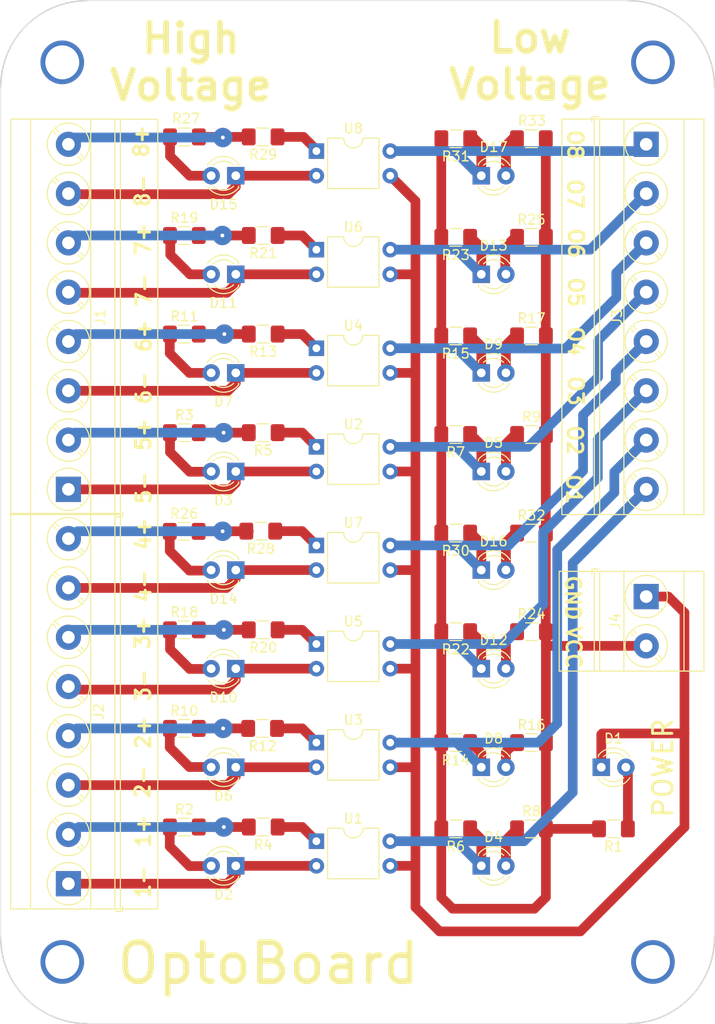
<source format=kicad_pcb>
(kicad_pcb (version 20171130) (host pcbnew "(5.1.6)-1")

  (general
    (thickness 1.6)
    (drawings 47)
    (tracks 279)
    (zones 0)
    (modules 62)
    (nets 52)
  )

  (page A4)
  (layers
    (0 F.Cu signal)
    (31 B.Cu signal)
    (32 B.Adhes user)
    (33 F.Adhes user)
    (34 B.Paste user)
    (35 F.Paste user)
    (36 B.SilkS user)
    (37 F.SilkS user)
    (38 B.Mask user)
    (39 F.Mask user)
    (40 Dwgs.User user)
    (41 Cmts.User user)
    (42 Eco1.User user)
    (43 Eco2.User user)
    (44 Edge.Cuts user)
    (45 Margin user)
    (46 B.CrtYd user)
    (47 F.CrtYd user)
    (48 B.Fab user)
    (49 F.Fab user)
  )

  (setup
    (last_trace_width 1)
    (user_trace_width 1)
    (trace_clearance 0.2)
    (zone_clearance 0.508)
    (zone_45_only no)
    (trace_min 0.2)
    (via_size 0.8)
    (via_drill 0.4)
    (via_min_size 0.4)
    (via_min_drill 0.3)
    (user_via 2 0.4)
    (uvia_size 0.3)
    (uvia_drill 0.1)
    (uvias_allowed no)
    (uvia_min_size 0.2)
    (uvia_min_drill 0.1)
    (edge_width 0.05)
    (segment_width 0.2)
    (pcb_text_width 0.3)
    (pcb_text_size 1.5 1.5)
    (mod_edge_width 0.12)
    (mod_text_size 1 1)
    (mod_text_width 0.15)
    (pad_size 1.524 1.524)
    (pad_drill 0.762)
    (pad_to_mask_clearance 0.05)
    (aux_axis_origin 0 0)
    (visible_elements 7FFDFFFF)
    (pcbplotparams
      (layerselection 0x010fc_ffffffff)
      (usegerberextensions false)
      (usegerberattributes true)
      (usegerberadvancedattributes true)
      (creategerberjobfile true)
      (excludeedgelayer true)
      (linewidth 0.100000)
      (plotframeref false)
      (viasonmask false)
      (mode 1)
      (useauxorigin false)
      (hpglpennumber 1)
      (hpglpenspeed 20)
      (hpglpendiameter 15.000000)
      (psnegative false)
      (psa4output false)
      (plotreference true)
      (plotvalue true)
      (plotinvisibletext false)
      (padsonsilk false)
      (subtractmaskfromsilk false)
      (outputformat 1)
      (mirror false)
      (drillshape 1)
      (scaleselection 1)
      (outputdirectory ""))
  )

  (net 0 "")
  (net 1 "Net-(D1-Pad2)")
  (net 2 GND2)
  (net 3 IN1-)
  (net 4 "Net-(D2-Pad2)")
  (net 5 "Net-(D3-Pad2)")
  (net 6 IN5-)
  (net 7 OUT1)
  (net 8 "Net-(D4-Pad2)")
  (net 9 OUT5)
  (net 10 "Net-(D5-Pad2)")
  (net 11 "Net-(D6-Pad2)")
  (net 12 IN2-)
  (net 13 IN6-)
  (net 14 "Net-(D7-Pad2)")
  (net 15 "Net-(D8-Pad2)")
  (net 16 OUT2)
  (net 17 OUT6)
  (net 18 "Net-(D9-Pad2)")
  (net 19 IN3-)
  (net 20 "Net-(D10-Pad2)")
  (net 21 IN7-)
  (net 22 "Net-(D11-Pad2)")
  (net 23 "Net-(D12-Pad2)")
  (net 24 OUT3)
  (net 25 OUT7)
  (net 26 "Net-(D13-Pad2)")
  (net 27 IN4-)
  (net 28 "Net-(D14-Pad2)")
  (net 29 "Net-(D15-Pad2)")
  (net 30 IN8-)
  (net 31 "Net-(D16-Pad2)")
  (net 32 OUT4)
  (net 33 "Net-(D17-Pad2)")
  (net 34 OUT8)
  (net 35 IN5+)
  (net 36 IN6+)
  (net 37 IN7+)
  (net 38 IN8+)
  (net 39 IN1+)
  (net 40 IN2+)
  (net 41 IN3+)
  (net 42 IN4+)
  (net 43 VCC)
  (net 44 "Net-(R4-Pad1)")
  (net 45 "Net-(R5-Pad1)")
  (net 46 "Net-(R12-Pad1)")
  (net 47 "Net-(R13-Pad1)")
  (net 48 "Net-(R20-Pad1)")
  (net 49 "Net-(R21-Pad1)")
  (net 50 "Net-(R28-Pad1)")
  (net 51 "Net-(R29-Pad1)")

  (net_class Default "This is the default net class."
    (clearance 0.2)
    (trace_width 0.25)
    (via_dia 0.8)
    (via_drill 0.4)
    (uvia_dia 0.3)
    (uvia_drill 0.1)
    (add_net GND2)
    (add_net IN1+)
    (add_net IN1-)
    (add_net IN2+)
    (add_net IN2-)
    (add_net IN3+)
    (add_net IN3-)
    (add_net IN4+)
    (add_net IN4-)
    (add_net IN5+)
    (add_net IN5-)
    (add_net IN6+)
    (add_net IN6-)
    (add_net IN7+)
    (add_net IN7-)
    (add_net IN8+)
    (add_net IN8-)
    (add_net "Net-(D1-Pad2)")
    (add_net "Net-(D10-Pad2)")
    (add_net "Net-(D11-Pad2)")
    (add_net "Net-(D12-Pad2)")
    (add_net "Net-(D13-Pad2)")
    (add_net "Net-(D14-Pad2)")
    (add_net "Net-(D15-Pad2)")
    (add_net "Net-(D16-Pad2)")
    (add_net "Net-(D17-Pad2)")
    (add_net "Net-(D2-Pad2)")
    (add_net "Net-(D3-Pad2)")
    (add_net "Net-(D4-Pad2)")
    (add_net "Net-(D5-Pad2)")
    (add_net "Net-(D6-Pad2)")
    (add_net "Net-(D7-Pad2)")
    (add_net "Net-(D8-Pad2)")
    (add_net "Net-(D9-Pad2)")
    (add_net "Net-(R12-Pad1)")
    (add_net "Net-(R13-Pad1)")
    (add_net "Net-(R20-Pad1)")
    (add_net "Net-(R21-Pad1)")
    (add_net "Net-(R28-Pad1)")
    (add_net "Net-(R29-Pad1)")
    (add_net "Net-(R4-Pad1)")
    (add_net "Net-(R5-Pad1)")
    (add_net OUT1)
    (add_net OUT2)
    (add_net OUT3)
    (add_net OUT4)
    (add_net OUT5)
    (add_net OUT6)
    (add_net OUT7)
    (add_net OUT8)
    (add_net VCC)
  )

  (module LED_THT:LED_D3.0mm (layer F.Cu) (tedit 587A3A7B) (tstamp 5F908EF1)
    (at 112.776 138.684)
    (descr "LED, diameter 3.0mm, 2 pins")
    (tags "LED diameter 3.0mm 2 pins")
    (path /5F8F59DE)
    (fp_text reference D1 (at 1.27 -2.96) (layer F.SilkS)
      (effects (font (size 1 1) (thickness 0.15)))
    )
    (fp_text value LED (at 1.27 2.96) (layer F.Fab)
      (effects (font (size 1 1) (thickness 0.15)))
    )
    (fp_circle (center 1.27 0) (end 2.77 0) (layer F.Fab) (width 0.1))
    (fp_line (start -0.23 -1.16619) (end -0.23 1.16619) (layer F.Fab) (width 0.1))
    (fp_line (start -0.29 -1.236) (end -0.29 -1.08) (layer F.SilkS) (width 0.12))
    (fp_line (start -0.29 1.08) (end -0.29 1.236) (layer F.SilkS) (width 0.12))
    (fp_line (start -1.15 -2.25) (end -1.15 2.25) (layer F.CrtYd) (width 0.05))
    (fp_line (start -1.15 2.25) (end 3.7 2.25) (layer F.CrtYd) (width 0.05))
    (fp_line (start 3.7 2.25) (end 3.7 -2.25) (layer F.CrtYd) (width 0.05))
    (fp_line (start 3.7 -2.25) (end -1.15 -2.25) (layer F.CrtYd) (width 0.05))
    (fp_arc (start 1.27 0) (end 0.229039 1.08) (angle -87.9) (layer F.SilkS) (width 0.12))
    (fp_arc (start 1.27 0) (end 0.229039 -1.08) (angle 87.9) (layer F.SilkS) (width 0.12))
    (fp_arc (start 1.27 0) (end -0.29 1.235516) (angle -108.8) (layer F.SilkS) (width 0.12))
    (fp_arc (start 1.27 0) (end -0.29 -1.235516) (angle 108.8) (layer F.SilkS) (width 0.12))
    (fp_arc (start 1.27 0) (end -0.23 -1.16619) (angle 284.3) (layer F.Fab) (width 0.1))
    (pad 2 thru_hole circle (at 2.54 0) (size 1.8 1.8) (drill 0.9) (layers *.Cu *.Mask)
      (net 1 "Net-(D1-Pad2)"))
    (pad 1 thru_hole rect (at 0 0) (size 1.8 1.8) (drill 0.9) (layers *.Cu *.Mask)
      (net 2 GND2))
    (model ${KISYS3DMOD}/LED_THT.3dshapes/LED_D3.0mm.wrl
      (at (xyz 0 0 0))
      (scale (xyz 1 1 1))
      (rotate (xyz 0 0 0))
    )
  )

  (module LED_THT:LED_D3.0mm (layer F.Cu) (tedit 587A3A7B) (tstamp 5F91CE18)
    (at 75.057 148.844 180)
    (descr "LED, diameter 3.0mm, 2 pins")
    (tags "LED diameter 3.0mm 2 pins")
    (path /5F8F1729)
    (fp_text reference D2 (at 1.27 -2.96) (layer F.SilkS)
      (effects (font (size 1 1) (thickness 0.15)))
    )
    (fp_text value LED (at 1.27 2.96) (layer F.Fab)
      (effects (font (size 1 1) (thickness 0.15)))
    )
    (fp_line (start 3.7 -2.25) (end -1.15 -2.25) (layer F.CrtYd) (width 0.05))
    (fp_line (start 3.7 2.25) (end 3.7 -2.25) (layer F.CrtYd) (width 0.05))
    (fp_line (start -1.15 2.25) (end 3.7 2.25) (layer F.CrtYd) (width 0.05))
    (fp_line (start -1.15 -2.25) (end -1.15 2.25) (layer F.CrtYd) (width 0.05))
    (fp_line (start -0.29 1.08) (end -0.29 1.236) (layer F.SilkS) (width 0.12))
    (fp_line (start -0.29 -1.236) (end -0.29 -1.08) (layer F.SilkS) (width 0.12))
    (fp_line (start -0.23 -1.16619) (end -0.23 1.16619) (layer F.Fab) (width 0.1))
    (fp_circle (center 1.27 0) (end 2.77 0) (layer F.Fab) (width 0.1))
    (fp_arc (start 1.27 0) (end -0.23 -1.16619) (angle 284.3) (layer F.Fab) (width 0.1))
    (fp_arc (start 1.27 0) (end -0.29 -1.235516) (angle 108.8) (layer F.SilkS) (width 0.12))
    (fp_arc (start 1.27 0) (end -0.29 1.235516) (angle -108.8) (layer F.SilkS) (width 0.12))
    (fp_arc (start 1.27 0) (end 0.229039 -1.08) (angle 87.9) (layer F.SilkS) (width 0.12))
    (fp_arc (start 1.27 0) (end 0.229039 1.08) (angle -87.9) (layer F.SilkS) (width 0.12))
    (pad 1 thru_hole rect (at 0 0 180) (size 1.8 1.8) (drill 0.9) (layers *.Cu *.Mask)
      (net 3 IN1-))
    (pad 2 thru_hole circle (at 2.54 0 180) (size 1.8 1.8) (drill 0.9) (layers *.Cu *.Mask)
      (net 4 "Net-(D2-Pad2)"))
    (model ${KISYS3DMOD}/LED_THT.3dshapes/LED_D3.0mm.wrl
      (at (xyz 0 0 0))
      (scale (xyz 1 1 1))
      (rotate (xyz 0 0 0))
    )
  )

  (module LED_THT:LED_D3.0mm (layer F.Cu) (tedit 587A3A7B) (tstamp 5F91CCD4)
    (at 75.057 108.204 180)
    (descr "LED, diameter 3.0mm, 2 pins")
    (tags "LED diameter 3.0mm 2 pins")
    (path /5F9480D4)
    (fp_text reference D3 (at 1.27 -2.96) (layer F.SilkS)
      (effects (font (size 1 1) (thickness 0.15)))
    )
    (fp_text value LED (at 1.27 2.96) (layer F.Fab)
      (effects (font (size 1 1) (thickness 0.15)))
    )
    (fp_circle (center 1.27 0) (end 2.77 0) (layer F.Fab) (width 0.1))
    (fp_line (start -0.23 -1.16619) (end -0.23 1.16619) (layer F.Fab) (width 0.1))
    (fp_line (start -0.29 -1.236) (end -0.29 -1.08) (layer F.SilkS) (width 0.12))
    (fp_line (start -0.29 1.08) (end -0.29 1.236) (layer F.SilkS) (width 0.12))
    (fp_line (start -1.15 -2.25) (end -1.15 2.25) (layer F.CrtYd) (width 0.05))
    (fp_line (start -1.15 2.25) (end 3.7 2.25) (layer F.CrtYd) (width 0.05))
    (fp_line (start 3.7 2.25) (end 3.7 -2.25) (layer F.CrtYd) (width 0.05))
    (fp_line (start 3.7 -2.25) (end -1.15 -2.25) (layer F.CrtYd) (width 0.05))
    (fp_arc (start 1.27 0) (end 0.229039 1.08) (angle -87.9) (layer F.SilkS) (width 0.12))
    (fp_arc (start 1.27 0) (end 0.229039 -1.08) (angle 87.9) (layer F.SilkS) (width 0.12))
    (fp_arc (start 1.27 0) (end -0.29 1.235516) (angle -108.8) (layer F.SilkS) (width 0.12))
    (fp_arc (start 1.27 0) (end -0.29 -1.235516) (angle 108.8) (layer F.SilkS) (width 0.12))
    (fp_arc (start 1.27 0) (end -0.23 -1.16619) (angle 284.3) (layer F.Fab) (width 0.1))
    (pad 2 thru_hole circle (at 2.54 0 180) (size 1.8 1.8) (drill 0.9) (layers *.Cu *.Mask)
      (net 5 "Net-(D3-Pad2)"))
    (pad 1 thru_hole rect (at 0 0 180) (size 1.8 1.8) (drill 0.9) (layers *.Cu *.Mask)
      (net 6 IN5-))
    (model ${KISYS3DMOD}/LED_THT.3dshapes/LED_D3.0mm.wrl
      (at (xyz 0 0 0))
      (scale (xyz 1 1 1))
      (rotate (xyz 0 0 0))
    )
  )

  (module LED_THT:LED_D3.0mm (layer F.Cu) (tedit 587A3A7B) (tstamp 5F91CEF0)
    (at 100.3935 148.844)
    (descr "LED, diameter 3.0mm, 2 pins")
    (tags "LED diameter 3.0mm 2 pins")
    (path /5F8F4124)
    (fp_text reference D4 (at 1.27 -2.96) (layer F.SilkS)
      (effects (font (size 1 1) (thickness 0.15)))
    )
    (fp_text value LED (at 1.27 2.96) (layer F.Fab)
      (effects (font (size 1 1) (thickness 0.15)))
    )
    (fp_line (start 3.7 -2.25) (end -1.15 -2.25) (layer F.CrtYd) (width 0.05))
    (fp_line (start 3.7 2.25) (end 3.7 -2.25) (layer F.CrtYd) (width 0.05))
    (fp_line (start -1.15 2.25) (end 3.7 2.25) (layer F.CrtYd) (width 0.05))
    (fp_line (start -1.15 -2.25) (end -1.15 2.25) (layer F.CrtYd) (width 0.05))
    (fp_line (start -0.29 1.08) (end -0.29 1.236) (layer F.SilkS) (width 0.12))
    (fp_line (start -0.29 -1.236) (end -0.29 -1.08) (layer F.SilkS) (width 0.12))
    (fp_line (start -0.23 -1.16619) (end -0.23 1.16619) (layer F.Fab) (width 0.1))
    (fp_circle (center 1.27 0) (end 2.77 0) (layer F.Fab) (width 0.1))
    (fp_arc (start 1.27 0) (end -0.23 -1.16619) (angle 284.3) (layer F.Fab) (width 0.1))
    (fp_arc (start 1.27 0) (end -0.29 -1.235516) (angle 108.8) (layer F.SilkS) (width 0.12))
    (fp_arc (start 1.27 0) (end -0.29 1.235516) (angle -108.8) (layer F.SilkS) (width 0.12))
    (fp_arc (start 1.27 0) (end 0.229039 -1.08) (angle 87.9) (layer F.SilkS) (width 0.12))
    (fp_arc (start 1.27 0) (end 0.229039 1.08) (angle -87.9) (layer F.SilkS) (width 0.12))
    (pad 1 thru_hole rect (at 0 0) (size 1.8 1.8) (drill 0.9) (layers *.Cu *.Mask)
      (net 7 OUT1))
    (pad 2 thru_hole circle (at 2.54 0) (size 1.8 1.8) (drill 0.9) (layers *.Cu *.Mask)
      (net 8 "Net-(D4-Pad2)"))
    (model ${KISYS3DMOD}/LED_THT.3dshapes/LED_D3.0mm.wrl
      (at (xyz 0 0 0))
      (scale (xyz 1 1 1))
      (rotate (xyz 0 0 0))
    )
  )

  (module LED_THT:LED_D3.0mm (layer F.Cu) (tedit 587A3A7B) (tstamp 5F91CDE2)
    (at 100.3935 108.204)
    (descr "LED, diameter 3.0mm, 2 pins")
    (tags "LED diameter 3.0mm 2 pins")
    (path /5F9480E8)
    (fp_text reference D5 (at 1.27 -2.96) (layer F.SilkS)
      (effects (font (size 1 1) (thickness 0.15)))
    )
    (fp_text value LED (at 1.27 2.96) (layer F.Fab)
      (effects (font (size 1 1) (thickness 0.15)))
    )
    (fp_line (start 3.7 -2.25) (end -1.15 -2.25) (layer F.CrtYd) (width 0.05))
    (fp_line (start 3.7 2.25) (end 3.7 -2.25) (layer F.CrtYd) (width 0.05))
    (fp_line (start -1.15 2.25) (end 3.7 2.25) (layer F.CrtYd) (width 0.05))
    (fp_line (start -1.15 -2.25) (end -1.15 2.25) (layer F.CrtYd) (width 0.05))
    (fp_line (start -0.29 1.08) (end -0.29 1.236) (layer F.SilkS) (width 0.12))
    (fp_line (start -0.29 -1.236) (end -0.29 -1.08) (layer F.SilkS) (width 0.12))
    (fp_line (start -0.23 -1.16619) (end -0.23 1.16619) (layer F.Fab) (width 0.1))
    (fp_circle (center 1.27 0) (end 2.77 0) (layer F.Fab) (width 0.1))
    (fp_arc (start 1.27 0) (end -0.23 -1.16619) (angle 284.3) (layer F.Fab) (width 0.1))
    (fp_arc (start 1.27 0) (end -0.29 -1.235516) (angle 108.8) (layer F.SilkS) (width 0.12))
    (fp_arc (start 1.27 0) (end -0.29 1.235516) (angle -108.8) (layer F.SilkS) (width 0.12))
    (fp_arc (start 1.27 0) (end 0.229039 -1.08) (angle 87.9) (layer F.SilkS) (width 0.12))
    (fp_arc (start 1.27 0) (end 0.229039 1.08) (angle -87.9) (layer F.SilkS) (width 0.12))
    (pad 1 thru_hole rect (at 0 0) (size 1.8 1.8) (drill 0.9) (layers *.Cu *.Mask)
      (net 9 OUT5))
    (pad 2 thru_hole circle (at 2.54 0) (size 1.8 1.8) (drill 0.9) (layers *.Cu *.Mask)
      (net 10 "Net-(D5-Pad2)"))
    (model ${KISYS3DMOD}/LED_THT.3dshapes/LED_D3.0mm.wrl
      (at (xyz 0 0 0))
      (scale (xyz 1 1 1))
      (rotate (xyz 0 0 0))
    )
  )

  (module LED_THT:LED_D3.0mm (layer F.Cu) (tedit 587A3A7B) (tstamp 5F91CD0A)
    (at 75.057 138.684 180)
    (descr "LED, diameter 3.0mm, 2 pins")
    (tags "LED diameter 3.0mm 2 pins")
    (path /5F925667)
    (fp_text reference D6 (at 1.27 -2.96) (layer F.SilkS)
      (effects (font (size 1 1) (thickness 0.15)))
    )
    (fp_text value LED (at 1.27 2.96) (layer F.Fab)
      (effects (font (size 1 1) (thickness 0.15)))
    )
    (fp_circle (center 1.27 0) (end 2.77 0) (layer F.Fab) (width 0.1))
    (fp_line (start -0.23 -1.16619) (end -0.23 1.16619) (layer F.Fab) (width 0.1))
    (fp_line (start -0.29 -1.236) (end -0.29 -1.08) (layer F.SilkS) (width 0.12))
    (fp_line (start -0.29 1.08) (end -0.29 1.236) (layer F.SilkS) (width 0.12))
    (fp_line (start -1.15 -2.25) (end -1.15 2.25) (layer F.CrtYd) (width 0.05))
    (fp_line (start -1.15 2.25) (end 3.7 2.25) (layer F.CrtYd) (width 0.05))
    (fp_line (start 3.7 2.25) (end 3.7 -2.25) (layer F.CrtYd) (width 0.05))
    (fp_line (start 3.7 -2.25) (end -1.15 -2.25) (layer F.CrtYd) (width 0.05))
    (fp_arc (start 1.27 0) (end 0.229039 1.08) (angle -87.9) (layer F.SilkS) (width 0.12))
    (fp_arc (start 1.27 0) (end 0.229039 -1.08) (angle 87.9) (layer F.SilkS) (width 0.12))
    (fp_arc (start 1.27 0) (end -0.29 1.235516) (angle -108.8) (layer F.SilkS) (width 0.12))
    (fp_arc (start 1.27 0) (end -0.29 -1.235516) (angle 108.8) (layer F.SilkS) (width 0.12))
    (fp_arc (start 1.27 0) (end -0.23 -1.16619) (angle 284.3) (layer F.Fab) (width 0.1))
    (pad 2 thru_hole circle (at 2.54 0 180) (size 1.8 1.8) (drill 0.9) (layers *.Cu *.Mask)
      (net 11 "Net-(D6-Pad2)"))
    (pad 1 thru_hole rect (at 0 0 180) (size 1.8 1.8) (drill 0.9) (layers *.Cu *.Mask)
      (net 12 IN2-))
    (model ${KISYS3DMOD}/LED_THT.3dshapes/LED_D3.0mm.wrl
      (at (xyz 0 0 0))
      (scale (xyz 1 1 1))
      (rotate (xyz 0 0 0))
    )
  )

  (module LED_THT:LED_D3.0mm (layer F.Cu) (tedit 587A3A7B) (tstamp 5F91CDAC)
    (at 75.057 98.044 180)
    (descr "LED, diameter 3.0mm, 2 pins")
    (tags "LED diameter 3.0mm 2 pins")
    (path /5F94812A)
    (fp_text reference D7 (at 1.27 -2.96) (layer F.SilkS)
      (effects (font (size 1 1) (thickness 0.15)))
    )
    (fp_text value LED (at 1.27 2.96) (layer F.Fab)
      (effects (font (size 1 1) (thickness 0.15)))
    )
    (fp_line (start 3.7 -2.25) (end -1.15 -2.25) (layer F.CrtYd) (width 0.05))
    (fp_line (start 3.7 2.25) (end 3.7 -2.25) (layer F.CrtYd) (width 0.05))
    (fp_line (start -1.15 2.25) (end 3.7 2.25) (layer F.CrtYd) (width 0.05))
    (fp_line (start -1.15 -2.25) (end -1.15 2.25) (layer F.CrtYd) (width 0.05))
    (fp_line (start -0.29 1.08) (end -0.29 1.236) (layer F.SilkS) (width 0.12))
    (fp_line (start -0.29 -1.236) (end -0.29 -1.08) (layer F.SilkS) (width 0.12))
    (fp_line (start -0.23 -1.16619) (end -0.23 1.16619) (layer F.Fab) (width 0.1))
    (fp_circle (center 1.27 0) (end 2.77 0) (layer F.Fab) (width 0.1))
    (fp_arc (start 1.27 0) (end -0.23 -1.16619) (angle 284.3) (layer F.Fab) (width 0.1))
    (fp_arc (start 1.27 0) (end -0.29 -1.235516) (angle 108.8) (layer F.SilkS) (width 0.12))
    (fp_arc (start 1.27 0) (end -0.29 1.235516) (angle -108.8) (layer F.SilkS) (width 0.12))
    (fp_arc (start 1.27 0) (end 0.229039 -1.08) (angle 87.9) (layer F.SilkS) (width 0.12))
    (fp_arc (start 1.27 0) (end 0.229039 1.08) (angle -87.9) (layer F.SilkS) (width 0.12))
    (pad 1 thru_hole rect (at 0 0 180) (size 1.8 1.8) (drill 0.9) (layers *.Cu *.Mask)
      (net 13 IN6-))
    (pad 2 thru_hole circle (at 2.54 0 180) (size 1.8 1.8) (drill 0.9) (layers *.Cu *.Mask)
      (net 14 "Net-(D7-Pad2)"))
    (model ${KISYS3DMOD}/LED_THT.3dshapes/LED_D3.0mm.wrl
      (at (xyz 0 0 0))
      (scale (xyz 1 1 1))
      (rotate (xyz 0 0 0))
    )
  )

  (module LED_THT:LED_D3.0mm (layer F.Cu) (tedit 587A3A7B) (tstamp 5F91CD76)
    (at 100.3935 138.684)
    (descr "LED, diameter 3.0mm, 2 pins")
    (tags "LED diameter 3.0mm 2 pins")
    (path /5F92567B)
    (fp_text reference D8 (at 1.27 -2.96) (layer F.SilkS)
      (effects (font (size 1 1) (thickness 0.15)))
    )
    (fp_text value LED (at 1.27 2.96) (layer F.Fab)
      (effects (font (size 1 1) (thickness 0.15)))
    )
    (fp_circle (center 1.27 0) (end 2.77 0) (layer F.Fab) (width 0.1))
    (fp_line (start -0.23 -1.16619) (end -0.23 1.16619) (layer F.Fab) (width 0.1))
    (fp_line (start -0.29 -1.236) (end -0.29 -1.08) (layer F.SilkS) (width 0.12))
    (fp_line (start -0.29 1.08) (end -0.29 1.236) (layer F.SilkS) (width 0.12))
    (fp_line (start -1.15 -2.25) (end -1.15 2.25) (layer F.CrtYd) (width 0.05))
    (fp_line (start -1.15 2.25) (end 3.7 2.25) (layer F.CrtYd) (width 0.05))
    (fp_line (start 3.7 2.25) (end 3.7 -2.25) (layer F.CrtYd) (width 0.05))
    (fp_line (start 3.7 -2.25) (end -1.15 -2.25) (layer F.CrtYd) (width 0.05))
    (fp_arc (start 1.27 0) (end 0.229039 1.08) (angle -87.9) (layer F.SilkS) (width 0.12))
    (fp_arc (start 1.27 0) (end 0.229039 -1.08) (angle 87.9) (layer F.SilkS) (width 0.12))
    (fp_arc (start 1.27 0) (end -0.29 1.235516) (angle -108.8) (layer F.SilkS) (width 0.12))
    (fp_arc (start 1.27 0) (end -0.29 -1.235516) (angle 108.8) (layer F.SilkS) (width 0.12))
    (fp_arc (start 1.27 0) (end -0.23 -1.16619) (angle 284.3) (layer F.Fab) (width 0.1))
    (pad 2 thru_hole circle (at 2.54 0) (size 1.8 1.8) (drill 0.9) (layers *.Cu *.Mask)
      (net 15 "Net-(D8-Pad2)"))
    (pad 1 thru_hole rect (at 0 0) (size 1.8 1.8) (drill 0.9) (layers *.Cu *.Mask)
      (net 16 OUT2))
    (model ${KISYS3DMOD}/LED_THT.3dshapes/LED_D3.0mm.wrl
      (at (xyz 0 0 0))
      (scale (xyz 1 1 1))
      (rotate (xyz 0 0 0))
    )
  )

  (module LED_THT:LED_D3.0mm (layer F.Cu) (tedit 587A3A7B) (tstamp 5F91CEBA)
    (at 100.3935 98.044)
    (descr "LED, diameter 3.0mm, 2 pins")
    (tags "LED diameter 3.0mm 2 pins")
    (path /5F94813E)
    (fp_text reference D9 (at 1.27 -2.96) (layer F.SilkS)
      (effects (font (size 1 1) (thickness 0.15)))
    )
    (fp_text value LED (at 1.27 2.96) (layer F.Fab)
      (effects (font (size 1 1) (thickness 0.15)))
    )
    (fp_line (start 3.7 -2.25) (end -1.15 -2.25) (layer F.CrtYd) (width 0.05))
    (fp_line (start 3.7 2.25) (end 3.7 -2.25) (layer F.CrtYd) (width 0.05))
    (fp_line (start -1.15 2.25) (end 3.7 2.25) (layer F.CrtYd) (width 0.05))
    (fp_line (start -1.15 -2.25) (end -1.15 2.25) (layer F.CrtYd) (width 0.05))
    (fp_line (start -0.29 1.08) (end -0.29 1.236) (layer F.SilkS) (width 0.12))
    (fp_line (start -0.29 -1.236) (end -0.29 -1.08) (layer F.SilkS) (width 0.12))
    (fp_line (start -0.23 -1.16619) (end -0.23 1.16619) (layer F.Fab) (width 0.1))
    (fp_circle (center 1.27 0) (end 2.77 0) (layer F.Fab) (width 0.1))
    (fp_arc (start 1.27 0) (end -0.23 -1.16619) (angle 284.3) (layer F.Fab) (width 0.1))
    (fp_arc (start 1.27 0) (end -0.29 -1.235516) (angle 108.8) (layer F.SilkS) (width 0.12))
    (fp_arc (start 1.27 0) (end -0.29 1.235516) (angle -108.8) (layer F.SilkS) (width 0.12))
    (fp_arc (start 1.27 0) (end 0.229039 -1.08) (angle 87.9) (layer F.SilkS) (width 0.12))
    (fp_arc (start 1.27 0) (end 0.229039 1.08) (angle -87.9) (layer F.SilkS) (width 0.12))
    (pad 1 thru_hole rect (at 0 0) (size 1.8 1.8) (drill 0.9) (layers *.Cu *.Mask)
      (net 17 OUT6))
    (pad 2 thru_hole circle (at 2.54 0) (size 1.8 1.8) (drill 0.9) (layers *.Cu *.Mask)
      (net 18 "Net-(D9-Pad2)"))
    (model ${KISYS3DMOD}/LED_THT.3dshapes/LED_D3.0mm.wrl
      (at (xyz 0 0 0))
      (scale (xyz 1 1 1))
      (rotate (xyz 0 0 0))
    )
  )

  (module LED_THT:LED_D3.0mm (layer F.Cu) (tedit 587A3A7B) (tstamp 5F91ED66)
    (at 75.057 128.524 180)
    (descr "LED, diameter 3.0mm, 2 pins")
    (tags "LED diameter 3.0mm 2 pins")
    (path /5F927C02)
    (fp_text reference D10 (at 1.27 -2.96) (layer F.SilkS)
      (effects (font (size 1 1) (thickness 0.15)))
    )
    (fp_text value LED (at 1.27 2.96) (layer F.Fab)
      (effects (font (size 1 1) (thickness 0.15)))
    )
    (fp_line (start 3.7 -2.25) (end -1.15 -2.25) (layer F.CrtYd) (width 0.05))
    (fp_line (start 3.7 2.25) (end 3.7 -2.25) (layer F.CrtYd) (width 0.05))
    (fp_line (start -1.15 2.25) (end 3.7 2.25) (layer F.CrtYd) (width 0.05))
    (fp_line (start -1.15 -2.25) (end -1.15 2.25) (layer F.CrtYd) (width 0.05))
    (fp_line (start -0.29 1.08) (end -0.29 1.236) (layer F.SilkS) (width 0.12))
    (fp_line (start -0.29 -1.236) (end -0.29 -1.08) (layer F.SilkS) (width 0.12))
    (fp_line (start -0.23 -1.16619) (end -0.23 1.16619) (layer F.Fab) (width 0.1))
    (fp_circle (center 1.27 0) (end 2.77 0) (layer F.Fab) (width 0.1))
    (fp_arc (start 1.27 0) (end -0.23 -1.16619) (angle 284.3) (layer F.Fab) (width 0.1))
    (fp_arc (start 1.27 0) (end -0.29 -1.235516) (angle 108.8) (layer F.SilkS) (width 0.12))
    (fp_arc (start 1.27 0) (end -0.29 1.235516) (angle -108.8) (layer F.SilkS) (width 0.12))
    (fp_arc (start 1.27 0) (end 0.229039 -1.08) (angle 87.9) (layer F.SilkS) (width 0.12))
    (fp_arc (start 1.27 0) (end 0.229039 1.08) (angle -87.9) (layer F.SilkS) (width 0.12))
    (pad 1 thru_hole rect (at 0 0 180) (size 1.8 1.8) (drill 0.9) (layers *.Cu *.Mask)
      (net 19 IN3-))
    (pad 2 thru_hole circle (at 2.54 0 180) (size 1.8 1.8) (drill 0.9) (layers *.Cu *.Mask)
      (net 20 "Net-(D10-Pad2)"))
    (model ${KISYS3DMOD}/LED_THT.3dshapes/LED_D3.0mm.wrl
      (at (xyz 0 0 0))
      (scale (xyz 1 1 1))
      (rotate (xyz 0 0 0))
    )
  )

  (module LED_THT:LED_D3.0mm (layer F.Cu) (tedit 587A3A7B) (tstamp 5F91EB2A)
    (at 75.057 87.884 180)
    (descr "LED, diameter 3.0mm, 2 pins")
    (tags "LED diameter 3.0mm 2 pins")
    (path /5F948180)
    (fp_text reference D11 (at 1.27 -2.96) (layer F.SilkS)
      (effects (font (size 1 1) (thickness 0.15)))
    )
    (fp_text value LED (at 1.27 2.96) (layer F.Fab)
      (effects (font (size 1 1) (thickness 0.15)))
    )
    (fp_line (start 3.7 -2.25) (end -1.15 -2.25) (layer F.CrtYd) (width 0.05))
    (fp_line (start 3.7 2.25) (end 3.7 -2.25) (layer F.CrtYd) (width 0.05))
    (fp_line (start -1.15 2.25) (end 3.7 2.25) (layer F.CrtYd) (width 0.05))
    (fp_line (start -1.15 -2.25) (end -1.15 2.25) (layer F.CrtYd) (width 0.05))
    (fp_line (start -0.29 1.08) (end -0.29 1.236) (layer F.SilkS) (width 0.12))
    (fp_line (start -0.29 -1.236) (end -0.29 -1.08) (layer F.SilkS) (width 0.12))
    (fp_line (start -0.23 -1.16619) (end -0.23 1.16619) (layer F.Fab) (width 0.1))
    (fp_circle (center 1.27 0) (end 2.77 0) (layer F.Fab) (width 0.1))
    (fp_arc (start 1.27 0) (end -0.23 -1.16619) (angle 284.3) (layer F.Fab) (width 0.1))
    (fp_arc (start 1.27 0) (end -0.29 -1.235516) (angle 108.8) (layer F.SilkS) (width 0.12))
    (fp_arc (start 1.27 0) (end -0.29 1.235516) (angle -108.8) (layer F.SilkS) (width 0.12))
    (fp_arc (start 1.27 0) (end 0.229039 -1.08) (angle 87.9) (layer F.SilkS) (width 0.12))
    (fp_arc (start 1.27 0) (end 0.229039 1.08) (angle -87.9) (layer F.SilkS) (width 0.12))
    (pad 1 thru_hole rect (at 0 0 180) (size 1.8 1.8) (drill 0.9) (layers *.Cu *.Mask)
      (net 21 IN7-))
    (pad 2 thru_hole circle (at 2.54 0 180) (size 1.8 1.8) (drill 0.9) (layers *.Cu *.Mask)
      (net 22 "Net-(D11-Pad2)"))
    (model ${KISYS3DMOD}/LED_THT.3dshapes/LED_D3.0mm.wrl
      (at (xyz 0 0 0))
      (scale (xyz 1 1 1))
      (rotate (xyz 0 0 0))
    )
  )

  (module LED_THT:LED_D3.0mm (layer F.Cu) (tedit 587A3A7B) (tstamp 5F91CE4E)
    (at 100.3935 128.524)
    (descr "LED, diameter 3.0mm, 2 pins")
    (tags "LED diameter 3.0mm 2 pins")
    (path /5F927C16)
    (fp_text reference D12 (at 1.27 -2.96) (layer F.SilkS)
      (effects (font (size 1 1) (thickness 0.15)))
    )
    (fp_text value LED (at 1.27 2.96) (layer F.Fab)
      (effects (font (size 1 1) (thickness 0.15)))
    )
    (fp_circle (center 1.27 0) (end 2.77 0) (layer F.Fab) (width 0.1))
    (fp_line (start -0.23 -1.16619) (end -0.23 1.16619) (layer F.Fab) (width 0.1))
    (fp_line (start -0.29 -1.236) (end -0.29 -1.08) (layer F.SilkS) (width 0.12))
    (fp_line (start -0.29 1.08) (end -0.29 1.236) (layer F.SilkS) (width 0.12))
    (fp_line (start -1.15 -2.25) (end -1.15 2.25) (layer F.CrtYd) (width 0.05))
    (fp_line (start -1.15 2.25) (end 3.7 2.25) (layer F.CrtYd) (width 0.05))
    (fp_line (start 3.7 2.25) (end 3.7 -2.25) (layer F.CrtYd) (width 0.05))
    (fp_line (start 3.7 -2.25) (end -1.15 -2.25) (layer F.CrtYd) (width 0.05))
    (fp_arc (start 1.27 0) (end 0.229039 1.08) (angle -87.9) (layer F.SilkS) (width 0.12))
    (fp_arc (start 1.27 0) (end 0.229039 -1.08) (angle 87.9) (layer F.SilkS) (width 0.12))
    (fp_arc (start 1.27 0) (end -0.29 1.235516) (angle -108.8) (layer F.SilkS) (width 0.12))
    (fp_arc (start 1.27 0) (end -0.29 -1.235516) (angle 108.8) (layer F.SilkS) (width 0.12))
    (fp_arc (start 1.27 0) (end -0.23 -1.16619) (angle 284.3) (layer F.Fab) (width 0.1))
    (pad 2 thru_hole circle (at 2.54 0) (size 1.8 1.8) (drill 0.9) (layers *.Cu *.Mask)
      (net 23 "Net-(D12-Pad2)"))
    (pad 1 thru_hole rect (at 0 0) (size 1.8 1.8) (drill 0.9) (layers *.Cu *.Mask)
      (net 24 OUT3))
    (model ${KISYS3DMOD}/LED_THT.3dshapes/LED_D3.0mm.wrl
      (at (xyz 0 0 0))
      (scale (xyz 1 1 1))
      (rotate (xyz 0 0 0))
    )
  )

  (module LED_THT:LED_D3.0mm (layer F.Cu) (tedit 587A3A7B) (tstamp 5F91CF26)
    (at 100.3935 87.884)
    (descr "LED, diameter 3.0mm, 2 pins")
    (tags "LED diameter 3.0mm 2 pins")
    (path /5F948194)
    (fp_text reference D13 (at 1.27 -2.96) (layer F.SilkS)
      (effects (font (size 1 1) (thickness 0.15)))
    )
    (fp_text value LED (at 1.27 2.96) (layer F.Fab)
      (effects (font (size 1 1) (thickness 0.15)))
    )
    (fp_line (start 3.7 -2.25) (end -1.15 -2.25) (layer F.CrtYd) (width 0.05))
    (fp_line (start 3.7 2.25) (end 3.7 -2.25) (layer F.CrtYd) (width 0.05))
    (fp_line (start -1.15 2.25) (end 3.7 2.25) (layer F.CrtYd) (width 0.05))
    (fp_line (start -1.15 -2.25) (end -1.15 2.25) (layer F.CrtYd) (width 0.05))
    (fp_line (start -0.29 1.08) (end -0.29 1.236) (layer F.SilkS) (width 0.12))
    (fp_line (start -0.29 -1.236) (end -0.29 -1.08) (layer F.SilkS) (width 0.12))
    (fp_line (start -0.23 -1.16619) (end -0.23 1.16619) (layer F.Fab) (width 0.1))
    (fp_circle (center 1.27 0) (end 2.77 0) (layer F.Fab) (width 0.1))
    (fp_arc (start 1.27 0) (end -0.23 -1.16619) (angle 284.3) (layer F.Fab) (width 0.1))
    (fp_arc (start 1.27 0) (end -0.29 -1.235516) (angle 108.8) (layer F.SilkS) (width 0.12))
    (fp_arc (start 1.27 0) (end -0.29 1.235516) (angle -108.8) (layer F.SilkS) (width 0.12))
    (fp_arc (start 1.27 0) (end 0.229039 -1.08) (angle 87.9) (layer F.SilkS) (width 0.12))
    (fp_arc (start 1.27 0) (end 0.229039 1.08) (angle -87.9) (layer F.SilkS) (width 0.12))
    (pad 1 thru_hole rect (at 0 0) (size 1.8 1.8) (drill 0.9) (layers *.Cu *.Mask)
      (net 25 OUT7))
    (pad 2 thru_hole circle (at 2.54 0) (size 1.8 1.8) (drill 0.9) (layers *.Cu *.Mask)
      (net 26 "Net-(D13-Pad2)"))
    (model ${KISYS3DMOD}/LED_THT.3dshapes/LED_D3.0mm.wrl
      (at (xyz 0 0 0))
      (scale (xyz 1 1 1))
      (rotate (xyz 0 0 0))
    )
  )

  (module LED_THT:LED_D3.0mm (layer F.Cu) (tedit 587A3A7B) (tstamp 5F91CB69)
    (at 75.057 118.364 180)
    (descr "LED, diameter 3.0mm, 2 pins")
    (tags "LED diameter 3.0mm 2 pins")
    (path /5F92BF6E)
    (fp_text reference D14 (at 1.27 -2.96) (layer F.SilkS)
      (effects (font (size 1 1) (thickness 0.15)))
    )
    (fp_text value LED (at 1.27 2.96) (layer F.Fab)
      (effects (font (size 1 1) (thickness 0.15)))
    )
    (fp_line (start 3.7 -2.25) (end -1.15 -2.25) (layer F.CrtYd) (width 0.05))
    (fp_line (start 3.7 2.25) (end 3.7 -2.25) (layer F.CrtYd) (width 0.05))
    (fp_line (start -1.15 2.25) (end 3.7 2.25) (layer F.CrtYd) (width 0.05))
    (fp_line (start -1.15 -2.25) (end -1.15 2.25) (layer F.CrtYd) (width 0.05))
    (fp_line (start -0.29 1.08) (end -0.29 1.236) (layer F.SilkS) (width 0.12))
    (fp_line (start -0.29 -1.236) (end -0.29 -1.08) (layer F.SilkS) (width 0.12))
    (fp_line (start -0.23 -1.16619) (end -0.23 1.16619) (layer F.Fab) (width 0.1))
    (fp_circle (center 1.27 0) (end 2.77 0) (layer F.Fab) (width 0.1))
    (fp_arc (start 1.27 0) (end -0.23 -1.16619) (angle 284.3) (layer F.Fab) (width 0.1))
    (fp_arc (start 1.27 0) (end -0.29 -1.235516) (angle 108.8) (layer F.SilkS) (width 0.12))
    (fp_arc (start 1.27 0) (end -0.29 1.235516) (angle -108.8) (layer F.SilkS) (width 0.12))
    (fp_arc (start 1.27 0) (end 0.229039 -1.08) (angle 87.9) (layer F.SilkS) (width 0.12))
    (fp_arc (start 1.27 0) (end 0.229039 1.08) (angle -87.9) (layer F.SilkS) (width 0.12))
    (pad 1 thru_hole rect (at 0 0 180) (size 1.8 1.8) (drill 0.9) (layers *.Cu *.Mask)
      (net 27 IN4-))
    (pad 2 thru_hole circle (at 2.54 0 180) (size 1.8 1.8) (drill 0.9) (layers *.Cu *.Mask)
      (net 28 "Net-(D14-Pad2)"))
    (model ${KISYS3DMOD}/LED_THT.3dshapes/LED_D3.0mm.wrl
      (at (xyz 0 0 0))
      (scale (xyz 1 1 1))
      (rotate (xyz 0 0 0))
    )
  )

  (module LED_THT:LED_D3.0mm (layer F.Cu) (tedit 587A3A7B) (tstamp 5F91CA43)
    (at 75.057 77.724 180)
    (descr "LED, diameter 3.0mm, 2 pins")
    (tags "LED diameter 3.0mm 2 pins")
    (path /5F9481D6)
    (fp_text reference D15 (at 1.27 -2.96) (layer F.SilkS)
      (effects (font (size 1 1) (thickness 0.15)))
    )
    (fp_text value LED (at 1.27 2.96) (layer F.Fab)
      (effects (font (size 1 1) (thickness 0.15)))
    )
    (fp_circle (center 1.27 0) (end 2.77 0) (layer F.Fab) (width 0.1))
    (fp_line (start -0.23 -1.16619) (end -0.23 1.16619) (layer F.Fab) (width 0.1))
    (fp_line (start -0.29 -1.236) (end -0.29 -1.08) (layer F.SilkS) (width 0.12))
    (fp_line (start -0.29 1.08) (end -0.29 1.236) (layer F.SilkS) (width 0.12))
    (fp_line (start -1.15 -2.25) (end -1.15 2.25) (layer F.CrtYd) (width 0.05))
    (fp_line (start -1.15 2.25) (end 3.7 2.25) (layer F.CrtYd) (width 0.05))
    (fp_line (start 3.7 2.25) (end 3.7 -2.25) (layer F.CrtYd) (width 0.05))
    (fp_line (start 3.7 -2.25) (end -1.15 -2.25) (layer F.CrtYd) (width 0.05))
    (fp_arc (start 1.27 0) (end 0.229039 1.08) (angle -87.9) (layer F.SilkS) (width 0.12))
    (fp_arc (start 1.27 0) (end 0.229039 -1.08) (angle 87.9) (layer F.SilkS) (width 0.12))
    (fp_arc (start 1.27 0) (end -0.29 1.235516) (angle -108.8) (layer F.SilkS) (width 0.12))
    (fp_arc (start 1.27 0) (end -0.29 -1.235516) (angle 108.8) (layer F.SilkS) (width 0.12))
    (fp_arc (start 1.27 0) (end -0.23 -1.16619) (angle 284.3) (layer F.Fab) (width 0.1))
    (pad 2 thru_hole circle (at 2.54 0 180) (size 1.8 1.8) (drill 0.9) (layers *.Cu *.Mask)
      (net 29 "Net-(D15-Pad2)"))
    (pad 1 thru_hole rect (at 0 0 180) (size 1.8 1.8) (drill 0.9) (layers *.Cu *.Mask)
      (net 30 IN8-))
    (model ${KISYS3DMOD}/LED_THT.3dshapes/LED_D3.0mm.wrl
      (at (xyz 0 0 0))
      (scale (xyz 1 1 1))
      (rotate (xyz 0 0 0))
    )
  )

  (module LED_THT:LED_D3.0mm (layer F.Cu) (tedit 587A3A7B) (tstamp 5F91CBD5)
    (at 100.3935 118.364)
    (descr "LED, diameter 3.0mm, 2 pins")
    (tags "LED diameter 3.0mm 2 pins")
    (path /5F92BF82)
    (fp_text reference D16 (at 1.27 -2.96) (layer F.SilkS)
      (effects (font (size 1 1) (thickness 0.15)))
    )
    (fp_text value LED (at 1.27 2.96) (layer F.Fab)
      (effects (font (size 1 1) (thickness 0.15)))
    )
    (fp_circle (center 1.27 0) (end 2.77 0) (layer F.Fab) (width 0.1))
    (fp_line (start -0.23 -1.16619) (end -0.23 1.16619) (layer F.Fab) (width 0.1))
    (fp_line (start -0.29 -1.236) (end -0.29 -1.08) (layer F.SilkS) (width 0.12))
    (fp_line (start -0.29 1.08) (end -0.29 1.236) (layer F.SilkS) (width 0.12))
    (fp_line (start -1.15 -2.25) (end -1.15 2.25) (layer F.CrtYd) (width 0.05))
    (fp_line (start -1.15 2.25) (end 3.7 2.25) (layer F.CrtYd) (width 0.05))
    (fp_line (start 3.7 2.25) (end 3.7 -2.25) (layer F.CrtYd) (width 0.05))
    (fp_line (start 3.7 -2.25) (end -1.15 -2.25) (layer F.CrtYd) (width 0.05))
    (fp_arc (start 1.27 0) (end 0.229039 1.08) (angle -87.9) (layer F.SilkS) (width 0.12))
    (fp_arc (start 1.27 0) (end 0.229039 -1.08) (angle 87.9) (layer F.SilkS) (width 0.12))
    (fp_arc (start 1.27 0) (end -0.29 1.235516) (angle -108.8) (layer F.SilkS) (width 0.12))
    (fp_arc (start 1.27 0) (end -0.29 -1.235516) (angle 108.8) (layer F.SilkS) (width 0.12))
    (fp_arc (start 1.27 0) (end -0.23 -1.16619) (angle 284.3) (layer F.Fab) (width 0.1))
    (pad 2 thru_hole circle (at 2.54 0) (size 1.8 1.8) (drill 0.9) (layers *.Cu *.Mask)
      (net 31 "Net-(D16-Pad2)"))
    (pad 1 thru_hole rect (at 0 0) (size 1.8 1.8) (drill 0.9) (layers *.Cu *.Mask)
      (net 32 OUT4))
    (model ${KISYS3DMOD}/LED_THT.3dshapes/LED_D3.0mm.wrl
      (at (xyz 0 0 0))
      (scale (xyz 1 1 1))
      (rotate (xyz 0 0 0))
    )
  )

  (module LED_THT:LED_D3.0mm (layer F.Cu) (tedit 587A3A7B) (tstamp 5F91CB9F)
    (at 100.3935 77.724)
    (descr "LED, diameter 3.0mm, 2 pins")
    (tags "LED diameter 3.0mm 2 pins")
    (path /5F9481EA)
    (fp_text reference D17 (at 1.27 -2.96) (layer F.SilkS)
      (effects (font (size 1 1) (thickness 0.15)))
    )
    (fp_text value LED (at 1.27 2.96) (layer F.Fab)
      (effects (font (size 1 1) (thickness 0.15)))
    )
    (fp_circle (center 1.27 0) (end 2.77 0) (layer F.Fab) (width 0.1))
    (fp_line (start -0.23 -1.16619) (end -0.23 1.16619) (layer F.Fab) (width 0.1))
    (fp_line (start -0.29 -1.236) (end -0.29 -1.08) (layer F.SilkS) (width 0.12))
    (fp_line (start -0.29 1.08) (end -0.29 1.236) (layer F.SilkS) (width 0.12))
    (fp_line (start -1.15 -2.25) (end -1.15 2.25) (layer F.CrtYd) (width 0.05))
    (fp_line (start -1.15 2.25) (end 3.7 2.25) (layer F.CrtYd) (width 0.05))
    (fp_line (start 3.7 2.25) (end 3.7 -2.25) (layer F.CrtYd) (width 0.05))
    (fp_line (start 3.7 -2.25) (end -1.15 -2.25) (layer F.CrtYd) (width 0.05))
    (fp_arc (start 1.27 0) (end 0.229039 1.08) (angle -87.9) (layer F.SilkS) (width 0.12))
    (fp_arc (start 1.27 0) (end 0.229039 -1.08) (angle 87.9) (layer F.SilkS) (width 0.12))
    (fp_arc (start 1.27 0) (end -0.29 1.235516) (angle -108.8) (layer F.SilkS) (width 0.12))
    (fp_arc (start 1.27 0) (end -0.29 -1.235516) (angle 108.8) (layer F.SilkS) (width 0.12))
    (fp_arc (start 1.27 0) (end -0.23 -1.16619) (angle 284.3) (layer F.Fab) (width 0.1))
    (pad 2 thru_hole circle (at 2.54 0) (size 1.8 1.8) (drill 0.9) (layers *.Cu *.Mask)
      (net 33 "Net-(D17-Pad2)"))
    (pad 1 thru_hole rect (at 0 0) (size 1.8 1.8) (drill 0.9) (layers *.Cu *.Mask)
      (net 34 OUT8))
    (model ${KISYS3DMOD}/LED_THT.3dshapes/LED_D3.0mm.wrl
      (at (xyz 0 0 0))
      (scale (xyz 1 1 1))
      (rotate (xyz 0 0 0))
    )
  )

  (module TerminalBlock_Phoenix:TerminalBlock_Phoenix_MKDS-3-8-5.08_1x08_P5.08mm_Horizontal (layer F.Cu) (tedit 5B294F16) (tstamp 5F909083)
    (at 57.785 110.0455 90)
    (descr "Terminal Block Phoenix MKDS-3-8-5.08, 8 pins, pitch 5.08mm, size 40.6x11.2mm^2, drill diamater 1.3mm, pad diameter 2.6mm, see http://www.farnell.com/datasheets/2138224.pdf, script-generated using https://github.com/pointhi/kicad-footprint-generator/scripts/TerminalBlock_Phoenix")
    (tags "THT Terminal Block Phoenix MKDS-3-8-5.08 pitch 5.08mm size 40.6x11.2mm^2 drill 1.3mm pad 2.6mm")
    (path /5F8FF8DD)
    (fp_text reference J1 (at 17.7419 3.2766 90) (layer F.SilkS)
      (effects (font (size 1 1) (thickness 0.15)))
    )
    (fp_text value Screw_Terminal_01x08 (at 17.78 6.36 90) (layer F.Fab)
      (effects (font (size 1 1) (thickness 0.15)))
    )
    (fp_line (start 38.6 -6.4) (end -3.04 -6.4) (layer F.CrtYd) (width 0.05))
    (fp_line (start 38.6 5.8) (end 38.6 -6.4) (layer F.CrtYd) (width 0.05))
    (fp_line (start -3.04 5.8) (end 38.6 5.8) (layer F.CrtYd) (width 0.05))
    (fp_line (start -3.04 -6.4) (end -3.04 5.8) (layer F.CrtYd) (width 0.05))
    (fp_line (start -2.84 5.6) (end -2.34 5.6) (layer F.SilkS) (width 0.12))
    (fp_line (start -2.84 4.86) (end -2.84 5.6) (layer F.SilkS) (width 0.12))
    (fp_line (start 34.302 0.992) (end 33.907 1.388) (layer F.SilkS) (width 0.12))
    (fp_line (start 36.948 -1.654) (end 36.568 -1.274) (layer F.SilkS) (width 0.12))
    (fp_line (start 34.553 1.274) (end 34.173 1.654) (layer F.SilkS) (width 0.12))
    (fp_line (start 37.214 -1.388) (end 36.819 -0.992) (layer F.SilkS) (width 0.12))
    (fp_line (start 36.833 -1.517) (end 34.044 1.273) (layer F.Fab) (width 0.1))
    (fp_line (start 37.077 -1.273) (end 34.288 1.517) (layer F.Fab) (width 0.1))
    (fp_line (start 29.222 0.992) (end 28.827 1.388) (layer F.SilkS) (width 0.12))
    (fp_line (start 31.868 -1.654) (end 31.488 -1.274) (layer F.SilkS) (width 0.12))
    (fp_line (start 29.473 1.274) (end 29.093 1.654) (layer F.SilkS) (width 0.12))
    (fp_line (start 32.134 -1.388) (end 31.739 -0.992) (layer F.SilkS) (width 0.12))
    (fp_line (start 31.753 -1.517) (end 28.964 1.273) (layer F.Fab) (width 0.1))
    (fp_line (start 31.997 -1.273) (end 29.208 1.517) (layer F.Fab) (width 0.1))
    (fp_line (start 24.142 0.992) (end 23.747 1.388) (layer F.SilkS) (width 0.12))
    (fp_line (start 26.788 -1.654) (end 26.408 -1.274) (layer F.SilkS) (width 0.12))
    (fp_line (start 24.393 1.274) (end 24.013 1.654) (layer F.SilkS) (width 0.12))
    (fp_line (start 27.054 -1.388) (end 26.659 -0.992) (layer F.SilkS) (width 0.12))
    (fp_line (start 26.673 -1.517) (end 23.884 1.273) (layer F.Fab) (width 0.1))
    (fp_line (start 26.917 -1.273) (end 24.128 1.517) (layer F.Fab) (width 0.1))
    (fp_line (start 19.062 0.992) (end 18.667 1.388) (layer F.SilkS) (width 0.12))
    (fp_line (start 21.708 -1.654) (end 21.328 -1.274) (layer F.SilkS) (width 0.12))
    (fp_line (start 19.313 1.274) (end 18.933 1.654) (layer F.SilkS) (width 0.12))
    (fp_line (start 21.974 -1.388) (end 21.579 -0.992) (layer F.SilkS) (width 0.12))
    (fp_line (start 21.593 -1.517) (end 18.804 1.273) (layer F.Fab) (width 0.1))
    (fp_line (start 21.837 -1.273) (end 19.048 1.517) (layer F.Fab) (width 0.1))
    (fp_line (start 13.982 0.992) (end 13.587 1.388) (layer F.SilkS) (width 0.12))
    (fp_line (start 16.628 -1.654) (end 16.248 -1.274) (layer F.SilkS) (width 0.12))
    (fp_line (start 14.233 1.274) (end 13.853 1.654) (layer F.SilkS) (width 0.12))
    (fp_line (start 16.894 -1.388) (end 16.499 -0.992) (layer F.SilkS) (width 0.12))
    (fp_line (start 16.513 -1.517) (end 13.724 1.273) (layer F.Fab) (width 0.1))
    (fp_line (start 16.757 -1.273) (end 13.968 1.517) (layer F.Fab) (width 0.1))
    (fp_line (start 8.902 0.992) (end 8.507 1.388) (layer F.SilkS) (width 0.12))
    (fp_line (start 11.548 -1.654) (end 11.168 -1.274) (layer F.SilkS) (width 0.12))
    (fp_line (start 9.153 1.274) (end 8.773 1.654) (layer F.SilkS) (width 0.12))
    (fp_line (start 11.814 -1.388) (end 11.419 -0.992) (layer F.SilkS) (width 0.12))
    (fp_line (start 11.433 -1.517) (end 8.644 1.273) (layer F.Fab) (width 0.1))
    (fp_line (start 11.677 -1.273) (end 8.888 1.517) (layer F.Fab) (width 0.1))
    (fp_line (start 3.822 0.992) (end 3.427 1.388) (layer F.SilkS) (width 0.12))
    (fp_line (start 6.468 -1.654) (end 6.088 -1.274) (layer F.SilkS) (width 0.12))
    (fp_line (start 4.073 1.274) (end 3.693 1.654) (layer F.SilkS) (width 0.12))
    (fp_line (start 6.734 -1.388) (end 6.339 -0.992) (layer F.SilkS) (width 0.12))
    (fp_line (start 6.353 -1.517) (end 3.564 1.273) (layer F.Fab) (width 0.1))
    (fp_line (start 6.597 -1.273) (end 3.808 1.517) (layer F.Fab) (width 0.1))
    (fp_line (start -1.548 1.281) (end -1.654 1.388) (layer F.SilkS) (width 0.12))
    (fp_line (start 1.388 -1.654) (end 1.281 -1.547) (layer F.SilkS) (width 0.12))
    (fp_line (start -1.282 1.547) (end -1.388 1.654) (layer F.SilkS) (width 0.12))
    (fp_line (start 1.654 -1.388) (end 1.547 -1.281) (layer F.SilkS) (width 0.12))
    (fp_line (start 1.273 -1.517) (end -1.517 1.273) (layer F.Fab) (width 0.1))
    (fp_line (start 1.517 -1.273) (end -1.273 1.517) (layer F.Fab) (width 0.1))
    (fp_line (start 38.16 -5.96) (end 38.16 5.36) (layer F.SilkS) (width 0.12))
    (fp_line (start -2.6 -5.96) (end -2.6 5.36) (layer F.SilkS) (width 0.12))
    (fp_line (start -2.6 5.36) (end 38.16 5.36) (layer F.SilkS) (width 0.12))
    (fp_line (start -2.6 -5.96) (end 38.16 -5.96) (layer F.SilkS) (width 0.12))
    (fp_line (start -2.6 -3.9) (end 38.16 -3.9) (layer F.SilkS) (width 0.12))
    (fp_line (start -2.54 -3.9) (end 38.1 -3.9) (layer F.Fab) (width 0.1))
    (fp_line (start -2.6 2.3) (end 38.16 2.3) (layer F.SilkS) (width 0.12))
    (fp_line (start -2.54 2.3) (end 38.1 2.3) (layer F.Fab) (width 0.1))
    (fp_line (start -2.6 4.8) (end 38.16 4.8) (layer F.SilkS) (width 0.12))
    (fp_line (start -2.54 4.8) (end 38.1 4.8) (layer F.Fab) (width 0.1))
    (fp_line (start -2.54 4.8) (end -2.54 -5.9) (layer F.Fab) (width 0.1))
    (fp_line (start -2.04 5.3) (end -2.54 4.8) (layer F.Fab) (width 0.1))
    (fp_line (start 38.1 5.3) (end -2.04 5.3) (layer F.Fab) (width 0.1))
    (fp_line (start 38.1 -5.9) (end 38.1 5.3) (layer F.Fab) (width 0.1))
    (fp_line (start -2.54 -5.9) (end 38.1 -5.9) (layer F.Fab) (width 0.1))
    (fp_circle (center 35.56 0) (end 37.74 0) (layer F.SilkS) (width 0.12))
    (fp_circle (center 35.56 0) (end 37.56 0) (layer F.Fab) (width 0.1))
    (fp_circle (center 30.48 0) (end 32.66 0) (layer F.SilkS) (width 0.12))
    (fp_circle (center 30.48 0) (end 32.48 0) (layer F.Fab) (width 0.1))
    (fp_circle (center 25.4 0) (end 27.58 0) (layer F.SilkS) (width 0.12))
    (fp_circle (center 25.4 0) (end 27.4 0) (layer F.Fab) (width 0.1))
    (fp_circle (center 20.32 0) (end 22.5 0) (layer F.SilkS) (width 0.12))
    (fp_circle (center 20.32 0) (end 22.32 0) (layer F.Fab) (width 0.1))
    (fp_circle (center 15.24 0) (end 17.42 0) (layer F.SilkS) (width 0.12))
    (fp_circle (center 15.24 0) (end 17.24 0) (layer F.Fab) (width 0.1))
    (fp_circle (center 10.16 0) (end 12.34 0) (layer F.SilkS) (width 0.12))
    (fp_circle (center 10.16 0) (end 12.16 0) (layer F.Fab) (width 0.1))
    (fp_circle (center 5.08 0) (end 7.26 0) (layer F.SilkS) (width 0.12))
    (fp_circle (center 5.08 0) (end 7.08 0) (layer F.Fab) (width 0.1))
    (fp_circle (center 0 0) (end 2.18 0) (layer F.SilkS) (width 0.12))
    (fp_circle (center 0 0) (end 2 0) (layer F.Fab) (width 0.1))
    (fp_text user %R (at 17.78 3.1 90) (layer F.Fab)
      (effects (font (size 1 1) (thickness 0.15)))
    )
    (pad 1 thru_hole rect (at 0 0 90) (size 2.6 2.6) (drill 1.3) (layers *.Cu *.Mask)
      (net 6 IN5-))
    (pad 2 thru_hole circle (at 5.08 0 90) (size 2.6 2.6) (drill 1.3) (layers *.Cu *.Mask)
      (net 35 IN5+))
    (pad 3 thru_hole circle (at 10.16 0 90) (size 2.6 2.6) (drill 1.3) (layers *.Cu *.Mask)
      (net 13 IN6-))
    (pad 4 thru_hole circle (at 15.24 0 90) (size 2.6 2.6) (drill 1.3) (layers *.Cu *.Mask)
      (net 36 IN6+))
    (pad 5 thru_hole circle (at 20.32 0 90) (size 2.6 2.6) (drill 1.3) (layers *.Cu *.Mask)
      (net 21 IN7-))
    (pad 6 thru_hole circle (at 25.4 0 90) (size 2.6 2.6) (drill 1.3) (layers *.Cu *.Mask)
      (net 37 IN7+))
    (pad 7 thru_hole circle (at 30.48 0 90) (size 2.6 2.6) (drill 1.3) (layers *.Cu *.Mask)
      (net 30 IN8-))
    (pad 8 thru_hole circle (at 35.56 0 90) (size 2.6 2.6) (drill 1.3) (layers *.Cu *.Mask)
      (net 38 IN8+))
    (model ${KISYS3DMOD}/TerminalBlock_Phoenix.3dshapes/TerminalBlock_Phoenix_MKDS-3-8-5.08_1x08_P5.08mm_Horizontal.wrl
      (at (xyz 0 0 0))
      (scale (xyz 1 1 1))
      (rotate (xyz 0 0 0))
    )
  )

  (module TerminalBlock_Phoenix:TerminalBlock_Phoenix_MKDS-3-8-5.08_1x08_P5.08mm_Horizontal (layer F.Cu) (tedit 5B294F16) (tstamp 5F908ABA)
    (at 57.785 150.6855 90)
    (descr "Terminal Block Phoenix MKDS-3-8-5.08, 8 pins, pitch 5.08mm, size 40.6x11.2mm^2, drill diamater 1.3mm, pad diameter 2.6mm, see http://www.farnell.com/datasheets/2138224.pdf, script-generated using https://github.com/pointhi/kicad-footprint-generator/scripts/TerminalBlock_Phoenix")
    (tags "THT Terminal Block Phoenix MKDS-3-8-5.08 pitch 5.08mm size 40.6x11.2mm^2 drill 1.3mm pad 2.6mm")
    (path /5F8FD611)
    (fp_text reference J2 (at 17.7419 3.1496 90) (layer F.SilkS)
      (effects (font (size 1 1) (thickness 0.15)))
    )
    (fp_text value Screw_Terminal_01x08 (at 17.78 6.36 90) (layer F.Fab)
      (effects (font (size 1 1) (thickness 0.15)))
    )
    (fp_line (start 38.6 -6.4) (end -3.04 -6.4) (layer F.CrtYd) (width 0.05))
    (fp_line (start 38.6 5.8) (end 38.6 -6.4) (layer F.CrtYd) (width 0.05))
    (fp_line (start -3.04 5.8) (end 38.6 5.8) (layer F.CrtYd) (width 0.05))
    (fp_line (start -3.04 -6.4) (end -3.04 5.8) (layer F.CrtYd) (width 0.05))
    (fp_line (start -2.84 5.6) (end -2.34 5.6) (layer F.SilkS) (width 0.12))
    (fp_line (start -2.84 4.86) (end -2.84 5.6) (layer F.SilkS) (width 0.12))
    (fp_line (start 34.302 0.992) (end 33.907 1.388) (layer F.SilkS) (width 0.12))
    (fp_line (start 36.948 -1.654) (end 36.568 -1.274) (layer F.SilkS) (width 0.12))
    (fp_line (start 34.553 1.274) (end 34.173 1.654) (layer F.SilkS) (width 0.12))
    (fp_line (start 37.214 -1.388) (end 36.819 -0.992) (layer F.SilkS) (width 0.12))
    (fp_line (start 36.833 -1.517) (end 34.044 1.273) (layer F.Fab) (width 0.1))
    (fp_line (start 37.077 -1.273) (end 34.288 1.517) (layer F.Fab) (width 0.1))
    (fp_line (start 29.222 0.992) (end 28.827 1.388) (layer F.SilkS) (width 0.12))
    (fp_line (start 31.868 -1.654) (end 31.488 -1.274) (layer F.SilkS) (width 0.12))
    (fp_line (start 29.473 1.274) (end 29.093 1.654) (layer F.SilkS) (width 0.12))
    (fp_line (start 32.134 -1.388) (end 31.739 -0.992) (layer F.SilkS) (width 0.12))
    (fp_line (start 31.753 -1.517) (end 28.964 1.273) (layer F.Fab) (width 0.1))
    (fp_line (start 31.997 -1.273) (end 29.208 1.517) (layer F.Fab) (width 0.1))
    (fp_line (start 24.142 0.992) (end 23.747 1.388) (layer F.SilkS) (width 0.12))
    (fp_line (start 26.788 -1.654) (end 26.408 -1.274) (layer F.SilkS) (width 0.12))
    (fp_line (start 24.393 1.274) (end 24.013 1.654) (layer F.SilkS) (width 0.12))
    (fp_line (start 27.054 -1.388) (end 26.659 -0.992) (layer F.SilkS) (width 0.12))
    (fp_line (start 26.673 -1.517) (end 23.884 1.273) (layer F.Fab) (width 0.1))
    (fp_line (start 26.917 -1.273) (end 24.128 1.517) (layer F.Fab) (width 0.1))
    (fp_line (start 19.062 0.992) (end 18.667 1.388) (layer F.SilkS) (width 0.12))
    (fp_line (start 21.708 -1.654) (end 21.328 -1.274) (layer F.SilkS) (width 0.12))
    (fp_line (start 19.313 1.274) (end 18.933 1.654) (layer F.SilkS) (width 0.12))
    (fp_line (start 21.974 -1.388) (end 21.579 -0.992) (layer F.SilkS) (width 0.12))
    (fp_line (start 21.593 -1.517) (end 18.804 1.273) (layer F.Fab) (width 0.1))
    (fp_line (start 21.837 -1.273) (end 19.048 1.517) (layer F.Fab) (width 0.1))
    (fp_line (start 13.982 0.992) (end 13.587 1.388) (layer F.SilkS) (width 0.12))
    (fp_line (start 16.628 -1.654) (end 16.248 -1.274) (layer F.SilkS) (width 0.12))
    (fp_line (start 14.233 1.274) (end 13.853 1.654) (layer F.SilkS) (width 0.12))
    (fp_line (start 16.894 -1.388) (end 16.499 -0.992) (layer F.SilkS) (width 0.12))
    (fp_line (start 16.513 -1.517) (end 13.724 1.273) (layer F.Fab) (width 0.1))
    (fp_line (start 16.757 -1.273) (end 13.968 1.517) (layer F.Fab) (width 0.1))
    (fp_line (start 8.902 0.992) (end 8.507 1.388) (layer F.SilkS) (width 0.12))
    (fp_line (start 11.548 -1.654) (end 11.168 -1.274) (layer F.SilkS) (width 0.12))
    (fp_line (start 9.153 1.274) (end 8.773 1.654) (layer F.SilkS) (width 0.12))
    (fp_line (start 11.814 -1.388) (end 11.419 -0.992) (layer F.SilkS) (width 0.12))
    (fp_line (start 11.433 -1.517) (end 8.644 1.273) (layer F.Fab) (width 0.1))
    (fp_line (start 11.677 -1.273) (end 8.888 1.517) (layer F.Fab) (width 0.1))
    (fp_line (start 3.822 0.992) (end 3.427 1.388) (layer F.SilkS) (width 0.12))
    (fp_line (start 6.468 -1.654) (end 6.088 -1.274) (layer F.SilkS) (width 0.12))
    (fp_line (start 4.073 1.274) (end 3.693 1.654) (layer F.SilkS) (width 0.12))
    (fp_line (start 6.734 -1.388) (end 6.339 -0.992) (layer F.SilkS) (width 0.12))
    (fp_line (start 6.353 -1.517) (end 3.564 1.273) (layer F.Fab) (width 0.1))
    (fp_line (start 6.597 -1.273) (end 3.808 1.517) (layer F.Fab) (width 0.1))
    (fp_line (start -1.548 1.281) (end -1.654 1.388) (layer F.SilkS) (width 0.12))
    (fp_line (start 1.388 -1.654) (end 1.281 -1.547) (layer F.SilkS) (width 0.12))
    (fp_line (start -1.282 1.547) (end -1.388 1.654) (layer F.SilkS) (width 0.12))
    (fp_line (start 1.654 -1.388) (end 1.547 -1.281) (layer F.SilkS) (width 0.12))
    (fp_line (start 1.273 -1.517) (end -1.517 1.273) (layer F.Fab) (width 0.1))
    (fp_line (start 1.517 -1.273) (end -1.273 1.517) (layer F.Fab) (width 0.1))
    (fp_line (start 38.16 -5.96) (end 38.16 5.36) (layer F.SilkS) (width 0.12))
    (fp_line (start -2.6 -5.96) (end -2.6 5.36) (layer F.SilkS) (width 0.12))
    (fp_line (start -2.6 5.36) (end 38.16 5.36) (layer F.SilkS) (width 0.12))
    (fp_line (start -2.6 -5.96) (end 38.16 -5.96) (layer F.SilkS) (width 0.12))
    (fp_line (start -2.6 -3.9) (end 38.16 -3.9) (layer F.SilkS) (width 0.12))
    (fp_line (start -2.54 -3.9) (end 38.1 -3.9) (layer F.Fab) (width 0.1))
    (fp_line (start -2.6 2.3) (end 38.16 2.3) (layer F.SilkS) (width 0.12))
    (fp_line (start -2.54 2.3) (end 38.1 2.3) (layer F.Fab) (width 0.1))
    (fp_line (start -2.6 4.8) (end 38.16 4.8) (layer F.SilkS) (width 0.12))
    (fp_line (start -2.54 4.8) (end 38.1 4.8) (layer F.Fab) (width 0.1))
    (fp_line (start -2.54 4.8) (end -2.54 -5.9) (layer F.Fab) (width 0.1))
    (fp_line (start -2.04 5.3) (end -2.54 4.8) (layer F.Fab) (width 0.1))
    (fp_line (start 38.1 5.3) (end -2.04 5.3) (layer F.Fab) (width 0.1))
    (fp_line (start 38.1 -5.9) (end 38.1 5.3) (layer F.Fab) (width 0.1))
    (fp_line (start -2.54 -5.9) (end 38.1 -5.9) (layer F.Fab) (width 0.1))
    (fp_circle (center 35.56 0) (end 37.74 0) (layer F.SilkS) (width 0.12))
    (fp_circle (center 35.56 0) (end 37.56 0) (layer F.Fab) (width 0.1))
    (fp_circle (center 30.48 0) (end 32.66 0) (layer F.SilkS) (width 0.12))
    (fp_circle (center 30.48 0) (end 32.48 0) (layer F.Fab) (width 0.1))
    (fp_circle (center 25.4 0) (end 27.58 0) (layer F.SilkS) (width 0.12))
    (fp_circle (center 25.4 0) (end 27.4 0) (layer F.Fab) (width 0.1))
    (fp_circle (center 20.32 0) (end 22.5 0) (layer F.SilkS) (width 0.12))
    (fp_circle (center 20.32 0) (end 22.32 0) (layer F.Fab) (width 0.1))
    (fp_circle (center 15.24 0) (end 17.42 0) (layer F.SilkS) (width 0.12))
    (fp_circle (center 15.24 0) (end 17.24 0) (layer F.Fab) (width 0.1))
    (fp_circle (center 10.16 0) (end 12.34 0) (layer F.SilkS) (width 0.12))
    (fp_circle (center 10.16 0) (end 12.16 0) (layer F.Fab) (width 0.1))
    (fp_circle (center 5.08 0) (end 7.26 0) (layer F.SilkS) (width 0.12))
    (fp_circle (center 5.08 0) (end 7.08 0) (layer F.Fab) (width 0.1))
    (fp_circle (center 0 0) (end 2.18 0) (layer F.SilkS) (width 0.12))
    (fp_circle (center 0 0) (end 2 0) (layer F.Fab) (width 0.1))
    (fp_text user %R (at 17.78 3.1 90) (layer F.Fab)
      (effects (font (size 1 1) (thickness 0.15)))
    )
    (pad 1 thru_hole rect (at 0 0 90) (size 2.6 2.6) (drill 1.3) (layers *.Cu *.Mask)
      (net 3 IN1-))
    (pad 2 thru_hole circle (at 5.08 0 90) (size 2.6 2.6) (drill 1.3) (layers *.Cu *.Mask)
      (net 39 IN1+))
    (pad 3 thru_hole circle (at 10.16 0 90) (size 2.6 2.6) (drill 1.3) (layers *.Cu *.Mask)
      (net 12 IN2-))
    (pad 4 thru_hole circle (at 15.24 0 90) (size 2.6 2.6) (drill 1.3) (layers *.Cu *.Mask)
      (net 40 IN2+))
    (pad 5 thru_hole circle (at 20.32 0 90) (size 2.6 2.6) (drill 1.3) (layers *.Cu *.Mask)
      (net 19 IN3-))
    (pad 6 thru_hole circle (at 25.4 0 90) (size 2.6 2.6) (drill 1.3) (layers *.Cu *.Mask)
      (net 41 IN3+))
    (pad 7 thru_hole circle (at 30.48 0 90) (size 2.6 2.6) (drill 1.3) (layers *.Cu *.Mask)
      (net 27 IN4-))
    (pad 8 thru_hole circle (at 35.56 0 90) (size 2.6 2.6) (drill 1.3) (layers *.Cu *.Mask)
      (net 42 IN4+))
    (model ${KISYS3DMOD}/TerminalBlock_Phoenix.3dshapes/TerminalBlock_Phoenix_MKDS-3-8-5.08_1x08_P5.08mm_Horizontal.wrl
      (at (xyz 0 0 0))
      (scale (xyz 1 1 1))
      (rotate (xyz 0 0 0))
    )
  )

  (module TerminalBlock_Phoenix:TerminalBlock_Phoenix_MKDS-3-8-5.08_1x08_P5.08mm_Horizontal (layer F.Cu) (tedit 5B294F16) (tstamp 5F909147)
    (at 117.4115 74.4855 270)
    (descr "Terminal Block Phoenix MKDS-3-8-5.08, 8 pins, pitch 5.08mm, size 40.6x11.2mm^2, drill diamater 1.3mm, pad diameter 2.6mm, see http://www.farnell.com/datasheets/2138224.pdf, script-generated using https://github.com/pointhi/kicad-footprint-generator/scripts/TerminalBlock_Phoenix")
    (tags "THT Terminal Block Phoenix MKDS-3-8-5.08 pitch 5.08mm size 40.6x11.2mm^2 drill 1.3mm pad 2.6mm")
    (path /5F8FE576)
    (fp_text reference J3 (at 17.7927 3.0099 90) (layer F.SilkS)
      (effects (font (size 1 1) (thickness 0.15)))
    )
    (fp_text value Screw_Terminal_01x08 (at 17.78 6.36 90) (layer F.Fab)
      (effects (font (size 1 1) (thickness 0.15)))
    )
    (fp_circle (center 0 0) (end 2 0) (layer F.Fab) (width 0.1))
    (fp_circle (center 0 0) (end 2.18 0) (layer F.SilkS) (width 0.12))
    (fp_circle (center 5.08 0) (end 7.08 0) (layer F.Fab) (width 0.1))
    (fp_circle (center 5.08 0) (end 7.26 0) (layer F.SilkS) (width 0.12))
    (fp_circle (center 10.16 0) (end 12.16 0) (layer F.Fab) (width 0.1))
    (fp_circle (center 10.16 0) (end 12.34 0) (layer F.SilkS) (width 0.12))
    (fp_circle (center 15.24 0) (end 17.24 0) (layer F.Fab) (width 0.1))
    (fp_circle (center 15.24 0) (end 17.42 0) (layer F.SilkS) (width 0.12))
    (fp_circle (center 20.32 0) (end 22.32 0) (layer F.Fab) (width 0.1))
    (fp_circle (center 20.32 0) (end 22.5 0) (layer F.SilkS) (width 0.12))
    (fp_circle (center 25.4 0) (end 27.4 0) (layer F.Fab) (width 0.1))
    (fp_circle (center 25.4 0) (end 27.58 0) (layer F.SilkS) (width 0.12))
    (fp_circle (center 30.48 0) (end 32.48 0) (layer F.Fab) (width 0.1))
    (fp_circle (center 30.48 0) (end 32.66 0) (layer F.SilkS) (width 0.12))
    (fp_circle (center 35.56 0) (end 37.56 0) (layer F.Fab) (width 0.1))
    (fp_circle (center 35.56 0) (end 37.74 0) (layer F.SilkS) (width 0.12))
    (fp_line (start -2.54 -5.9) (end 38.1 -5.9) (layer F.Fab) (width 0.1))
    (fp_line (start 38.1 -5.9) (end 38.1 5.3) (layer F.Fab) (width 0.1))
    (fp_line (start 38.1 5.3) (end -2.04 5.3) (layer F.Fab) (width 0.1))
    (fp_line (start -2.04 5.3) (end -2.54 4.8) (layer F.Fab) (width 0.1))
    (fp_line (start -2.54 4.8) (end -2.54 -5.9) (layer F.Fab) (width 0.1))
    (fp_line (start -2.54 4.8) (end 38.1 4.8) (layer F.Fab) (width 0.1))
    (fp_line (start -2.6 4.8) (end 38.16 4.8) (layer F.SilkS) (width 0.12))
    (fp_line (start -2.54 2.3) (end 38.1 2.3) (layer F.Fab) (width 0.1))
    (fp_line (start -2.6 2.3) (end 38.16 2.3) (layer F.SilkS) (width 0.12))
    (fp_line (start -2.54 -3.9) (end 38.1 -3.9) (layer F.Fab) (width 0.1))
    (fp_line (start -2.6 -3.9) (end 38.16 -3.9) (layer F.SilkS) (width 0.12))
    (fp_line (start -2.6 -5.96) (end 38.16 -5.96) (layer F.SilkS) (width 0.12))
    (fp_line (start -2.6 5.36) (end 38.16 5.36) (layer F.SilkS) (width 0.12))
    (fp_line (start -2.6 -5.96) (end -2.6 5.36) (layer F.SilkS) (width 0.12))
    (fp_line (start 38.16 -5.96) (end 38.16 5.36) (layer F.SilkS) (width 0.12))
    (fp_line (start 1.517 -1.273) (end -1.273 1.517) (layer F.Fab) (width 0.1))
    (fp_line (start 1.273 -1.517) (end -1.517 1.273) (layer F.Fab) (width 0.1))
    (fp_line (start 1.654 -1.388) (end 1.547 -1.281) (layer F.SilkS) (width 0.12))
    (fp_line (start -1.282 1.547) (end -1.388 1.654) (layer F.SilkS) (width 0.12))
    (fp_line (start 1.388 -1.654) (end 1.281 -1.547) (layer F.SilkS) (width 0.12))
    (fp_line (start -1.548 1.281) (end -1.654 1.388) (layer F.SilkS) (width 0.12))
    (fp_line (start 6.597 -1.273) (end 3.808 1.517) (layer F.Fab) (width 0.1))
    (fp_line (start 6.353 -1.517) (end 3.564 1.273) (layer F.Fab) (width 0.1))
    (fp_line (start 6.734 -1.388) (end 6.339 -0.992) (layer F.SilkS) (width 0.12))
    (fp_line (start 4.073 1.274) (end 3.693 1.654) (layer F.SilkS) (width 0.12))
    (fp_line (start 6.468 -1.654) (end 6.088 -1.274) (layer F.SilkS) (width 0.12))
    (fp_line (start 3.822 0.992) (end 3.427 1.388) (layer F.SilkS) (width 0.12))
    (fp_line (start 11.677 -1.273) (end 8.888 1.517) (layer F.Fab) (width 0.1))
    (fp_line (start 11.433 -1.517) (end 8.644 1.273) (layer F.Fab) (width 0.1))
    (fp_line (start 11.814 -1.388) (end 11.419 -0.992) (layer F.SilkS) (width 0.12))
    (fp_line (start 9.153 1.274) (end 8.773 1.654) (layer F.SilkS) (width 0.12))
    (fp_line (start 11.548 -1.654) (end 11.168 -1.274) (layer F.SilkS) (width 0.12))
    (fp_line (start 8.902 0.992) (end 8.507 1.388) (layer F.SilkS) (width 0.12))
    (fp_line (start 16.757 -1.273) (end 13.968 1.517) (layer F.Fab) (width 0.1))
    (fp_line (start 16.513 -1.517) (end 13.724 1.273) (layer F.Fab) (width 0.1))
    (fp_line (start 16.894 -1.388) (end 16.499 -0.992) (layer F.SilkS) (width 0.12))
    (fp_line (start 14.233 1.274) (end 13.853 1.654) (layer F.SilkS) (width 0.12))
    (fp_line (start 16.628 -1.654) (end 16.248 -1.274) (layer F.SilkS) (width 0.12))
    (fp_line (start 13.982 0.992) (end 13.587 1.388) (layer F.SilkS) (width 0.12))
    (fp_line (start 21.837 -1.273) (end 19.048 1.517) (layer F.Fab) (width 0.1))
    (fp_line (start 21.593 -1.517) (end 18.804 1.273) (layer F.Fab) (width 0.1))
    (fp_line (start 21.974 -1.388) (end 21.579 -0.992) (layer F.SilkS) (width 0.12))
    (fp_line (start 19.313 1.274) (end 18.933 1.654) (layer F.SilkS) (width 0.12))
    (fp_line (start 21.708 -1.654) (end 21.328 -1.274) (layer F.SilkS) (width 0.12))
    (fp_line (start 19.062 0.992) (end 18.667 1.388) (layer F.SilkS) (width 0.12))
    (fp_line (start 26.917 -1.273) (end 24.128 1.517) (layer F.Fab) (width 0.1))
    (fp_line (start 26.673 -1.517) (end 23.884 1.273) (layer F.Fab) (width 0.1))
    (fp_line (start 27.054 -1.388) (end 26.659 -0.992) (layer F.SilkS) (width 0.12))
    (fp_line (start 24.393 1.274) (end 24.013 1.654) (layer F.SilkS) (width 0.12))
    (fp_line (start 26.788 -1.654) (end 26.408 -1.274) (layer F.SilkS) (width 0.12))
    (fp_line (start 24.142 0.992) (end 23.747 1.388) (layer F.SilkS) (width 0.12))
    (fp_line (start 31.997 -1.273) (end 29.208 1.517) (layer F.Fab) (width 0.1))
    (fp_line (start 31.753 -1.517) (end 28.964 1.273) (layer F.Fab) (width 0.1))
    (fp_line (start 32.134 -1.388) (end 31.739 -0.992) (layer F.SilkS) (width 0.12))
    (fp_line (start 29.473 1.274) (end 29.093 1.654) (layer F.SilkS) (width 0.12))
    (fp_line (start 31.868 -1.654) (end 31.488 -1.274) (layer F.SilkS) (width 0.12))
    (fp_line (start 29.222 0.992) (end 28.827 1.388) (layer F.SilkS) (width 0.12))
    (fp_line (start 37.077 -1.273) (end 34.288 1.517) (layer F.Fab) (width 0.1))
    (fp_line (start 36.833 -1.517) (end 34.044 1.273) (layer F.Fab) (width 0.1))
    (fp_line (start 37.214 -1.388) (end 36.819 -0.992) (layer F.SilkS) (width 0.12))
    (fp_line (start 34.553 1.274) (end 34.173 1.654) (layer F.SilkS) (width 0.12))
    (fp_line (start 36.948 -1.654) (end 36.568 -1.274) (layer F.SilkS) (width 0.12))
    (fp_line (start 34.302 0.992) (end 33.907 1.388) (layer F.SilkS) (width 0.12))
    (fp_line (start -2.84 4.86) (end -2.84 5.6) (layer F.SilkS) (width 0.12))
    (fp_line (start -2.84 5.6) (end -2.34 5.6) (layer F.SilkS) (width 0.12))
    (fp_line (start -3.04 -6.4) (end -3.04 5.8) (layer F.CrtYd) (width 0.05))
    (fp_line (start -3.04 5.8) (end 38.6 5.8) (layer F.CrtYd) (width 0.05))
    (fp_line (start 38.6 5.8) (end 38.6 -6.4) (layer F.CrtYd) (width 0.05))
    (fp_line (start 38.6 -6.4) (end -3.04 -6.4) (layer F.CrtYd) (width 0.05))
    (fp_text user %R (at 17.78 3.1 90) (layer F.Fab)
      (effects (font (size 1 1) (thickness 0.15)))
    )
    (pad 8 thru_hole circle (at 35.56 0 270) (size 2.6 2.6) (drill 1.3) (layers *.Cu *.Mask)
      (net 7 OUT1))
    (pad 7 thru_hole circle (at 30.48 0 270) (size 2.6 2.6) (drill 1.3) (layers *.Cu *.Mask)
      (net 16 OUT2))
    (pad 6 thru_hole circle (at 25.4 0 270) (size 2.6 2.6) (drill 1.3) (layers *.Cu *.Mask)
      (net 24 OUT3))
    (pad 5 thru_hole circle (at 20.32 0 270) (size 2.6 2.6) (drill 1.3) (layers *.Cu *.Mask)
      (net 32 OUT4))
    (pad 4 thru_hole circle (at 15.24 0 270) (size 2.6 2.6) (drill 1.3) (layers *.Cu *.Mask)
      (net 9 OUT5))
    (pad 3 thru_hole circle (at 10.16 0 270) (size 2.6 2.6) (drill 1.3) (layers *.Cu *.Mask)
      (net 17 OUT6))
    (pad 2 thru_hole circle (at 5.08 0 270) (size 2.6 2.6) (drill 1.3) (layers *.Cu *.Mask)
      (net 25 OUT7))
    (pad 1 thru_hole rect (at 0 0 270) (size 2.6 2.6) (drill 1.3) (layers *.Cu *.Mask)
      (net 34 OUT8))
    (model ${KISYS3DMOD}/TerminalBlock_Phoenix.3dshapes/TerminalBlock_Phoenix_MKDS-3-8-5.08_1x08_P5.08mm_Horizontal.wrl
      (at (xyz 0 0 0))
      (scale (xyz 1 1 1))
      (rotate (xyz 0 0 0))
    )
  )

  (module Resistor_SMD:R_1206_3216Metric_Pad1.42x1.75mm_HandSolder (layer F.Cu) (tedit 5B301BBD) (tstamp 5F91CB37)
    (at 114.0349 145.034 180)
    (descr "Resistor SMD 1206 (3216 Metric), square (rectangular) end terminal, IPC_7351 nominal with elongated pad for handsoldering. (Body size source: http://www.tortai-tech.com/upload/download/2011102023233369053.pdf), generated with kicad-footprint-generator")
    (tags "resistor handsolder")
    (path /5F8F5EDD)
    (attr smd)
    (fp_text reference R1 (at 0 -1.82) (layer F.SilkS)
      (effects (font (size 1 1) (thickness 0.15)))
    )
    (fp_text value 510 (at 0 1.82) (layer F.Fab)
      (effects (font (size 1 1) (thickness 0.15)))
    )
    (fp_line (start 2.45 1.12) (end -2.45 1.12) (layer F.CrtYd) (width 0.05))
    (fp_line (start 2.45 -1.12) (end 2.45 1.12) (layer F.CrtYd) (width 0.05))
    (fp_line (start -2.45 -1.12) (end 2.45 -1.12) (layer F.CrtYd) (width 0.05))
    (fp_line (start -2.45 1.12) (end -2.45 -1.12) (layer F.CrtYd) (width 0.05))
    (fp_line (start -0.602064 0.91) (end 0.602064 0.91) (layer F.SilkS) (width 0.12))
    (fp_line (start -0.602064 -0.91) (end 0.602064 -0.91) (layer F.SilkS) (width 0.12))
    (fp_line (start 1.6 0.8) (end -1.6 0.8) (layer F.Fab) (width 0.1))
    (fp_line (start 1.6 -0.8) (end 1.6 0.8) (layer F.Fab) (width 0.1))
    (fp_line (start -1.6 -0.8) (end 1.6 -0.8) (layer F.Fab) (width 0.1))
    (fp_line (start -1.6 0.8) (end -1.6 -0.8) (layer F.Fab) (width 0.1))
    (fp_text user %R (at 0 0) (layer F.Fab)
      (effects (font (size 0.8 0.8) (thickness 0.12)))
    )
    (pad 1 smd roundrect (at -1.4875 0 180) (size 1.425 1.75) (layers F.Cu F.Paste F.Mask) (roundrect_rratio 0.175439)
      (net 1 "Net-(D1-Pad2)"))
    (pad 2 smd roundrect (at 1.4875 0 180) (size 1.425 1.75) (layers F.Cu F.Paste F.Mask) (roundrect_rratio 0.175439)
      (net 43 VCC))
    (model ${KISYS3DMOD}/Resistor_SMD.3dshapes/R_1206_3216Metric.wrl
      (at (xyz 0 0 0))
      (scale (xyz 1 1 1))
      (rotate (xyz 0 0 0))
    )
  )

  (module Resistor_SMD:R_1206_3216Metric_Pad1.42x1.75mm_HandSolder (layer F.Cu) (tedit 5B301BBD) (tstamp 5F91CA77)
    (at 69.75 144.8435)
    (descr "Resistor SMD 1206 (3216 Metric), square (rectangular) end terminal, IPC_7351 nominal with elongated pad for handsoldering. (Body size source: http://www.tortai-tech.com/upload/download/2011102023233369053.pdf), generated with kicad-footprint-generator")
    (tags "resistor handsolder")
    (path /5F8F2B24)
    (attr smd)
    (fp_text reference R2 (at 0 -1.82) (layer F.SilkS)
      (effects (font (size 1 1) (thickness 0.15)))
    )
    (fp_text value "3,9 k" (at 0 1.82) (layer F.Fab)
      (effects (font (size 1 1) (thickness 0.15)))
    )
    (fp_line (start -1.6 0.8) (end -1.6 -0.8) (layer F.Fab) (width 0.1))
    (fp_line (start -1.6 -0.8) (end 1.6 -0.8) (layer F.Fab) (width 0.1))
    (fp_line (start 1.6 -0.8) (end 1.6 0.8) (layer F.Fab) (width 0.1))
    (fp_line (start 1.6 0.8) (end -1.6 0.8) (layer F.Fab) (width 0.1))
    (fp_line (start -0.602064 -0.91) (end 0.602064 -0.91) (layer F.SilkS) (width 0.12))
    (fp_line (start -0.602064 0.91) (end 0.602064 0.91) (layer F.SilkS) (width 0.12))
    (fp_line (start -2.45 1.12) (end -2.45 -1.12) (layer F.CrtYd) (width 0.05))
    (fp_line (start -2.45 -1.12) (end 2.45 -1.12) (layer F.CrtYd) (width 0.05))
    (fp_line (start 2.45 -1.12) (end 2.45 1.12) (layer F.CrtYd) (width 0.05))
    (fp_line (start 2.45 1.12) (end -2.45 1.12) (layer F.CrtYd) (width 0.05))
    (fp_text user %R (at 0 0) (layer F.Fab)
      (effects (font (size 0.8 0.8) (thickness 0.12)))
    )
    (pad 2 smd roundrect (at 1.4875 0) (size 1.425 1.75) (layers F.Cu F.Paste F.Mask) (roundrect_rratio 0.175439)
      (net 39 IN1+))
    (pad 1 smd roundrect (at -1.4875 0) (size 1.425 1.75) (layers F.Cu F.Paste F.Mask) (roundrect_rratio 0.175439)
      (net 4 "Net-(D2-Pad2)"))
    (model ${KISYS3DMOD}/Resistor_SMD.3dshapes/R_1206_3216Metric.wrl
      (at (xyz 0 0 0))
      (scale (xyz 1 1 1))
      (rotate (xyz 0 0 0))
    )
  )

  (module Resistor_SMD:R_1206_3216Metric_Pad1.42x1.75mm_HandSolder (layer F.Cu) (tedit 5B301BBD) (tstamp 5F91DC0F)
    (at 69.75 104.2035)
    (descr "Resistor SMD 1206 (3216 Metric), square (rectangular) end terminal, IPC_7351 nominal with elongated pad for handsoldering. (Body size source: http://www.tortai-tech.com/upload/download/2011102023233369053.pdf), generated with kicad-footprint-generator")
    (tags "resistor handsolder")
    (path /5F9480DA)
    (attr smd)
    (fp_text reference R3 (at 0 -1.82) (layer F.SilkS)
      (effects (font (size 1 1) (thickness 0.15)))
    )
    (fp_text value "3,9 k" (at 0 1.82) (layer F.Fab)
      (effects (font (size 1 1) (thickness 0.15)))
    )
    (fp_line (start -1.6 0.8) (end -1.6 -0.8) (layer F.Fab) (width 0.1))
    (fp_line (start -1.6 -0.8) (end 1.6 -0.8) (layer F.Fab) (width 0.1))
    (fp_line (start 1.6 -0.8) (end 1.6 0.8) (layer F.Fab) (width 0.1))
    (fp_line (start 1.6 0.8) (end -1.6 0.8) (layer F.Fab) (width 0.1))
    (fp_line (start -0.602064 -0.91) (end 0.602064 -0.91) (layer F.SilkS) (width 0.12))
    (fp_line (start -0.602064 0.91) (end 0.602064 0.91) (layer F.SilkS) (width 0.12))
    (fp_line (start -2.45 1.12) (end -2.45 -1.12) (layer F.CrtYd) (width 0.05))
    (fp_line (start -2.45 -1.12) (end 2.45 -1.12) (layer F.CrtYd) (width 0.05))
    (fp_line (start 2.45 -1.12) (end 2.45 1.12) (layer F.CrtYd) (width 0.05))
    (fp_line (start 2.45 1.12) (end -2.45 1.12) (layer F.CrtYd) (width 0.05))
    (fp_text user %R (at 0 0) (layer F.Fab)
      (effects (font (size 0.8 0.8) (thickness 0.12)))
    )
    (pad 2 smd roundrect (at 1.4875 0) (size 1.425 1.75) (layers F.Cu F.Paste F.Mask) (roundrect_rratio 0.175439)
      (net 35 IN5+))
    (pad 1 smd roundrect (at -1.4875 0) (size 1.425 1.75) (layers F.Cu F.Paste F.Mask) (roundrect_rratio 0.175439)
      (net 5 "Net-(D3-Pad2)"))
    (model ${KISYS3DMOD}/Resistor_SMD.3dshapes/R_1206_3216Metric.wrl
      (at (xyz 0 0 0))
      (scale (xyz 1 1 1))
      (rotate (xyz 0 0 0))
    )
  )

  (module Resistor_SMD:R_1206_3216Metric_Pad1.42x1.75mm_HandSolder (layer F.Cu) (tedit 5B301BBD) (tstamp 5F91CA11)
    (at 77.8875 144.8435 180)
    (descr "Resistor SMD 1206 (3216 Metric), square (rectangular) end terminal, IPC_7351 nominal with elongated pad for handsoldering. (Body size source: http://www.tortai-tech.com/upload/download/2011102023233369053.pdf), generated with kicad-footprint-generator")
    (tags "resistor handsolder")
    (path /5F8F0FA7)
    (attr smd)
    (fp_text reference R4 (at 0 -1.82) (layer F.SilkS)
      (effects (font (size 1 1) (thickness 0.15)))
    )
    (fp_text value "2,2 k" (at 0 1.82) (layer F.Fab)
      (effects (font (size 1 1) (thickness 0.15)))
    )
    (fp_line (start -1.6 0.8) (end -1.6 -0.8) (layer F.Fab) (width 0.1))
    (fp_line (start -1.6 -0.8) (end 1.6 -0.8) (layer F.Fab) (width 0.1))
    (fp_line (start 1.6 -0.8) (end 1.6 0.8) (layer F.Fab) (width 0.1))
    (fp_line (start 1.6 0.8) (end -1.6 0.8) (layer F.Fab) (width 0.1))
    (fp_line (start -0.602064 -0.91) (end 0.602064 -0.91) (layer F.SilkS) (width 0.12))
    (fp_line (start -0.602064 0.91) (end 0.602064 0.91) (layer F.SilkS) (width 0.12))
    (fp_line (start -2.45 1.12) (end -2.45 -1.12) (layer F.CrtYd) (width 0.05))
    (fp_line (start -2.45 -1.12) (end 2.45 -1.12) (layer F.CrtYd) (width 0.05))
    (fp_line (start 2.45 -1.12) (end 2.45 1.12) (layer F.CrtYd) (width 0.05))
    (fp_line (start 2.45 1.12) (end -2.45 1.12) (layer F.CrtYd) (width 0.05))
    (fp_text user %R (at 0 0) (layer F.Fab)
      (effects (font (size 0.8 0.8) (thickness 0.12)))
    )
    (pad 2 smd roundrect (at 1.4875 0 180) (size 1.425 1.75) (layers F.Cu F.Paste F.Mask) (roundrect_rratio 0.175439)
      (net 39 IN1+))
    (pad 1 smd roundrect (at -1.4875 0 180) (size 1.425 1.75) (layers F.Cu F.Paste F.Mask) (roundrect_rratio 0.175439)
      (net 44 "Net-(R4-Pad1)"))
    (model ${KISYS3DMOD}/Resistor_SMD.3dshapes/R_1206_3216Metric.wrl
      (at (xyz 0 0 0))
      (scale (xyz 1 1 1))
      (rotate (xyz 0 0 0))
    )
  )

  (module Resistor_SMD:R_1206_3216Metric_Pad1.42x1.75mm_HandSolder (layer F.Cu) (tedit 5B301BBD) (tstamp 5F91CAD7)
    (at 77.8875 104.2035 180)
    (descr "Resistor SMD 1206 (3216 Metric), square (rectangular) end terminal, IPC_7351 nominal with elongated pad for handsoldering. (Body size source: http://www.tortai-tech.com/upload/download/2011102023233369053.pdf), generated with kicad-footprint-generator")
    (tags "resistor handsolder")
    (path /5F9480CD)
    (attr smd)
    (fp_text reference R5 (at 0 -1.82) (layer F.SilkS)
      (effects (font (size 1 1) (thickness 0.15)))
    )
    (fp_text value "2,2 k" (at 0 1.82) (layer F.Fab)
      (effects (font (size 1 1) (thickness 0.15)))
    )
    (fp_line (start 2.45 1.12) (end -2.45 1.12) (layer F.CrtYd) (width 0.05))
    (fp_line (start 2.45 -1.12) (end 2.45 1.12) (layer F.CrtYd) (width 0.05))
    (fp_line (start -2.45 -1.12) (end 2.45 -1.12) (layer F.CrtYd) (width 0.05))
    (fp_line (start -2.45 1.12) (end -2.45 -1.12) (layer F.CrtYd) (width 0.05))
    (fp_line (start -0.602064 0.91) (end 0.602064 0.91) (layer F.SilkS) (width 0.12))
    (fp_line (start -0.602064 -0.91) (end 0.602064 -0.91) (layer F.SilkS) (width 0.12))
    (fp_line (start 1.6 0.8) (end -1.6 0.8) (layer F.Fab) (width 0.1))
    (fp_line (start 1.6 -0.8) (end 1.6 0.8) (layer F.Fab) (width 0.1))
    (fp_line (start -1.6 -0.8) (end 1.6 -0.8) (layer F.Fab) (width 0.1))
    (fp_line (start -1.6 0.8) (end -1.6 -0.8) (layer F.Fab) (width 0.1))
    (fp_text user %R (at 0 0) (layer F.Fab)
      (effects (font (size 0.8 0.8) (thickness 0.12)))
    )
    (pad 1 smd roundrect (at -1.4875 0 180) (size 1.425 1.75) (layers F.Cu F.Paste F.Mask) (roundrect_rratio 0.175439)
      (net 45 "Net-(R5-Pad1)"))
    (pad 2 smd roundrect (at 1.4875 0 180) (size 1.425 1.75) (layers F.Cu F.Paste F.Mask) (roundrect_rratio 0.175439)
      (net 35 IN5+))
    (model ${KISYS3DMOD}/Resistor_SMD.3dshapes/R_1206_3216Metric.wrl
      (at (xyz 0 0 0))
      (scale (xyz 1 1 1))
      (rotate (xyz 0 0 0))
    )
  )

  (module Resistor_SMD:R_1206_3216Metric_Pad1.42x1.75mm_HandSolder (layer F.Cu) (tedit 5B301BBD) (tstamp 5F91CAA7)
    (at 97.7535 145.034 180)
    (descr "Resistor SMD 1206 (3216 Metric), square (rectangular) end terminal, IPC_7351 nominal with elongated pad for handsoldering. (Body size source: http://www.tortai-tech.com/upload/download/2011102023233369053.pdf), generated with kicad-footprint-generator")
    (tags "resistor handsolder")
    (path /5F8F440F)
    (attr smd)
    (fp_text reference R6 (at 0 -1.82) (layer F.SilkS)
      (effects (font (size 1 1) (thickness 0.15)))
    )
    (fp_text value "10 k" (at 0 1.82) (layer F.Fab)
      (effects (font (size 1 1) (thickness 0.15)))
    )
    (fp_line (start -1.6 0.8) (end -1.6 -0.8) (layer F.Fab) (width 0.1))
    (fp_line (start -1.6 -0.8) (end 1.6 -0.8) (layer F.Fab) (width 0.1))
    (fp_line (start 1.6 -0.8) (end 1.6 0.8) (layer F.Fab) (width 0.1))
    (fp_line (start 1.6 0.8) (end -1.6 0.8) (layer F.Fab) (width 0.1))
    (fp_line (start -0.602064 -0.91) (end 0.602064 -0.91) (layer F.SilkS) (width 0.12))
    (fp_line (start -0.602064 0.91) (end 0.602064 0.91) (layer F.SilkS) (width 0.12))
    (fp_line (start -2.45 1.12) (end -2.45 -1.12) (layer F.CrtYd) (width 0.05))
    (fp_line (start -2.45 -1.12) (end 2.45 -1.12) (layer F.CrtYd) (width 0.05))
    (fp_line (start 2.45 -1.12) (end 2.45 1.12) (layer F.CrtYd) (width 0.05))
    (fp_line (start 2.45 1.12) (end -2.45 1.12) (layer F.CrtYd) (width 0.05))
    (fp_text user %R (at 0 0) (layer F.Fab)
      (effects (font (size 0.8 0.8) (thickness 0.12)))
    )
    (pad 2 smd roundrect (at 1.4875 0 180) (size 1.425 1.75) (layers F.Cu F.Paste F.Mask) (roundrect_rratio 0.175439)
      (net 43 VCC))
    (pad 1 smd roundrect (at -1.4875 0 180) (size 1.425 1.75) (layers F.Cu F.Paste F.Mask) (roundrect_rratio 0.175439)
      (net 7 OUT1))
    (model ${KISYS3DMOD}/Resistor_SMD.3dshapes/R_1206_3216Metric.wrl
      (at (xyz 0 0 0))
      (scale (xyz 1 1 1))
      (rotate (xyz 0 0 0))
    )
  )

  (module Resistor_SMD:R_1206_3216Metric_Pad1.42x1.75mm_HandSolder (layer F.Cu) (tedit 5B301BBD) (tstamp 5F91C9E1)
    (at 97.7535 104.394 180)
    (descr "Resistor SMD 1206 (3216 Metric), square (rectangular) end terminal, IPC_7351 nominal with elongated pad for handsoldering. (Body size source: http://www.tortai-tech.com/upload/download/2011102023233369053.pdf), generated with kicad-footprint-generator")
    (tags "resistor handsolder")
    (path /5F9480EE)
    (attr smd)
    (fp_text reference R7 (at 0 -1.82) (layer F.SilkS)
      (effects (font (size 1 1) (thickness 0.15)))
    )
    (fp_text value "10 k" (at 0 1.82) (layer F.Fab)
      (effects (font (size 1 1) (thickness 0.15)))
    )
    (fp_line (start 2.45 1.12) (end -2.45 1.12) (layer F.CrtYd) (width 0.05))
    (fp_line (start 2.45 -1.12) (end 2.45 1.12) (layer F.CrtYd) (width 0.05))
    (fp_line (start -2.45 -1.12) (end 2.45 -1.12) (layer F.CrtYd) (width 0.05))
    (fp_line (start -2.45 1.12) (end -2.45 -1.12) (layer F.CrtYd) (width 0.05))
    (fp_line (start -0.602064 0.91) (end 0.602064 0.91) (layer F.SilkS) (width 0.12))
    (fp_line (start -0.602064 -0.91) (end 0.602064 -0.91) (layer F.SilkS) (width 0.12))
    (fp_line (start 1.6 0.8) (end -1.6 0.8) (layer F.Fab) (width 0.1))
    (fp_line (start 1.6 -0.8) (end 1.6 0.8) (layer F.Fab) (width 0.1))
    (fp_line (start -1.6 -0.8) (end 1.6 -0.8) (layer F.Fab) (width 0.1))
    (fp_line (start -1.6 0.8) (end -1.6 -0.8) (layer F.Fab) (width 0.1))
    (fp_text user %R (at 0 0) (layer F.Fab)
      (effects (font (size 0.8 0.8) (thickness 0.12)))
    )
    (pad 1 smd roundrect (at -1.4875 0 180) (size 1.425 1.75) (layers F.Cu F.Paste F.Mask) (roundrect_rratio 0.175439)
      (net 9 OUT5))
    (pad 2 smd roundrect (at 1.4875 0 180) (size 1.425 1.75) (layers F.Cu F.Paste F.Mask) (roundrect_rratio 0.175439)
      (net 43 VCC))
    (model ${KISYS3DMOD}/Resistor_SMD.3dshapes/R_1206_3216Metric.wrl
      (at (xyz 0 0 0))
      (scale (xyz 1 1 1))
      (rotate (xyz 0 0 0))
    )
  )

  (module Resistor_SMD:R_1206_3216Metric_Pad1.42x1.75mm_HandSolder (layer F.Cu) (tedit 5B301BBD) (tstamp 5F91CC99)
    (at 105.5735 145.034)
    (descr "Resistor SMD 1206 (3216 Metric), square (rectangular) end terminal, IPC_7351 nominal with elongated pad for handsoldering. (Body size source: http://www.tortai-tech.com/upload/download/2011102023233369053.pdf), generated with kicad-footprint-generator")
    (tags "resistor handsolder")
    (path /5F8F4835)
    (attr smd)
    (fp_text reference R8 (at 0 -1.82) (layer F.SilkS)
      (effects (font (size 1 1) (thickness 0.15)))
    )
    (fp_text value 510 (at 0 1.82) (layer F.Fab)
      (effects (font (size 1 1) (thickness 0.15)))
    )
    (fp_line (start -1.6 0.8) (end -1.6 -0.8) (layer F.Fab) (width 0.1))
    (fp_line (start -1.6 -0.8) (end 1.6 -0.8) (layer F.Fab) (width 0.1))
    (fp_line (start 1.6 -0.8) (end 1.6 0.8) (layer F.Fab) (width 0.1))
    (fp_line (start 1.6 0.8) (end -1.6 0.8) (layer F.Fab) (width 0.1))
    (fp_line (start -0.602064 -0.91) (end 0.602064 -0.91) (layer F.SilkS) (width 0.12))
    (fp_line (start -0.602064 0.91) (end 0.602064 0.91) (layer F.SilkS) (width 0.12))
    (fp_line (start -2.45 1.12) (end -2.45 -1.12) (layer F.CrtYd) (width 0.05))
    (fp_line (start -2.45 -1.12) (end 2.45 -1.12) (layer F.CrtYd) (width 0.05))
    (fp_line (start 2.45 -1.12) (end 2.45 1.12) (layer F.CrtYd) (width 0.05))
    (fp_line (start 2.45 1.12) (end -2.45 1.12) (layer F.CrtYd) (width 0.05))
    (fp_text user %R (at 0 0) (layer F.Fab)
      (effects (font (size 0.8 0.8) (thickness 0.12)))
    )
    (pad 2 smd roundrect (at 1.4875 0) (size 1.425 1.75) (layers F.Cu F.Paste F.Mask) (roundrect_rratio 0.175439)
      (net 43 VCC))
    (pad 1 smd roundrect (at -1.4875 0) (size 1.425 1.75) (layers F.Cu F.Paste F.Mask) (roundrect_rratio 0.175439)
      (net 8 "Net-(D4-Pad2)"))
    (model ${KISYS3DMOD}/Resistor_SMD.3dshapes/R_1206_3216Metric.wrl
      (at (xyz 0 0 0))
      (scale (xyz 1 1 1))
      (rotate (xyz 0 0 0))
    )
  )

  (module Resistor_SMD:R_1206_3216Metric_Pad1.42x1.75mm_HandSolder (layer F.Cu) (tedit 5B301BBD) (tstamp 5F91CC69)
    (at 105.5735 104.394)
    (descr "Resistor SMD 1206 (3216 Metric), square (rectangular) end terminal, IPC_7351 nominal with elongated pad for handsoldering. (Body size source: http://www.tortai-tech.com/upload/download/2011102023233369053.pdf), generated with kicad-footprint-generator")
    (tags "resistor handsolder")
    (path /5F9480F4)
    (attr smd)
    (fp_text reference R9 (at 0 -1.82) (layer F.SilkS)
      (effects (font (size 1 1) (thickness 0.15)))
    )
    (fp_text value 510 (at 0 1.82) (layer F.Fab)
      (effects (font (size 1 1) (thickness 0.15)))
    )
    (fp_line (start -1.6 0.8) (end -1.6 -0.8) (layer F.Fab) (width 0.1))
    (fp_line (start -1.6 -0.8) (end 1.6 -0.8) (layer F.Fab) (width 0.1))
    (fp_line (start 1.6 -0.8) (end 1.6 0.8) (layer F.Fab) (width 0.1))
    (fp_line (start 1.6 0.8) (end -1.6 0.8) (layer F.Fab) (width 0.1))
    (fp_line (start -0.602064 -0.91) (end 0.602064 -0.91) (layer F.SilkS) (width 0.12))
    (fp_line (start -0.602064 0.91) (end 0.602064 0.91) (layer F.SilkS) (width 0.12))
    (fp_line (start -2.45 1.12) (end -2.45 -1.12) (layer F.CrtYd) (width 0.05))
    (fp_line (start -2.45 -1.12) (end 2.45 -1.12) (layer F.CrtYd) (width 0.05))
    (fp_line (start 2.45 -1.12) (end 2.45 1.12) (layer F.CrtYd) (width 0.05))
    (fp_line (start 2.45 1.12) (end -2.45 1.12) (layer F.CrtYd) (width 0.05))
    (fp_text user %R (at 0 0) (layer F.Fab)
      (effects (font (size 0.8 0.8) (thickness 0.12)))
    )
    (pad 2 smd roundrect (at 1.4875 0) (size 1.425 1.75) (layers F.Cu F.Paste F.Mask) (roundrect_rratio 0.175439)
      (net 43 VCC))
    (pad 1 smd roundrect (at -1.4875 0) (size 1.425 1.75) (layers F.Cu F.Paste F.Mask) (roundrect_rratio 0.175439)
      (net 10 "Net-(D5-Pad2)"))
    (model ${KISYS3DMOD}/Resistor_SMD.3dshapes/R_1206_3216Metric.wrl
      (at (xyz 0 0 0))
      (scale (xyz 1 1 1))
      (rotate (xyz 0 0 0))
    )
  )

  (module Resistor_SMD:R_1206_3216Metric_Pad1.42x1.75mm_HandSolder (layer F.Cu) (tedit 5B301BBD) (tstamp 5F91CC39)
    (at 69.75 134.6835)
    (descr "Resistor SMD 1206 (3216 Metric), square (rectangular) end terminal, IPC_7351 nominal with elongated pad for handsoldering. (Body size source: http://www.tortai-tech.com/upload/download/2011102023233369053.pdf), generated with kicad-footprint-generator")
    (tags "resistor handsolder")
    (path /5F92566D)
    (attr smd)
    (fp_text reference R10 (at 0 -1.82) (layer F.SilkS)
      (effects (font (size 1 1) (thickness 0.15)))
    )
    (fp_text value "3,9 k" (at 0 1.82) (layer F.Fab)
      (effects (font (size 1 1) (thickness 0.15)))
    )
    (fp_line (start 2.45 1.12) (end -2.45 1.12) (layer F.CrtYd) (width 0.05))
    (fp_line (start 2.45 -1.12) (end 2.45 1.12) (layer F.CrtYd) (width 0.05))
    (fp_line (start -2.45 -1.12) (end 2.45 -1.12) (layer F.CrtYd) (width 0.05))
    (fp_line (start -2.45 1.12) (end -2.45 -1.12) (layer F.CrtYd) (width 0.05))
    (fp_line (start -0.602064 0.91) (end 0.602064 0.91) (layer F.SilkS) (width 0.12))
    (fp_line (start -0.602064 -0.91) (end 0.602064 -0.91) (layer F.SilkS) (width 0.12))
    (fp_line (start 1.6 0.8) (end -1.6 0.8) (layer F.Fab) (width 0.1))
    (fp_line (start 1.6 -0.8) (end 1.6 0.8) (layer F.Fab) (width 0.1))
    (fp_line (start -1.6 -0.8) (end 1.6 -0.8) (layer F.Fab) (width 0.1))
    (fp_line (start -1.6 0.8) (end -1.6 -0.8) (layer F.Fab) (width 0.1))
    (fp_text user %R (at 0 0) (layer F.Fab)
      (effects (font (size 0.8 0.8) (thickness 0.12)))
    )
    (pad 1 smd roundrect (at -1.4875 0) (size 1.425 1.75) (layers F.Cu F.Paste F.Mask) (roundrect_rratio 0.175439)
      (net 11 "Net-(D6-Pad2)"))
    (pad 2 smd roundrect (at 1.4875 0) (size 1.425 1.75) (layers F.Cu F.Paste F.Mask) (roundrect_rratio 0.175439)
      (net 40 IN2+))
    (model ${KISYS3DMOD}/Resistor_SMD.3dshapes/R_1206_3216Metric.wrl
      (at (xyz 0 0 0))
      (scale (xyz 1 1 1))
      (rotate (xyz 0 0 0))
    )
  )

  (module Resistor_SMD:R_1206_3216Metric_Pad1.42x1.75mm_HandSolder (layer F.Cu) (tedit 5B301BBD) (tstamp 5F91CC09)
    (at 69.75 94.0435)
    (descr "Resistor SMD 1206 (3216 Metric), square (rectangular) end terminal, IPC_7351 nominal with elongated pad for handsoldering. (Body size source: http://www.tortai-tech.com/upload/download/2011102023233369053.pdf), generated with kicad-footprint-generator")
    (tags "resistor handsolder")
    (path /5F948130)
    (attr smd)
    (fp_text reference R11 (at 0 -1.82) (layer F.SilkS)
      (effects (font (size 1 1) (thickness 0.15)))
    )
    (fp_text value "3,9 k" (at 0 1.82) (layer F.Fab)
      (effects (font (size 1 1) (thickness 0.15)))
    )
    (fp_line (start -1.6 0.8) (end -1.6 -0.8) (layer F.Fab) (width 0.1))
    (fp_line (start -1.6 -0.8) (end 1.6 -0.8) (layer F.Fab) (width 0.1))
    (fp_line (start 1.6 -0.8) (end 1.6 0.8) (layer F.Fab) (width 0.1))
    (fp_line (start 1.6 0.8) (end -1.6 0.8) (layer F.Fab) (width 0.1))
    (fp_line (start -0.602064 -0.91) (end 0.602064 -0.91) (layer F.SilkS) (width 0.12))
    (fp_line (start -0.602064 0.91) (end 0.602064 0.91) (layer F.SilkS) (width 0.12))
    (fp_line (start -2.45 1.12) (end -2.45 -1.12) (layer F.CrtYd) (width 0.05))
    (fp_line (start -2.45 -1.12) (end 2.45 -1.12) (layer F.CrtYd) (width 0.05))
    (fp_line (start 2.45 -1.12) (end 2.45 1.12) (layer F.CrtYd) (width 0.05))
    (fp_line (start 2.45 1.12) (end -2.45 1.12) (layer F.CrtYd) (width 0.05))
    (fp_text user %R (at 0 0) (layer F.Fab)
      (effects (font (size 0.8 0.8) (thickness 0.12)))
    )
    (pad 2 smd roundrect (at 1.4875 0) (size 1.425 1.75) (layers F.Cu F.Paste F.Mask) (roundrect_rratio 0.175439)
      (net 36 IN6+))
    (pad 1 smd roundrect (at -1.4875 0) (size 1.425 1.75) (layers F.Cu F.Paste F.Mask) (roundrect_rratio 0.175439)
      (net 14 "Net-(D7-Pad2)"))
    (model ${KISYS3DMOD}/Resistor_SMD.3dshapes/R_1206_3216Metric.wrl
      (at (xyz 0 0 0))
      (scale (xyz 1 1 1))
      (rotate (xyz 0 0 0))
    )
  )

  (module Resistor_SMD:R_1206_3216Metric_Pad1.42x1.75mm_HandSolder (layer F.Cu) (tedit 5B301BBD) (tstamp 5F91C7FE)
    (at 77.824 134.6835 180)
    (descr "Resistor SMD 1206 (3216 Metric), square (rectangular) end terminal, IPC_7351 nominal with elongated pad for handsoldering. (Body size source: http://www.tortai-tech.com/upload/download/2011102023233369053.pdf), generated with kicad-footprint-generator")
    (tags "resistor handsolder")
    (path /5F925660)
    (attr smd)
    (fp_text reference R12 (at 0 -1.82) (layer F.SilkS)
      (effects (font (size 1 1) (thickness 0.15)))
    )
    (fp_text value "2,2 k" (at 0 1.82) (layer F.Fab)
      (effects (font (size 1 1) (thickness 0.15)))
    )
    (fp_line (start -1.6 0.8) (end -1.6 -0.8) (layer F.Fab) (width 0.1))
    (fp_line (start -1.6 -0.8) (end 1.6 -0.8) (layer F.Fab) (width 0.1))
    (fp_line (start 1.6 -0.8) (end 1.6 0.8) (layer F.Fab) (width 0.1))
    (fp_line (start 1.6 0.8) (end -1.6 0.8) (layer F.Fab) (width 0.1))
    (fp_line (start -0.602064 -0.91) (end 0.602064 -0.91) (layer F.SilkS) (width 0.12))
    (fp_line (start -0.602064 0.91) (end 0.602064 0.91) (layer F.SilkS) (width 0.12))
    (fp_line (start -2.45 1.12) (end -2.45 -1.12) (layer F.CrtYd) (width 0.05))
    (fp_line (start -2.45 -1.12) (end 2.45 -1.12) (layer F.CrtYd) (width 0.05))
    (fp_line (start 2.45 -1.12) (end 2.45 1.12) (layer F.CrtYd) (width 0.05))
    (fp_line (start 2.45 1.12) (end -2.45 1.12) (layer F.CrtYd) (width 0.05))
    (fp_text user %R (at 0 0) (layer F.Fab)
      (effects (font (size 0.8 0.8) (thickness 0.12)))
    )
    (pad 2 smd roundrect (at 1.4875 0 180) (size 1.425 1.75) (layers F.Cu F.Paste F.Mask) (roundrect_rratio 0.175439)
      (net 40 IN2+))
    (pad 1 smd roundrect (at -1.4875 0 180) (size 1.425 1.75) (layers F.Cu F.Paste F.Mask) (roundrect_rratio 0.175439)
      (net 46 "Net-(R12-Pad1)"))
    (model ${KISYS3DMOD}/Resistor_SMD.3dshapes/R_1206_3216Metric.wrl
      (at (xyz 0 0 0))
      (scale (xyz 1 1 1))
      (rotate (xyz 0 0 0))
    )
  )

  (module Resistor_SMD:R_1206_3216Metric_Pad1.42x1.75mm_HandSolder (layer F.Cu) (tedit 5B301BBD) (tstamp 5F91C76E)
    (at 77.8875 94.0435 180)
    (descr "Resistor SMD 1206 (3216 Metric), square (rectangular) end terminal, IPC_7351 nominal with elongated pad for handsoldering. (Body size source: http://www.tortai-tech.com/upload/download/2011102023233369053.pdf), generated with kicad-footprint-generator")
    (tags "resistor handsolder")
    (path /5F948123)
    (attr smd)
    (fp_text reference R13 (at 0 -1.82) (layer F.SilkS)
      (effects (font (size 1 1) (thickness 0.15)))
    )
    (fp_text value "2,2 k" (at 0 1.82) (layer F.Fab)
      (effects (font (size 1 1) (thickness 0.15)))
    )
    (fp_line (start 2.45 1.12) (end -2.45 1.12) (layer F.CrtYd) (width 0.05))
    (fp_line (start 2.45 -1.12) (end 2.45 1.12) (layer F.CrtYd) (width 0.05))
    (fp_line (start -2.45 -1.12) (end 2.45 -1.12) (layer F.CrtYd) (width 0.05))
    (fp_line (start -2.45 1.12) (end -2.45 -1.12) (layer F.CrtYd) (width 0.05))
    (fp_line (start -0.602064 0.91) (end 0.602064 0.91) (layer F.SilkS) (width 0.12))
    (fp_line (start -0.602064 -0.91) (end 0.602064 -0.91) (layer F.SilkS) (width 0.12))
    (fp_line (start 1.6 0.8) (end -1.6 0.8) (layer F.Fab) (width 0.1))
    (fp_line (start 1.6 -0.8) (end 1.6 0.8) (layer F.Fab) (width 0.1))
    (fp_line (start -1.6 -0.8) (end 1.6 -0.8) (layer F.Fab) (width 0.1))
    (fp_line (start -1.6 0.8) (end -1.6 -0.8) (layer F.Fab) (width 0.1))
    (fp_text user %R (at 0 0) (layer F.Fab)
      (effects (font (size 0.8 0.8) (thickness 0.12)))
    )
    (pad 1 smd roundrect (at -1.4875 0 180) (size 1.425 1.75) (layers F.Cu F.Paste F.Mask) (roundrect_rratio 0.175439)
      (net 47 "Net-(R13-Pad1)"))
    (pad 2 smd roundrect (at 1.4875 0 180) (size 1.425 1.75) (layers F.Cu F.Paste F.Mask) (roundrect_rratio 0.175439)
      (net 36 IN6+))
    (model ${KISYS3DMOD}/Resistor_SMD.3dshapes/R_1206_3216Metric.wrl
      (at (xyz 0 0 0))
      (scale (xyz 1 1 1))
      (rotate (xyz 0 0 0))
    )
  )

  (module Resistor_SMD:R_1206_3216Metric_Pad1.42x1.75mm_HandSolder (layer F.Cu) (tedit 5B301BBD) (tstamp 5F91C97E)
    (at 97.7535 136.144 180)
    (descr "Resistor SMD 1206 (3216 Metric), square (rectangular) end terminal, IPC_7351 nominal with elongated pad for handsoldering. (Body size source: http://www.tortai-tech.com/upload/download/2011102023233369053.pdf), generated with kicad-footprint-generator")
    (tags "resistor handsolder")
    (path /5F925681)
    (attr smd)
    (fp_text reference R14 (at 0 -1.82) (layer F.SilkS)
      (effects (font (size 1 1) (thickness 0.15)))
    )
    (fp_text value "10 k" (at 0 1.82) (layer F.Fab)
      (effects (font (size 1 1) (thickness 0.15)))
    )
    (fp_line (start 2.45 1.12) (end -2.45 1.12) (layer F.CrtYd) (width 0.05))
    (fp_line (start 2.45 -1.12) (end 2.45 1.12) (layer F.CrtYd) (width 0.05))
    (fp_line (start -2.45 -1.12) (end 2.45 -1.12) (layer F.CrtYd) (width 0.05))
    (fp_line (start -2.45 1.12) (end -2.45 -1.12) (layer F.CrtYd) (width 0.05))
    (fp_line (start -0.602064 0.91) (end 0.602064 0.91) (layer F.SilkS) (width 0.12))
    (fp_line (start -0.602064 -0.91) (end 0.602064 -0.91) (layer F.SilkS) (width 0.12))
    (fp_line (start 1.6 0.8) (end -1.6 0.8) (layer F.Fab) (width 0.1))
    (fp_line (start 1.6 -0.8) (end 1.6 0.8) (layer F.Fab) (width 0.1))
    (fp_line (start -1.6 -0.8) (end 1.6 -0.8) (layer F.Fab) (width 0.1))
    (fp_line (start -1.6 0.8) (end -1.6 -0.8) (layer F.Fab) (width 0.1))
    (fp_text user %R (at 0 0) (layer F.Fab)
      (effects (font (size 0.8 0.8) (thickness 0.12)))
    )
    (pad 1 smd roundrect (at -1.4875 0 180) (size 1.425 1.75) (layers F.Cu F.Paste F.Mask) (roundrect_rratio 0.175439)
      (net 16 OUT2))
    (pad 2 smd roundrect (at 1.4875 0 180) (size 1.425 1.75) (layers F.Cu F.Paste F.Mask) (roundrect_rratio 0.175439)
      (net 43 VCC))
    (model ${KISYS3DMOD}/Resistor_SMD.3dshapes/R_1206_3216Metric.wrl
      (at (xyz 0 0 0))
      (scale (xyz 1 1 1))
      (rotate (xyz 0 0 0))
    )
  )

  (module Resistor_SMD:R_1206_3216Metric_Pad1.42x1.75mm_HandSolder (layer F.Cu) (tedit 5B301BBD) (tstamp 5F91C8EE)
    (at 97.7535 94.234 180)
    (descr "Resistor SMD 1206 (3216 Metric), square (rectangular) end terminal, IPC_7351 nominal with elongated pad for handsoldering. (Body size source: http://www.tortai-tech.com/upload/download/2011102023233369053.pdf), generated with kicad-footprint-generator")
    (tags "resistor handsolder")
    (path /5F948144)
    (attr smd)
    (fp_text reference R15 (at 0 -1.82) (layer F.SilkS)
      (effects (font (size 1 1) (thickness 0.15)))
    )
    (fp_text value "10 k" (at 0 1.82) (layer F.Fab)
      (effects (font (size 1 1) (thickness 0.15)))
    )
    (fp_line (start 2.45 1.12) (end -2.45 1.12) (layer F.CrtYd) (width 0.05))
    (fp_line (start 2.45 -1.12) (end 2.45 1.12) (layer F.CrtYd) (width 0.05))
    (fp_line (start -2.45 -1.12) (end 2.45 -1.12) (layer F.CrtYd) (width 0.05))
    (fp_line (start -2.45 1.12) (end -2.45 -1.12) (layer F.CrtYd) (width 0.05))
    (fp_line (start -0.602064 0.91) (end 0.602064 0.91) (layer F.SilkS) (width 0.12))
    (fp_line (start -0.602064 -0.91) (end 0.602064 -0.91) (layer F.SilkS) (width 0.12))
    (fp_line (start 1.6 0.8) (end -1.6 0.8) (layer F.Fab) (width 0.1))
    (fp_line (start 1.6 -0.8) (end 1.6 0.8) (layer F.Fab) (width 0.1))
    (fp_line (start -1.6 -0.8) (end 1.6 -0.8) (layer F.Fab) (width 0.1))
    (fp_line (start -1.6 0.8) (end -1.6 -0.8) (layer F.Fab) (width 0.1))
    (fp_text user %R (at 0 0) (layer F.Fab)
      (effects (font (size 0.8 0.8) (thickness 0.12)))
    )
    (pad 1 smd roundrect (at -1.4875 0 180) (size 1.425 1.75) (layers F.Cu F.Paste F.Mask) (roundrect_rratio 0.175439)
      (net 17 OUT6))
    (pad 2 smd roundrect (at 1.4875 0 180) (size 1.425 1.75) (layers F.Cu F.Paste F.Mask) (roundrect_rratio 0.175439)
      (net 43 VCC))
    (model ${KISYS3DMOD}/Resistor_SMD.3dshapes/R_1206_3216Metric.wrl
      (at (xyz 0 0 0))
      (scale (xyz 1 1 1))
      (rotate (xyz 0 0 0))
    )
  )

  (module Resistor_SMD:R_1206_3216Metric_Pad1.42x1.75mm_HandSolder (layer F.Cu) (tedit 5B301BBD) (tstamp 5F91C79E)
    (at 105.5735 136.144)
    (descr "Resistor SMD 1206 (3216 Metric), square (rectangular) end terminal, IPC_7351 nominal with elongated pad for handsoldering. (Body size source: http://www.tortai-tech.com/upload/download/2011102023233369053.pdf), generated with kicad-footprint-generator")
    (tags "resistor handsolder")
    (path /5F925687)
    (attr smd)
    (fp_text reference R16 (at 0 -1.82) (layer F.SilkS)
      (effects (font (size 1 1) (thickness 0.15)))
    )
    (fp_text value 510 (at 0 1.82) (layer F.Fab)
      (effects (font (size 1 1) (thickness 0.15)))
    )
    (fp_line (start -1.6 0.8) (end -1.6 -0.8) (layer F.Fab) (width 0.1))
    (fp_line (start -1.6 -0.8) (end 1.6 -0.8) (layer F.Fab) (width 0.1))
    (fp_line (start 1.6 -0.8) (end 1.6 0.8) (layer F.Fab) (width 0.1))
    (fp_line (start 1.6 0.8) (end -1.6 0.8) (layer F.Fab) (width 0.1))
    (fp_line (start -0.602064 -0.91) (end 0.602064 -0.91) (layer F.SilkS) (width 0.12))
    (fp_line (start -0.602064 0.91) (end 0.602064 0.91) (layer F.SilkS) (width 0.12))
    (fp_line (start -2.45 1.12) (end -2.45 -1.12) (layer F.CrtYd) (width 0.05))
    (fp_line (start -2.45 -1.12) (end 2.45 -1.12) (layer F.CrtYd) (width 0.05))
    (fp_line (start 2.45 -1.12) (end 2.45 1.12) (layer F.CrtYd) (width 0.05))
    (fp_line (start 2.45 1.12) (end -2.45 1.12) (layer F.CrtYd) (width 0.05))
    (fp_text user %R (at 0 0) (layer F.Fab)
      (effects (font (size 0.8 0.8) (thickness 0.12)))
    )
    (pad 2 smd roundrect (at 1.4875 0) (size 1.425 1.75) (layers F.Cu F.Paste F.Mask) (roundrect_rratio 0.175439)
      (net 43 VCC))
    (pad 1 smd roundrect (at -1.4875 0) (size 1.425 1.75) (layers F.Cu F.Paste F.Mask) (roundrect_rratio 0.175439)
      (net 15 "Net-(D8-Pad2)"))
    (model ${KISYS3DMOD}/Resistor_SMD.3dshapes/R_1206_3216Metric.wrl
      (at (xyz 0 0 0))
      (scale (xyz 1 1 1))
      (rotate (xyz 0 0 0))
    )
  )

  (module Resistor_SMD:R_1206_3216Metric_Pad1.42x1.75mm_HandSolder (layer F.Cu) (tedit 5B301BBD) (tstamp 5F91C7CE)
    (at 105.5735 94.234)
    (descr "Resistor SMD 1206 (3216 Metric), square (rectangular) end terminal, IPC_7351 nominal with elongated pad for handsoldering. (Body size source: http://www.tortai-tech.com/upload/download/2011102023233369053.pdf), generated with kicad-footprint-generator")
    (tags "resistor handsolder")
    (path /5F94814A)
    (attr smd)
    (fp_text reference R17 (at 0 -1.82) (layer F.SilkS)
      (effects (font (size 1 1) (thickness 0.15)))
    )
    (fp_text value 510 (at 0 1.82) (layer F.Fab)
      (effects (font (size 1 1) (thickness 0.15)))
    )
    (fp_line (start 2.45 1.12) (end -2.45 1.12) (layer F.CrtYd) (width 0.05))
    (fp_line (start 2.45 -1.12) (end 2.45 1.12) (layer F.CrtYd) (width 0.05))
    (fp_line (start -2.45 -1.12) (end 2.45 -1.12) (layer F.CrtYd) (width 0.05))
    (fp_line (start -2.45 1.12) (end -2.45 -1.12) (layer F.CrtYd) (width 0.05))
    (fp_line (start -0.602064 0.91) (end 0.602064 0.91) (layer F.SilkS) (width 0.12))
    (fp_line (start -0.602064 -0.91) (end 0.602064 -0.91) (layer F.SilkS) (width 0.12))
    (fp_line (start 1.6 0.8) (end -1.6 0.8) (layer F.Fab) (width 0.1))
    (fp_line (start 1.6 -0.8) (end 1.6 0.8) (layer F.Fab) (width 0.1))
    (fp_line (start -1.6 -0.8) (end 1.6 -0.8) (layer F.Fab) (width 0.1))
    (fp_line (start -1.6 0.8) (end -1.6 -0.8) (layer F.Fab) (width 0.1))
    (fp_text user %R (at 0 0) (layer F.Fab)
      (effects (font (size 0.8 0.8) (thickness 0.12)))
    )
    (pad 1 smd roundrect (at -1.4875 0) (size 1.425 1.75) (layers F.Cu F.Paste F.Mask) (roundrect_rratio 0.175439)
      (net 18 "Net-(D9-Pad2)"))
    (pad 2 smd roundrect (at 1.4875 0) (size 1.425 1.75) (layers F.Cu F.Paste F.Mask) (roundrect_rratio 0.175439)
      (net 43 VCC))
    (model ${KISYS3DMOD}/Resistor_SMD.3dshapes/R_1206_3216Metric.wrl
      (at (xyz 0 0 0))
      (scale (xyz 1 1 1))
      (rotate (xyz 0 0 0))
    )
  )

  (module Resistor_SMD:R_1206_3216Metric_Pad1.42x1.75mm_HandSolder (layer F.Cu) (tedit 5B301BBD) (tstamp 5F91C9AE)
    (at 69.75 124.5235)
    (descr "Resistor SMD 1206 (3216 Metric), square (rectangular) end terminal, IPC_7351 nominal with elongated pad for handsoldering. (Body size source: http://www.tortai-tech.com/upload/download/2011102023233369053.pdf), generated with kicad-footprint-generator")
    (tags "resistor handsolder")
    (path /5F927C08)
    (attr smd)
    (fp_text reference R18 (at 0 -1.82) (layer F.SilkS)
      (effects (font (size 1 1) (thickness 0.15)))
    )
    (fp_text value "3,9 k" (at 0 1.82) (layer F.Fab)
      (effects (font (size 1 1) (thickness 0.15)))
    )
    (fp_line (start 2.45 1.12) (end -2.45 1.12) (layer F.CrtYd) (width 0.05))
    (fp_line (start 2.45 -1.12) (end 2.45 1.12) (layer F.CrtYd) (width 0.05))
    (fp_line (start -2.45 -1.12) (end 2.45 -1.12) (layer F.CrtYd) (width 0.05))
    (fp_line (start -2.45 1.12) (end -2.45 -1.12) (layer F.CrtYd) (width 0.05))
    (fp_line (start -0.602064 0.91) (end 0.602064 0.91) (layer F.SilkS) (width 0.12))
    (fp_line (start -0.602064 -0.91) (end 0.602064 -0.91) (layer F.SilkS) (width 0.12))
    (fp_line (start 1.6 0.8) (end -1.6 0.8) (layer F.Fab) (width 0.1))
    (fp_line (start 1.6 -0.8) (end 1.6 0.8) (layer F.Fab) (width 0.1))
    (fp_line (start -1.6 -0.8) (end 1.6 -0.8) (layer F.Fab) (width 0.1))
    (fp_line (start -1.6 0.8) (end -1.6 -0.8) (layer F.Fab) (width 0.1))
    (fp_text user %R (at 0 0) (layer F.Fab)
      (effects (font (size 0.8 0.8) (thickness 0.12)))
    )
    (pad 1 smd roundrect (at -1.4875 0) (size 1.425 1.75) (layers F.Cu F.Paste F.Mask) (roundrect_rratio 0.175439)
      (net 20 "Net-(D10-Pad2)"))
    (pad 2 smd roundrect (at 1.4875 0) (size 1.425 1.75) (layers F.Cu F.Paste F.Mask) (roundrect_rratio 0.175439)
      (net 41 IN3+))
    (model ${KISYS3DMOD}/Resistor_SMD.3dshapes/R_1206_3216Metric.wrl
      (at (xyz 0 0 0))
      (scale (xyz 1 1 1))
      (rotate (xyz 0 0 0))
    )
  )

  (module Resistor_SMD:R_1206_3216Metric_Pad1.42x1.75mm_HandSolder (layer F.Cu) (tedit 5B301BBD) (tstamp 5F91C94E)
    (at 69.75 83.8835)
    (descr "Resistor SMD 1206 (3216 Metric), square (rectangular) end terminal, IPC_7351 nominal with elongated pad for handsoldering. (Body size source: http://www.tortai-tech.com/upload/download/2011102023233369053.pdf), generated with kicad-footprint-generator")
    (tags "resistor handsolder")
    (path /5F948186)
    (attr smd)
    (fp_text reference R19 (at 0 -1.82) (layer F.SilkS)
      (effects (font (size 1 1) (thickness 0.15)))
    )
    (fp_text value "3,9 k" (at 0 1.82) (layer F.Fab)
      (effects (font (size 1 1) (thickness 0.15)))
    )
    (fp_line (start -1.6 0.8) (end -1.6 -0.8) (layer F.Fab) (width 0.1))
    (fp_line (start -1.6 -0.8) (end 1.6 -0.8) (layer F.Fab) (width 0.1))
    (fp_line (start 1.6 -0.8) (end 1.6 0.8) (layer F.Fab) (width 0.1))
    (fp_line (start 1.6 0.8) (end -1.6 0.8) (layer F.Fab) (width 0.1))
    (fp_line (start -0.602064 -0.91) (end 0.602064 -0.91) (layer F.SilkS) (width 0.12))
    (fp_line (start -0.602064 0.91) (end 0.602064 0.91) (layer F.SilkS) (width 0.12))
    (fp_line (start -2.45 1.12) (end -2.45 -1.12) (layer F.CrtYd) (width 0.05))
    (fp_line (start -2.45 -1.12) (end 2.45 -1.12) (layer F.CrtYd) (width 0.05))
    (fp_line (start 2.45 -1.12) (end 2.45 1.12) (layer F.CrtYd) (width 0.05))
    (fp_line (start 2.45 1.12) (end -2.45 1.12) (layer F.CrtYd) (width 0.05))
    (fp_text user %R (at 0 0) (layer F.Fab)
      (effects (font (size 0.8 0.8) (thickness 0.12)))
    )
    (pad 2 smd roundrect (at 1.4875 0) (size 1.425 1.75) (layers F.Cu F.Paste F.Mask) (roundrect_rratio 0.175439)
      (net 37 IN7+))
    (pad 1 smd roundrect (at -1.4875 0) (size 1.425 1.75) (layers F.Cu F.Paste F.Mask) (roundrect_rratio 0.175439)
      (net 22 "Net-(D11-Pad2)"))
    (model ${KISYS3DMOD}/Resistor_SMD.3dshapes/R_1206_3216Metric.wrl
      (at (xyz 0 0 0))
      (scale (xyz 1 1 1))
      (rotate (xyz 0 0 0))
    )
  )

  (module Resistor_SMD:R_1206_3216Metric_Pad1.42x1.75mm_HandSolder (layer F.Cu) (tedit 5B301BBD) (tstamp 5F91C82E)
    (at 77.8875 124.5235 180)
    (descr "Resistor SMD 1206 (3216 Metric), square (rectangular) end terminal, IPC_7351 nominal with elongated pad for handsoldering. (Body size source: http://www.tortai-tech.com/upload/download/2011102023233369053.pdf), generated with kicad-footprint-generator")
    (tags "resistor handsolder")
    (path /5F927BFB)
    (attr smd)
    (fp_text reference R20 (at 0 -1.82) (layer F.SilkS)
      (effects (font (size 1 1) (thickness 0.15)))
    )
    (fp_text value "2,2 k" (at 0 1.82) (layer F.Fab)
      (effects (font (size 1 1) (thickness 0.15)))
    )
    (fp_line (start 2.45 1.12) (end -2.45 1.12) (layer F.CrtYd) (width 0.05))
    (fp_line (start 2.45 -1.12) (end 2.45 1.12) (layer F.CrtYd) (width 0.05))
    (fp_line (start -2.45 -1.12) (end 2.45 -1.12) (layer F.CrtYd) (width 0.05))
    (fp_line (start -2.45 1.12) (end -2.45 -1.12) (layer F.CrtYd) (width 0.05))
    (fp_line (start -0.602064 0.91) (end 0.602064 0.91) (layer F.SilkS) (width 0.12))
    (fp_line (start -0.602064 -0.91) (end 0.602064 -0.91) (layer F.SilkS) (width 0.12))
    (fp_line (start 1.6 0.8) (end -1.6 0.8) (layer F.Fab) (width 0.1))
    (fp_line (start 1.6 -0.8) (end 1.6 0.8) (layer F.Fab) (width 0.1))
    (fp_line (start -1.6 -0.8) (end 1.6 -0.8) (layer F.Fab) (width 0.1))
    (fp_line (start -1.6 0.8) (end -1.6 -0.8) (layer F.Fab) (width 0.1))
    (fp_text user %R (at 0 0) (layer F.Fab)
      (effects (font (size 0.8 0.8) (thickness 0.12)))
    )
    (pad 1 smd roundrect (at -1.4875 0 180) (size 1.425 1.75) (layers F.Cu F.Paste F.Mask) (roundrect_rratio 0.175439)
      (net 48 "Net-(R20-Pad1)"))
    (pad 2 smd roundrect (at 1.4875 0 180) (size 1.425 1.75) (layers F.Cu F.Paste F.Mask) (roundrect_rratio 0.175439)
      (net 41 IN3+))
    (model ${KISYS3DMOD}/Resistor_SMD.3dshapes/R_1206_3216Metric.wrl
      (at (xyz 0 0 0))
      (scale (xyz 1 1 1))
      (rotate (xyz 0 0 0))
    )
  )

  (module Resistor_SMD:R_1206_3216Metric_Pad1.42x1.75mm_HandSolder (layer F.Cu) (tedit 5B301BBD) (tstamp 5F91C91E)
    (at 77.8875 83.8835 180)
    (descr "Resistor SMD 1206 (3216 Metric), square (rectangular) end terminal, IPC_7351 nominal with elongated pad for handsoldering. (Body size source: http://www.tortai-tech.com/upload/download/2011102023233369053.pdf), generated with kicad-footprint-generator")
    (tags "resistor handsolder")
    (path /5F948179)
    (attr smd)
    (fp_text reference R21 (at 0 -1.82) (layer F.SilkS)
      (effects (font (size 1 1) (thickness 0.15)))
    )
    (fp_text value "2,2 k" (at 0 1.82) (layer F.Fab)
      (effects (font (size 1 1) (thickness 0.15)))
    )
    (fp_line (start 2.45 1.12) (end -2.45 1.12) (layer F.CrtYd) (width 0.05))
    (fp_line (start 2.45 -1.12) (end 2.45 1.12) (layer F.CrtYd) (width 0.05))
    (fp_line (start -2.45 -1.12) (end 2.45 -1.12) (layer F.CrtYd) (width 0.05))
    (fp_line (start -2.45 1.12) (end -2.45 -1.12) (layer F.CrtYd) (width 0.05))
    (fp_line (start -0.602064 0.91) (end 0.602064 0.91) (layer F.SilkS) (width 0.12))
    (fp_line (start -0.602064 -0.91) (end 0.602064 -0.91) (layer F.SilkS) (width 0.12))
    (fp_line (start 1.6 0.8) (end -1.6 0.8) (layer F.Fab) (width 0.1))
    (fp_line (start 1.6 -0.8) (end 1.6 0.8) (layer F.Fab) (width 0.1))
    (fp_line (start -1.6 -0.8) (end 1.6 -0.8) (layer F.Fab) (width 0.1))
    (fp_line (start -1.6 0.8) (end -1.6 -0.8) (layer F.Fab) (width 0.1))
    (fp_text user %R (at 0 0) (layer F.Fab)
      (effects (font (size 0.8 0.8) (thickness 0.12)))
    )
    (pad 1 smd roundrect (at -1.4875 0 180) (size 1.425 1.75) (layers F.Cu F.Paste F.Mask) (roundrect_rratio 0.175439)
      (net 49 "Net-(R21-Pad1)"))
    (pad 2 smd roundrect (at 1.4875 0 180) (size 1.425 1.75) (layers F.Cu F.Paste F.Mask) (roundrect_rratio 0.175439)
      (net 37 IN7+))
    (model ${KISYS3DMOD}/Resistor_SMD.3dshapes/R_1206_3216Metric.wrl
      (at (xyz 0 0 0))
      (scale (xyz 1 1 1))
      (rotate (xyz 0 0 0))
    )
  )

  (module Resistor_SMD:R_1206_3216Metric_Pad1.42x1.75mm_HandSolder (layer F.Cu) (tedit 5B301BBD) (tstamp 5F91C85E)
    (at 97.7535 124.714 180)
    (descr "Resistor SMD 1206 (3216 Metric), square (rectangular) end terminal, IPC_7351 nominal with elongated pad for handsoldering. (Body size source: http://www.tortai-tech.com/upload/download/2011102023233369053.pdf), generated with kicad-footprint-generator")
    (tags "resistor handsolder")
    (path /5F927C1C)
    (attr smd)
    (fp_text reference R22 (at 0 -1.82) (layer F.SilkS)
      (effects (font (size 1 1) (thickness 0.15)))
    )
    (fp_text value "10 k" (at 0 1.82) (layer F.Fab)
      (effects (font (size 1 1) (thickness 0.15)))
    )
    (fp_line (start 2.45 1.12) (end -2.45 1.12) (layer F.CrtYd) (width 0.05))
    (fp_line (start 2.45 -1.12) (end 2.45 1.12) (layer F.CrtYd) (width 0.05))
    (fp_line (start -2.45 -1.12) (end 2.45 -1.12) (layer F.CrtYd) (width 0.05))
    (fp_line (start -2.45 1.12) (end -2.45 -1.12) (layer F.CrtYd) (width 0.05))
    (fp_line (start -0.602064 0.91) (end 0.602064 0.91) (layer F.SilkS) (width 0.12))
    (fp_line (start -0.602064 -0.91) (end 0.602064 -0.91) (layer F.SilkS) (width 0.12))
    (fp_line (start 1.6 0.8) (end -1.6 0.8) (layer F.Fab) (width 0.1))
    (fp_line (start 1.6 -0.8) (end 1.6 0.8) (layer F.Fab) (width 0.1))
    (fp_line (start -1.6 -0.8) (end 1.6 -0.8) (layer F.Fab) (width 0.1))
    (fp_line (start -1.6 0.8) (end -1.6 -0.8) (layer F.Fab) (width 0.1))
    (fp_text user %R (at 0 0) (layer F.Fab)
      (effects (font (size 0.8 0.8) (thickness 0.12)))
    )
    (pad 1 smd roundrect (at -1.4875 0 180) (size 1.425 1.75) (layers F.Cu F.Paste F.Mask) (roundrect_rratio 0.175439)
      (net 24 OUT3))
    (pad 2 smd roundrect (at 1.4875 0 180) (size 1.425 1.75) (layers F.Cu F.Paste F.Mask) (roundrect_rratio 0.175439)
      (net 43 VCC))
    (model ${KISYS3DMOD}/Resistor_SMD.3dshapes/R_1206_3216Metric.wrl
      (at (xyz 0 0 0))
      (scale (xyz 1 1 1))
      (rotate (xyz 0 0 0))
    )
  )

  (module Resistor_SMD:R_1206_3216Metric_Pad1.42x1.75mm_HandSolder (layer F.Cu) (tedit 5B301BBD) (tstamp 5F91C6DE)
    (at 97.7535 84.074 180)
    (descr "Resistor SMD 1206 (3216 Metric), square (rectangular) end terminal, IPC_7351 nominal with elongated pad for handsoldering. (Body size source: http://www.tortai-tech.com/upload/download/2011102023233369053.pdf), generated with kicad-footprint-generator")
    (tags "resistor handsolder")
    (path /5F94819A)
    (attr smd)
    (fp_text reference R23 (at 0 -1.82) (layer F.SilkS)
      (effects (font (size 1 1) (thickness 0.15)))
    )
    (fp_text value "10 k" (at 0 1.82) (layer F.Fab)
      (effects (font (size 1 1) (thickness 0.15)))
    )
    (fp_line (start 2.45 1.12) (end -2.45 1.12) (layer F.CrtYd) (width 0.05))
    (fp_line (start 2.45 -1.12) (end 2.45 1.12) (layer F.CrtYd) (width 0.05))
    (fp_line (start -2.45 -1.12) (end 2.45 -1.12) (layer F.CrtYd) (width 0.05))
    (fp_line (start -2.45 1.12) (end -2.45 -1.12) (layer F.CrtYd) (width 0.05))
    (fp_line (start -0.602064 0.91) (end 0.602064 0.91) (layer F.SilkS) (width 0.12))
    (fp_line (start -0.602064 -0.91) (end 0.602064 -0.91) (layer F.SilkS) (width 0.12))
    (fp_line (start 1.6 0.8) (end -1.6 0.8) (layer F.Fab) (width 0.1))
    (fp_line (start 1.6 -0.8) (end 1.6 0.8) (layer F.Fab) (width 0.1))
    (fp_line (start -1.6 -0.8) (end 1.6 -0.8) (layer F.Fab) (width 0.1))
    (fp_line (start -1.6 0.8) (end -1.6 -0.8) (layer F.Fab) (width 0.1))
    (fp_text user %R (at 0 0) (layer F.Fab)
      (effects (font (size 0.8 0.8) (thickness 0.12)))
    )
    (pad 1 smd roundrect (at -1.4875 0 180) (size 1.425 1.75) (layers F.Cu F.Paste F.Mask) (roundrect_rratio 0.175439)
      (net 25 OUT7))
    (pad 2 smd roundrect (at 1.4875 0 180) (size 1.425 1.75) (layers F.Cu F.Paste F.Mask) (roundrect_rratio 0.175439)
      (net 43 VCC))
    (model ${KISYS3DMOD}/Resistor_SMD.3dshapes/R_1206_3216Metric.wrl
      (at (xyz 0 0 0))
      (scale (xyz 1 1 1))
      (rotate (xyz 0 0 0))
    )
  )

  (module Resistor_SMD:R_1206_3216Metric_Pad1.42x1.75mm_HandSolder (layer F.Cu) (tedit 5B301BBD) (tstamp 5F91C73E)
    (at 105.5735 124.714)
    (descr "Resistor SMD 1206 (3216 Metric), square (rectangular) end terminal, IPC_7351 nominal with elongated pad for handsoldering. (Body size source: http://www.tortai-tech.com/upload/download/2011102023233369053.pdf), generated with kicad-footprint-generator")
    (tags "resistor handsolder")
    (path /5F927C22)
    (attr smd)
    (fp_text reference R24 (at 0 -1.82) (layer F.SilkS)
      (effects (font (size 1 1) (thickness 0.15)))
    )
    (fp_text value 510 (at 0 1.82) (layer F.Fab)
      (effects (font (size 1 1) (thickness 0.15)))
    )
    (fp_line (start -1.6 0.8) (end -1.6 -0.8) (layer F.Fab) (width 0.1))
    (fp_line (start -1.6 -0.8) (end 1.6 -0.8) (layer F.Fab) (width 0.1))
    (fp_line (start 1.6 -0.8) (end 1.6 0.8) (layer F.Fab) (width 0.1))
    (fp_line (start 1.6 0.8) (end -1.6 0.8) (layer F.Fab) (width 0.1))
    (fp_line (start -0.602064 -0.91) (end 0.602064 -0.91) (layer F.SilkS) (width 0.12))
    (fp_line (start -0.602064 0.91) (end 0.602064 0.91) (layer F.SilkS) (width 0.12))
    (fp_line (start -2.45 1.12) (end -2.45 -1.12) (layer F.CrtYd) (width 0.05))
    (fp_line (start -2.45 -1.12) (end 2.45 -1.12) (layer F.CrtYd) (width 0.05))
    (fp_line (start 2.45 -1.12) (end 2.45 1.12) (layer F.CrtYd) (width 0.05))
    (fp_line (start 2.45 1.12) (end -2.45 1.12) (layer F.CrtYd) (width 0.05))
    (fp_text user %R (at 0 0) (layer F.Fab)
      (effects (font (size 0.8 0.8) (thickness 0.12)))
    )
    (pad 2 smd roundrect (at 1.4875 0) (size 1.425 1.75) (layers F.Cu F.Paste F.Mask) (roundrect_rratio 0.175439)
      (net 43 VCC))
    (pad 1 smd roundrect (at -1.4875 0) (size 1.425 1.75) (layers F.Cu F.Paste F.Mask) (roundrect_rratio 0.175439)
      (net 23 "Net-(D12-Pad2)"))
    (model ${KISYS3DMOD}/Resistor_SMD.3dshapes/R_1206_3216Metric.wrl
      (at (xyz 0 0 0))
      (scale (xyz 1 1 1))
      (rotate (xyz 0 0 0))
    )
  )

  (module Resistor_SMD:R_1206_3216Metric_Pad1.42x1.75mm_HandSolder (layer F.Cu) (tedit 5B301BBD) (tstamp 5F91C70E)
    (at 105.5735 84.074)
    (descr "Resistor SMD 1206 (3216 Metric), square (rectangular) end terminal, IPC_7351 nominal with elongated pad for handsoldering. (Body size source: http://www.tortai-tech.com/upload/download/2011102023233369053.pdf), generated with kicad-footprint-generator")
    (tags "resistor handsolder")
    (path /5F9481A0)
    (attr smd)
    (fp_text reference R25 (at 0 -1.82) (layer F.SilkS)
      (effects (font (size 1 1) (thickness 0.15)))
    )
    (fp_text value 510 (at 0 1.82) (layer F.Fab)
      (effects (font (size 1 1) (thickness 0.15)))
    )
    (fp_line (start -1.6 0.8) (end -1.6 -0.8) (layer F.Fab) (width 0.1))
    (fp_line (start -1.6 -0.8) (end 1.6 -0.8) (layer F.Fab) (width 0.1))
    (fp_line (start 1.6 -0.8) (end 1.6 0.8) (layer F.Fab) (width 0.1))
    (fp_line (start 1.6 0.8) (end -1.6 0.8) (layer F.Fab) (width 0.1))
    (fp_line (start -0.602064 -0.91) (end 0.602064 -0.91) (layer F.SilkS) (width 0.12))
    (fp_line (start -0.602064 0.91) (end 0.602064 0.91) (layer F.SilkS) (width 0.12))
    (fp_line (start -2.45 1.12) (end -2.45 -1.12) (layer F.CrtYd) (width 0.05))
    (fp_line (start -2.45 -1.12) (end 2.45 -1.12) (layer F.CrtYd) (width 0.05))
    (fp_line (start 2.45 -1.12) (end 2.45 1.12) (layer F.CrtYd) (width 0.05))
    (fp_line (start 2.45 1.12) (end -2.45 1.12) (layer F.CrtYd) (width 0.05))
    (fp_text user %R (at 0 0) (layer F.Fab)
      (effects (font (size 0.8 0.8) (thickness 0.12)))
    )
    (pad 2 smd roundrect (at 1.4875 0) (size 1.425 1.75) (layers F.Cu F.Paste F.Mask) (roundrect_rratio 0.175439)
      (net 43 VCC))
    (pad 1 smd roundrect (at -1.4875 0) (size 1.425 1.75) (layers F.Cu F.Paste F.Mask) (roundrect_rratio 0.175439)
      (net 26 "Net-(D13-Pad2)"))
    (model ${KISYS3DMOD}/Resistor_SMD.3dshapes/R_1206_3216Metric.wrl
      (at (xyz 0 0 0))
      (scale (xyz 1 1 1))
      (rotate (xyz 0 0 0))
    )
  )

  (module Resistor_SMD:R_1206_3216Metric_Pad1.42x1.75mm_HandSolder (layer F.Cu) (tedit 5B301BBD) (tstamp 5F921575)
    (at 69.7341 114.3762)
    (descr "Resistor SMD 1206 (3216 Metric), square (rectangular) end terminal, IPC_7351 nominal with elongated pad for handsoldering. (Body size source: http://www.tortai-tech.com/upload/download/2011102023233369053.pdf), generated with kicad-footprint-generator")
    (tags "resistor handsolder")
    (path /5F92BF74)
    (attr smd)
    (fp_text reference R26 (at 0 -1.82) (layer F.SilkS)
      (effects (font (size 1 1) (thickness 0.15)))
    )
    (fp_text value "3,9 k" (at 0 1.82) (layer F.Fab)
      (effects (font (size 1 1) (thickness 0.15)))
    )
    (fp_line (start -1.6 0.8) (end -1.6 -0.8) (layer F.Fab) (width 0.1))
    (fp_line (start -1.6 -0.8) (end 1.6 -0.8) (layer F.Fab) (width 0.1))
    (fp_line (start 1.6 -0.8) (end 1.6 0.8) (layer F.Fab) (width 0.1))
    (fp_line (start 1.6 0.8) (end -1.6 0.8) (layer F.Fab) (width 0.1))
    (fp_line (start -0.602064 -0.91) (end 0.602064 -0.91) (layer F.SilkS) (width 0.12))
    (fp_line (start -0.602064 0.91) (end 0.602064 0.91) (layer F.SilkS) (width 0.12))
    (fp_line (start -2.45 1.12) (end -2.45 -1.12) (layer F.CrtYd) (width 0.05))
    (fp_line (start -2.45 -1.12) (end 2.45 -1.12) (layer F.CrtYd) (width 0.05))
    (fp_line (start 2.45 -1.12) (end 2.45 1.12) (layer F.CrtYd) (width 0.05))
    (fp_line (start 2.45 1.12) (end -2.45 1.12) (layer F.CrtYd) (width 0.05))
    (fp_text user %R (at 0 0) (layer F.Fab)
      (effects (font (size 0.8 0.8) (thickness 0.12)))
    )
    (pad 2 smd roundrect (at 1.4875 0) (size 1.425 1.75) (layers F.Cu F.Paste F.Mask) (roundrect_rratio 0.175439)
      (net 42 IN4+))
    (pad 1 smd roundrect (at -1.4875 0) (size 1.425 1.75) (layers F.Cu F.Paste F.Mask) (roundrect_rratio 0.175439)
      (net 28 "Net-(D14-Pad2)"))
    (model ${KISYS3DMOD}/Resistor_SMD.3dshapes/R_1206_3216Metric.wrl
      (at (xyz 0 0 0))
      (scale (xyz 1 1 1))
      (rotate (xyz 0 0 0))
    )
  )

  (module Resistor_SMD:R_1206_3216Metric_Pad1.42x1.75mm_HandSolder (layer F.Cu) (tedit 5B301BBD) (tstamp 5F91C8BE)
    (at 69.7595 73.7235)
    (descr "Resistor SMD 1206 (3216 Metric), square (rectangular) end terminal, IPC_7351 nominal with elongated pad for handsoldering. (Body size source: http://www.tortai-tech.com/upload/download/2011102023233369053.pdf), generated with kicad-footprint-generator")
    (tags "resistor handsolder")
    (path /5F9481DC)
    (attr smd)
    (fp_text reference R27 (at 0.1667 -1.8923) (layer F.SilkS)
      (effects (font (size 1 1) (thickness 0.15)))
    )
    (fp_text value "3,9 k" (at 0 1.82) (layer F.Fab)
      (effects (font (size 1 1) (thickness 0.15)))
    )
    (fp_line (start -1.6 0.8) (end -1.6 -0.8) (layer F.Fab) (width 0.1))
    (fp_line (start -1.6 -0.8) (end 1.6 -0.8) (layer F.Fab) (width 0.1))
    (fp_line (start 1.6 -0.8) (end 1.6 0.8) (layer F.Fab) (width 0.1))
    (fp_line (start 1.6 0.8) (end -1.6 0.8) (layer F.Fab) (width 0.1))
    (fp_line (start -0.602064 -0.91) (end 0.602064 -0.91) (layer F.SilkS) (width 0.12))
    (fp_line (start -0.602064 0.91) (end 0.602064 0.91) (layer F.SilkS) (width 0.12))
    (fp_line (start -2.45 1.12) (end -2.45 -1.12) (layer F.CrtYd) (width 0.05))
    (fp_line (start -2.45 -1.12) (end 2.45 -1.12) (layer F.CrtYd) (width 0.05))
    (fp_line (start 2.45 -1.12) (end 2.45 1.12) (layer F.CrtYd) (width 0.05))
    (fp_line (start 2.45 1.12) (end -2.45 1.12) (layer F.CrtYd) (width 0.05))
    (fp_text user %R (at 0 0) (layer F.Fab)
      (effects (font (size 0.8 0.8) (thickness 0.12)))
    )
    (pad 2 smd roundrect (at 1.4875 0) (size 1.425 1.75) (layers F.Cu F.Paste F.Mask) (roundrect_rratio 0.175439)
      (net 38 IN8+))
    (pad 1 smd roundrect (at -1.4875 0) (size 1.425 1.75) (layers F.Cu F.Paste F.Mask) (roundrect_rratio 0.175439)
      (net 29 "Net-(D15-Pad2)"))
    (model ${KISYS3DMOD}/Resistor_SMD.3dshapes/R_1206_3216Metric.wrl
      (at (xyz 0 0 0))
      (scale (xyz 1 1 1))
      (rotate (xyz 0 0 0))
    )
  )

  (module Resistor_SMD:R_1206_3216Metric_Pad1.42x1.75mm_HandSolder (layer F.Cu) (tedit 5B301BBD) (tstamp 5F91C6AE)
    (at 77.6367 114.3508 180)
    (descr "Resistor SMD 1206 (3216 Metric), square (rectangular) end terminal, IPC_7351 nominal with elongated pad for handsoldering. (Body size source: http://www.tortai-tech.com/upload/download/2011102023233369053.pdf), generated with kicad-footprint-generator")
    (tags "resistor handsolder")
    (path /5F92BF67)
    (attr smd)
    (fp_text reference R28 (at 0 -1.82) (layer F.SilkS)
      (effects (font (size 1 1) (thickness 0.15)))
    )
    (fp_text value "2,2 k" (at 0 1.82) (layer F.Fab)
      (effects (font (size 1 1) (thickness 0.15)))
    )
    (fp_line (start 2.45 1.12) (end -2.45 1.12) (layer F.CrtYd) (width 0.05))
    (fp_line (start 2.45 -1.12) (end 2.45 1.12) (layer F.CrtYd) (width 0.05))
    (fp_line (start -2.45 -1.12) (end 2.45 -1.12) (layer F.CrtYd) (width 0.05))
    (fp_line (start -2.45 1.12) (end -2.45 -1.12) (layer F.CrtYd) (width 0.05))
    (fp_line (start -0.602064 0.91) (end 0.602064 0.91) (layer F.SilkS) (width 0.12))
    (fp_line (start -0.602064 -0.91) (end 0.602064 -0.91) (layer F.SilkS) (width 0.12))
    (fp_line (start 1.6 0.8) (end -1.6 0.8) (layer F.Fab) (width 0.1))
    (fp_line (start 1.6 -0.8) (end 1.6 0.8) (layer F.Fab) (width 0.1))
    (fp_line (start -1.6 -0.8) (end 1.6 -0.8) (layer F.Fab) (width 0.1))
    (fp_line (start -1.6 0.8) (end -1.6 -0.8) (layer F.Fab) (width 0.1))
    (fp_text user %R (at 0 0) (layer F.Fab)
      (effects (font (size 0.8 0.8) (thickness 0.12)))
    )
    (pad 1 smd roundrect (at -1.4875 0 180) (size 1.425 1.75) (layers F.Cu F.Paste F.Mask) (roundrect_rratio 0.175439)
      (net 50 "Net-(R28-Pad1)"))
    (pad 2 smd roundrect (at 1.4875 0 180) (size 1.425 1.75) (layers F.Cu F.Paste F.Mask) (roundrect_rratio 0.175439)
      (net 42 IN4+))
    (model ${KISYS3DMOD}/Resistor_SMD.3dshapes/R_1206_3216Metric.wrl
      (at (xyz 0 0 0))
      (scale (xyz 1 1 1))
      (rotate (xyz 0 0 0))
    )
  )

  (module Resistor_SMD:R_1206_3216Metric_Pad1.42x1.75mm_HandSolder (layer F.Cu) (tedit 5B301BBD) (tstamp 5F91C67E)
    (at 77.878 73.7235 180)
    (descr "Resistor SMD 1206 (3216 Metric), square (rectangular) end terminal, IPC_7351 nominal with elongated pad for handsoldering. (Body size source: http://www.tortai-tech.com/upload/download/2011102023233369053.pdf), generated with kicad-footprint-generator")
    (tags "resistor handsolder")
    (path /5F9481CF)
    (attr smd)
    (fp_text reference R29 (at 0 -1.82) (layer F.SilkS)
      (effects (font (size 1 1) (thickness 0.15)))
    )
    (fp_text value "2,2 k" (at 0 1.82) (layer F.Fab)
      (effects (font (size 1 1) (thickness 0.15)))
    )
    (fp_line (start 2.45 1.12) (end -2.45 1.12) (layer F.CrtYd) (width 0.05))
    (fp_line (start 2.45 -1.12) (end 2.45 1.12) (layer F.CrtYd) (width 0.05))
    (fp_line (start -2.45 -1.12) (end 2.45 -1.12) (layer F.CrtYd) (width 0.05))
    (fp_line (start -2.45 1.12) (end -2.45 -1.12) (layer F.CrtYd) (width 0.05))
    (fp_line (start -0.602064 0.91) (end 0.602064 0.91) (layer F.SilkS) (width 0.12))
    (fp_line (start -0.602064 -0.91) (end 0.602064 -0.91) (layer F.SilkS) (width 0.12))
    (fp_line (start 1.6 0.8) (end -1.6 0.8) (layer F.Fab) (width 0.1))
    (fp_line (start 1.6 -0.8) (end 1.6 0.8) (layer F.Fab) (width 0.1))
    (fp_line (start -1.6 -0.8) (end 1.6 -0.8) (layer F.Fab) (width 0.1))
    (fp_line (start -1.6 0.8) (end -1.6 -0.8) (layer F.Fab) (width 0.1))
    (fp_text user %R (at 0 0) (layer F.Fab)
      (effects (font (size 0.8 0.8) (thickness 0.12)))
    )
    (pad 1 smd roundrect (at -1.4875 0 180) (size 1.425 1.75) (layers F.Cu F.Paste F.Mask) (roundrect_rratio 0.175439)
      (net 51 "Net-(R29-Pad1)"))
    (pad 2 smd roundrect (at 1.4875 0 180) (size 1.425 1.75) (layers F.Cu F.Paste F.Mask) (roundrect_rratio 0.175439)
      (net 38 IN8+))
    (model ${KISYS3DMOD}/Resistor_SMD.3dshapes/R_1206_3216Metric.wrl
      (at (xyz 0 0 0))
      (scale (xyz 1 1 1))
      (rotate (xyz 0 0 0))
    )
  )

  (module Resistor_SMD:R_1206_3216Metric_Pad1.42x1.75mm_HandSolder (layer F.Cu) (tedit 5B301BBD) (tstamp 5F91C495)
    (at 97.7535 114.554 180)
    (descr "Resistor SMD 1206 (3216 Metric), square (rectangular) end terminal, IPC_7351 nominal with elongated pad for handsoldering. (Body size source: http://www.tortai-tech.com/upload/download/2011102023233369053.pdf), generated with kicad-footprint-generator")
    (tags "resistor handsolder")
    (path /5F92BF88)
    (attr smd)
    (fp_text reference R30 (at 0 -1.82) (layer F.SilkS)
      (effects (font (size 1 1) (thickness 0.15)))
    )
    (fp_text value "10 k" (at 0 1.82) (layer F.Fab)
      (effects (font (size 1 1) (thickness 0.15)))
    )
    (fp_line (start 2.45 1.12) (end -2.45 1.12) (layer F.CrtYd) (width 0.05))
    (fp_line (start 2.45 -1.12) (end 2.45 1.12) (layer F.CrtYd) (width 0.05))
    (fp_line (start -2.45 -1.12) (end 2.45 -1.12) (layer F.CrtYd) (width 0.05))
    (fp_line (start -2.45 1.12) (end -2.45 -1.12) (layer F.CrtYd) (width 0.05))
    (fp_line (start -0.602064 0.91) (end 0.602064 0.91) (layer F.SilkS) (width 0.12))
    (fp_line (start -0.602064 -0.91) (end 0.602064 -0.91) (layer F.SilkS) (width 0.12))
    (fp_line (start 1.6 0.8) (end -1.6 0.8) (layer F.Fab) (width 0.1))
    (fp_line (start 1.6 -0.8) (end 1.6 0.8) (layer F.Fab) (width 0.1))
    (fp_line (start -1.6 -0.8) (end 1.6 -0.8) (layer F.Fab) (width 0.1))
    (fp_line (start -1.6 0.8) (end -1.6 -0.8) (layer F.Fab) (width 0.1))
    (fp_text user %R (at 0 0) (layer F.Fab)
      (effects (font (size 0.8 0.8) (thickness 0.12)))
    )
    (pad 1 smd roundrect (at -1.4875 0 180) (size 1.425 1.75) (layers F.Cu F.Paste F.Mask) (roundrect_rratio 0.175439)
      (net 32 OUT4))
    (pad 2 smd roundrect (at 1.4875 0 180) (size 1.425 1.75) (layers F.Cu F.Paste F.Mask) (roundrect_rratio 0.175439)
      (net 43 VCC))
    (model ${KISYS3DMOD}/Resistor_SMD.3dshapes/R_1206_3216Metric.wrl
      (at (xyz 0 0 0))
      (scale (xyz 1 1 1))
      (rotate (xyz 0 0 0))
    )
  )

  (module Resistor_SMD:R_1206_3216Metric_Pad1.42x1.75mm_HandSolder (layer F.Cu) (tedit 5B301BBD) (tstamp 5F91C3DB)
    (at 97.763 73.914 180)
    (descr "Resistor SMD 1206 (3216 Metric), square (rectangular) end terminal, IPC_7351 nominal with elongated pad for handsoldering. (Body size source: http://www.tortai-tech.com/upload/download/2011102023233369053.pdf), generated with kicad-footprint-generator")
    (tags "resistor handsolder")
    (path /5F9481F0)
    (attr smd)
    (fp_text reference R31 (at 0 -1.82) (layer F.SilkS)
      (effects (font (size 1 1) (thickness 0.15)))
    )
    (fp_text value "10 k" (at 0 1.82) (layer F.Fab)
      (effects (font (size 1 1) (thickness 0.15)))
    )
    (fp_line (start 2.45 1.12) (end -2.45 1.12) (layer F.CrtYd) (width 0.05))
    (fp_line (start 2.45 -1.12) (end 2.45 1.12) (layer F.CrtYd) (width 0.05))
    (fp_line (start -2.45 -1.12) (end 2.45 -1.12) (layer F.CrtYd) (width 0.05))
    (fp_line (start -2.45 1.12) (end -2.45 -1.12) (layer F.CrtYd) (width 0.05))
    (fp_line (start -0.602064 0.91) (end 0.602064 0.91) (layer F.SilkS) (width 0.12))
    (fp_line (start -0.602064 -0.91) (end 0.602064 -0.91) (layer F.SilkS) (width 0.12))
    (fp_line (start 1.6 0.8) (end -1.6 0.8) (layer F.Fab) (width 0.1))
    (fp_line (start 1.6 -0.8) (end 1.6 0.8) (layer F.Fab) (width 0.1))
    (fp_line (start -1.6 -0.8) (end 1.6 -0.8) (layer F.Fab) (width 0.1))
    (fp_line (start -1.6 0.8) (end -1.6 -0.8) (layer F.Fab) (width 0.1))
    (fp_text user %R (at 0 0) (layer F.Fab)
      (effects (font (size 0.8 0.8) (thickness 0.12)))
    )
    (pad 1 smd roundrect (at -1.4875 0 180) (size 1.425 1.75) (layers F.Cu F.Paste F.Mask) (roundrect_rratio 0.175439)
      (net 34 OUT8))
    (pad 2 smd roundrect (at 1.4875 0 180) (size 1.425 1.75) (layers F.Cu F.Paste F.Mask) (roundrect_rratio 0.175439)
      (net 43 VCC))
    (model ${KISYS3DMOD}/Resistor_SMD.3dshapes/R_1206_3216Metric.wrl
      (at (xyz 0 0 0))
      (scale (xyz 1 1 1))
      (rotate (xyz 0 0 0))
    )
  )

  (module Resistor_SMD:R_1206_3216Metric_Pad1.42x1.75mm_HandSolder (layer F.Cu) (tedit 5B301BBD) (tstamp 5F91C50A)
    (at 105.5735 114.554)
    (descr "Resistor SMD 1206 (3216 Metric), square (rectangular) end terminal, IPC_7351 nominal with elongated pad for handsoldering. (Body size source: http://www.tortai-tech.com/upload/download/2011102023233369053.pdf), generated with kicad-footprint-generator")
    (tags "resistor handsolder")
    (path /5F92BF8E)
    (attr smd)
    (fp_text reference R32 (at 0 -1.82) (layer F.SilkS)
      (effects (font (size 1 1) (thickness 0.15)))
    )
    (fp_text value 510 (at 0 1.82) (layer F.Fab)
      (effects (font (size 1 1) (thickness 0.15)))
    )
    (fp_line (start -1.6 0.8) (end -1.6 -0.8) (layer F.Fab) (width 0.1))
    (fp_line (start -1.6 -0.8) (end 1.6 -0.8) (layer F.Fab) (width 0.1))
    (fp_line (start 1.6 -0.8) (end 1.6 0.8) (layer F.Fab) (width 0.1))
    (fp_line (start 1.6 0.8) (end -1.6 0.8) (layer F.Fab) (width 0.1))
    (fp_line (start -0.602064 -0.91) (end 0.602064 -0.91) (layer F.SilkS) (width 0.12))
    (fp_line (start -0.602064 0.91) (end 0.602064 0.91) (layer F.SilkS) (width 0.12))
    (fp_line (start -2.45 1.12) (end -2.45 -1.12) (layer F.CrtYd) (width 0.05))
    (fp_line (start -2.45 -1.12) (end 2.45 -1.12) (layer F.CrtYd) (width 0.05))
    (fp_line (start 2.45 -1.12) (end 2.45 1.12) (layer F.CrtYd) (width 0.05))
    (fp_line (start 2.45 1.12) (end -2.45 1.12) (layer F.CrtYd) (width 0.05))
    (fp_text user %R (at 0 0) (layer F.Fab)
      (effects (font (size 0.8 0.8) (thickness 0.12)))
    )
    (pad 2 smd roundrect (at 1.4875 0) (size 1.425 1.75) (layers F.Cu F.Paste F.Mask) (roundrect_rratio 0.175439)
      (net 43 VCC))
    (pad 1 smd roundrect (at -1.4875 0) (size 1.425 1.75) (layers F.Cu F.Paste F.Mask) (roundrect_rratio 0.175439)
      (net 31 "Net-(D16-Pad2)"))
    (model ${KISYS3DMOD}/Resistor_SMD.3dshapes/R_1206_3216Metric.wrl
      (at (xyz 0 0 0))
      (scale (xyz 1 1 1))
      (rotate (xyz 0 0 0))
    )
  )

  (module Resistor_SMD:R_1206_3216Metric_Pad1.42x1.75mm_HandSolder (layer F.Cu) (tedit 5B301BBD) (tstamp 5F91C57F)
    (at 105.564 73.914)
    (descr "Resistor SMD 1206 (3216 Metric), square (rectangular) end terminal, IPC_7351 nominal with elongated pad for handsoldering. (Body size source: http://www.tortai-tech.com/upload/download/2011102023233369053.pdf), generated with kicad-footprint-generator")
    (tags "resistor handsolder")
    (path /5F9481F6)
    (attr smd)
    (fp_text reference R33 (at 0.0492 -1.8542) (layer F.SilkS)
      (effects (font (size 1 1) (thickness 0.15)))
    )
    (fp_text value 510 (at 0 1.82) (layer F.Fab)
      (effects (font (size 1 1) (thickness 0.15)))
    )
    (fp_line (start -1.6 0.8) (end -1.6 -0.8) (layer F.Fab) (width 0.1))
    (fp_line (start -1.6 -0.8) (end 1.6 -0.8) (layer F.Fab) (width 0.1))
    (fp_line (start 1.6 -0.8) (end 1.6 0.8) (layer F.Fab) (width 0.1))
    (fp_line (start 1.6 0.8) (end -1.6 0.8) (layer F.Fab) (width 0.1))
    (fp_line (start -0.602064 -0.91) (end 0.602064 -0.91) (layer F.SilkS) (width 0.12))
    (fp_line (start -0.602064 0.91) (end 0.602064 0.91) (layer F.SilkS) (width 0.12))
    (fp_line (start -2.45 1.12) (end -2.45 -1.12) (layer F.CrtYd) (width 0.05))
    (fp_line (start -2.45 -1.12) (end 2.45 -1.12) (layer F.CrtYd) (width 0.05))
    (fp_line (start 2.45 -1.12) (end 2.45 1.12) (layer F.CrtYd) (width 0.05))
    (fp_line (start 2.45 1.12) (end -2.45 1.12) (layer F.CrtYd) (width 0.05))
    (fp_text user %R (at 0 0) (layer F.Fab)
      (effects (font (size 0.8 0.8) (thickness 0.12)))
    )
    (pad 2 smd roundrect (at 1.4875 0) (size 1.425 1.75) (layers F.Cu F.Paste F.Mask) (roundrect_rratio 0.175439)
      (net 43 VCC))
    (pad 1 smd roundrect (at -1.4875 0) (size 1.425 1.75) (layers F.Cu F.Paste F.Mask) (roundrect_rratio 0.175439)
      (net 33 "Net-(D17-Pad2)"))
    (model ${KISYS3DMOD}/Resistor_SMD.3dshapes/R_1206_3216Metric.wrl
      (at (xyz 0 0 0))
      (scale (xyz 1 1 1))
      (rotate (xyz 0 0 0))
    )
  )

  (module Package_DIP:DIP-4_W7.62mm (layer F.Cu) (tedit 5A02E8C5) (tstamp 5F91C541)
    (at 83.3755 146.304)
    (descr "4-lead though-hole mounted DIP package, row spacing 7.62 mm (300 mils)")
    (tags "THT DIP DIL PDIP 2.54mm 7.62mm 300mil")
    (path /5F8EFF68)
    (fp_text reference U1 (at 3.81 -2.33) (layer F.SilkS)
      (effects (font (size 1 1) (thickness 0.15)))
    )
    (fp_text value PC817 (at 3.81 4.87) (layer F.Fab)
      (effects (font (size 1 1) (thickness 0.15)))
    )
    (fp_line (start 1.635 -1.27) (end 6.985 -1.27) (layer F.Fab) (width 0.1))
    (fp_line (start 6.985 -1.27) (end 6.985 3.81) (layer F.Fab) (width 0.1))
    (fp_line (start 6.985 3.81) (end 0.635 3.81) (layer F.Fab) (width 0.1))
    (fp_line (start 0.635 3.81) (end 0.635 -0.27) (layer F.Fab) (width 0.1))
    (fp_line (start 0.635 -0.27) (end 1.635 -1.27) (layer F.Fab) (width 0.1))
    (fp_line (start 2.81 -1.33) (end 1.16 -1.33) (layer F.SilkS) (width 0.12))
    (fp_line (start 1.16 -1.33) (end 1.16 3.87) (layer F.SilkS) (width 0.12))
    (fp_line (start 1.16 3.87) (end 6.46 3.87) (layer F.SilkS) (width 0.12))
    (fp_line (start 6.46 3.87) (end 6.46 -1.33) (layer F.SilkS) (width 0.12))
    (fp_line (start 6.46 -1.33) (end 4.81 -1.33) (layer F.SilkS) (width 0.12))
    (fp_line (start -1.1 -1.55) (end -1.1 4.1) (layer F.CrtYd) (width 0.05))
    (fp_line (start -1.1 4.1) (end 8.7 4.1) (layer F.CrtYd) (width 0.05))
    (fp_line (start 8.7 4.1) (end 8.7 -1.55) (layer F.CrtYd) (width 0.05))
    (fp_line (start 8.7 -1.55) (end -1.1 -1.55) (layer F.CrtYd) (width 0.05))
    (fp_text user %R (at 3.81 1.27) (layer F.Fab)
      (effects (font (size 1 1) (thickness 0.15)))
    )
    (fp_arc (start 3.81 -1.33) (end 2.81 -1.33) (angle -180) (layer F.SilkS) (width 0.12))
    (pad 4 thru_hole oval (at 7.62 0) (size 1.6 1.6) (drill 0.8) (layers *.Cu *.Mask)
      (net 7 OUT1))
    (pad 2 thru_hole oval (at 0 2.54) (size 1.6 1.6) (drill 0.8) (layers *.Cu *.Mask)
      (net 3 IN1-))
    (pad 3 thru_hole oval (at 7.62 2.54) (size 1.6 1.6) (drill 0.8) (layers *.Cu *.Mask)
      (net 2 GND2))
    (pad 1 thru_hole rect (at 0 0) (size 1.6 1.6) (drill 0.8) (layers *.Cu *.Mask)
      (net 44 "Net-(R4-Pad1)"))
    (model ${KISYS3DMOD}/Package_DIP.3dshapes/DIP-4_W7.62mm.wrl
      (at (xyz 0 0 0))
      (scale (xyz 1 1 1))
      (rotate (xyz 0 0 0))
    )
  )

  (module Package_DIP:DIP-4_W7.62mm (layer F.Cu) (tedit 5A02E8C5) (tstamp 5F91C5B6)
    (at 83.3755 105.664)
    (descr "4-lead though-hole mounted DIP package, row spacing 7.62 mm (300 mils)")
    (tags "THT DIP DIL PDIP 2.54mm 7.62mm 300mil")
    (path /5F9480C7)
    (fp_text reference U2 (at 3.81 -2.33) (layer F.SilkS)
      (effects (font (size 1 1) (thickness 0.15)))
    )
    (fp_text value PC817 (at 3.81 4.87) (layer F.Fab)
      (effects (font (size 1 1) (thickness 0.15)))
    )
    (fp_line (start 1.635 -1.27) (end 6.985 -1.27) (layer F.Fab) (width 0.1))
    (fp_line (start 6.985 -1.27) (end 6.985 3.81) (layer F.Fab) (width 0.1))
    (fp_line (start 6.985 3.81) (end 0.635 3.81) (layer F.Fab) (width 0.1))
    (fp_line (start 0.635 3.81) (end 0.635 -0.27) (layer F.Fab) (width 0.1))
    (fp_line (start 0.635 -0.27) (end 1.635 -1.27) (layer F.Fab) (width 0.1))
    (fp_line (start 2.81 -1.33) (end 1.16 -1.33) (layer F.SilkS) (width 0.12))
    (fp_line (start 1.16 -1.33) (end 1.16 3.87) (layer F.SilkS) (width 0.12))
    (fp_line (start 1.16 3.87) (end 6.46 3.87) (layer F.SilkS) (width 0.12))
    (fp_line (start 6.46 3.87) (end 6.46 -1.33) (layer F.SilkS) (width 0.12))
    (fp_line (start 6.46 -1.33) (end 4.81 -1.33) (layer F.SilkS) (width 0.12))
    (fp_line (start -1.1 -1.55) (end -1.1 4.1) (layer F.CrtYd) (width 0.05))
    (fp_line (start -1.1 4.1) (end 8.7 4.1) (layer F.CrtYd) (width 0.05))
    (fp_line (start 8.7 4.1) (end 8.7 -1.55) (layer F.CrtYd) (width 0.05))
    (fp_line (start 8.7 -1.55) (end -1.1 -1.55) (layer F.CrtYd) (width 0.05))
    (fp_text user %R (at 3.81 1.27) (layer F.Fab)
      (effects (font (size 1 1) (thickness 0.15)))
    )
    (fp_arc (start 3.81 -1.33) (end 2.81 -1.33) (angle -180) (layer F.SilkS) (width 0.12))
    (pad 4 thru_hole oval (at 7.62 0) (size 1.6 1.6) (drill 0.8) (layers *.Cu *.Mask)
      (net 9 OUT5))
    (pad 2 thru_hole oval (at 0 2.54) (size 1.6 1.6) (drill 0.8) (layers *.Cu *.Mask)
      (net 6 IN5-))
    (pad 3 thru_hole oval (at 7.62 2.54) (size 1.6 1.6) (drill 0.8) (layers *.Cu *.Mask)
      (net 2 GND2))
    (pad 1 thru_hole rect (at 0 0) (size 1.6 1.6) (drill 0.8) (layers *.Cu *.Mask)
      (net 45 "Net-(R5-Pad1)"))
    (model ${KISYS3DMOD}/Package_DIP.3dshapes/DIP-4_W7.62mm.wrl
      (at (xyz 0 0 0))
      (scale (xyz 1 1 1))
      (rotate (xyz 0 0 0))
    )
  )

  (module Package_DIP:DIP-4_W7.62mm (layer F.Cu) (tedit 5A02E8C5) (tstamp 5F91C640)
    (at 83.3755 136.144)
    (descr "4-lead though-hole mounted DIP package, row spacing 7.62 mm (300 mils)")
    (tags "THT DIP DIL PDIP 2.54mm 7.62mm 300mil")
    (path /5F92565A)
    (fp_text reference U3 (at 3.81 -2.33) (layer F.SilkS)
      (effects (font (size 1 1) (thickness 0.15)))
    )
    (fp_text value PC817 (at 3.81 4.87) (layer F.Fab)
      (effects (font (size 1 1) (thickness 0.15)))
    )
    (fp_line (start 8.7 -1.55) (end -1.1 -1.55) (layer F.CrtYd) (width 0.05))
    (fp_line (start 8.7 4.1) (end 8.7 -1.55) (layer F.CrtYd) (width 0.05))
    (fp_line (start -1.1 4.1) (end 8.7 4.1) (layer F.CrtYd) (width 0.05))
    (fp_line (start -1.1 -1.55) (end -1.1 4.1) (layer F.CrtYd) (width 0.05))
    (fp_line (start 6.46 -1.33) (end 4.81 -1.33) (layer F.SilkS) (width 0.12))
    (fp_line (start 6.46 3.87) (end 6.46 -1.33) (layer F.SilkS) (width 0.12))
    (fp_line (start 1.16 3.87) (end 6.46 3.87) (layer F.SilkS) (width 0.12))
    (fp_line (start 1.16 -1.33) (end 1.16 3.87) (layer F.SilkS) (width 0.12))
    (fp_line (start 2.81 -1.33) (end 1.16 -1.33) (layer F.SilkS) (width 0.12))
    (fp_line (start 0.635 -0.27) (end 1.635 -1.27) (layer F.Fab) (width 0.1))
    (fp_line (start 0.635 3.81) (end 0.635 -0.27) (layer F.Fab) (width 0.1))
    (fp_line (start 6.985 3.81) (end 0.635 3.81) (layer F.Fab) (width 0.1))
    (fp_line (start 6.985 -1.27) (end 6.985 3.81) (layer F.Fab) (width 0.1))
    (fp_line (start 1.635 -1.27) (end 6.985 -1.27) (layer F.Fab) (width 0.1))
    (fp_arc (start 3.81 -1.33) (end 2.81 -1.33) (angle -180) (layer F.SilkS) (width 0.12))
    (fp_text user %R (at 3.81 1.27) (layer F.Fab)
      (effects (font (size 1 1) (thickness 0.15)))
    )
    (pad 1 thru_hole rect (at 0 0) (size 1.6 1.6) (drill 0.8) (layers *.Cu *.Mask)
      (net 46 "Net-(R12-Pad1)"))
    (pad 3 thru_hole oval (at 7.62 2.54) (size 1.6 1.6) (drill 0.8) (layers *.Cu *.Mask)
      (net 2 GND2))
    (pad 2 thru_hole oval (at 0 2.54) (size 1.6 1.6) (drill 0.8) (layers *.Cu *.Mask)
      (net 12 IN2-))
    (pad 4 thru_hole oval (at 7.62 0) (size 1.6 1.6) (drill 0.8) (layers *.Cu *.Mask)
      (net 16 OUT2))
    (model ${KISYS3DMOD}/Package_DIP.3dshapes/DIP-4_W7.62mm.wrl
      (at (xyz 0 0 0))
      (scale (xyz 1 1 1))
      (rotate (xyz 0 0 0))
    )
  )

  (module Package_DIP:DIP-4_W7.62mm (layer F.Cu) (tedit 5A02E8C5) (tstamp 5F91C39D)
    (at 83.3755 95.504)
    (descr "4-lead though-hole mounted DIP package, row spacing 7.62 mm (300 mils)")
    (tags "THT DIP DIL PDIP 2.54mm 7.62mm 300mil")
    (path /5F94811D)
    (fp_text reference U4 (at 3.81 -2.33) (layer F.SilkS)
      (effects (font (size 1 1) (thickness 0.15)))
    )
    (fp_text value PC817 (at 3.81 4.87) (layer F.Fab)
      (effects (font (size 1 1) (thickness 0.15)))
    )
    (fp_line (start 8.7 -1.55) (end -1.1 -1.55) (layer F.CrtYd) (width 0.05))
    (fp_line (start 8.7 4.1) (end 8.7 -1.55) (layer F.CrtYd) (width 0.05))
    (fp_line (start -1.1 4.1) (end 8.7 4.1) (layer F.CrtYd) (width 0.05))
    (fp_line (start -1.1 -1.55) (end -1.1 4.1) (layer F.CrtYd) (width 0.05))
    (fp_line (start 6.46 -1.33) (end 4.81 -1.33) (layer F.SilkS) (width 0.12))
    (fp_line (start 6.46 3.87) (end 6.46 -1.33) (layer F.SilkS) (width 0.12))
    (fp_line (start 1.16 3.87) (end 6.46 3.87) (layer F.SilkS) (width 0.12))
    (fp_line (start 1.16 -1.33) (end 1.16 3.87) (layer F.SilkS) (width 0.12))
    (fp_line (start 2.81 -1.33) (end 1.16 -1.33) (layer F.SilkS) (width 0.12))
    (fp_line (start 0.635 -0.27) (end 1.635 -1.27) (layer F.Fab) (width 0.1))
    (fp_line (start 0.635 3.81) (end 0.635 -0.27) (layer F.Fab) (width 0.1))
    (fp_line (start 6.985 3.81) (end 0.635 3.81) (layer F.Fab) (width 0.1))
    (fp_line (start 6.985 -1.27) (end 6.985 3.81) (layer F.Fab) (width 0.1))
    (fp_line (start 1.635 -1.27) (end 6.985 -1.27) (layer F.Fab) (width 0.1))
    (fp_arc (start 3.81 -1.33) (end 2.81 -1.33) (angle -180) (layer F.SilkS) (width 0.12))
    (fp_text user %R (at 3.81 1.27) (layer F.Fab)
      (effects (font (size 1 1) (thickness 0.15)))
    )
    (pad 1 thru_hole rect (at 0 0) (size 1.6 1.6) (drill 0.8) (layers *.Cu *.Mask)
      (net 47 "Net-(R13-Pad1)"))
    (pad 3 thru_hole oval (at 7.62 2.54) (size 1.6 1.6) (drill 0.8) (layers *.Cu *.Mask)
      (net 2 GND2))
    (pad 2 thru_hole oval (at 0 2.54) (size 1.6 1.6) (drill 0.8) (layers *.Cu *.Mask)
      (net 13 IN6-))
    (pad 4 thru_hole oval (at 7.62 0) (size 1.6 1.6) (drill 0.8) (layers *.Cu *.Mask)
      (net 17 OUT6))
    (model ${KISYS3DMOD}/Package_DIP.3dshapes/DIP-4_W7.62mm.wrl
      (at (xyz 0 0 0))
      (scale (xyz 1 1 1))
      (rotate (xyz 0 0 0))
    )
  )

  (module Package_DIP:DIP-4_W7.62mm (layer F.Cu) (tedit 5A02E8C5) (tstamp 5F91C457)
    (at 83.3755 125.984)
    (descr "4-lead though-hole mounted DIP package, row spacing 7.62 mm (300 mils)")
    (tags "THT DIP DIL PDIP 2.54mm 7.62mm 300mil")
    (path /5F927BF5)
    (fp_text reference U5 (at 3.81 -2.33) (layer F.SilkS)
      (effects (font (size 1 1) (thickness 0.15)))
    )
    (fp_text value PC817 (at 3.81 4.87) (layer F.Fab)
      (effects (font (size 1 1) (thickness 0.15)))
    )
    (fp_line (start 1.635 -1.27) (end 6.985 -1.27) (layer F.Fab) (width 0.1))
    (fp_line (start 6.985 -1.27) (end 6.985 3.81) (layer F.Fab) (width 0.1))
    (fp_line (start 6.985 3.81) (end 0.635 3.81) (layer F.Fab) (width 0.1))
    (fp_line (start 0.635 3.81) (end 0.635 -0.27) (layer F.Fab) (width 0.1))
    (fp_line (start 0.635 -0.27) (end 1.635 -1.27) (layer F.Fab) (width 0.1))
    (fp_line (start 2.81 -1.33) (end 1.16 -1.33) (layer F.SilkS) (width 0.12))
    (fp_line (start 1.16 -1.33) (end 1.16 3.87) (layer F.SilkS) (width 0.12))
    (fp_line (start 1.16 3.87) (end 6.46 3.87) (layer F.SilkS) (width 0.12))
    (fp_line (start 6.46 3.87) (end 6.46 -1.33) (layer F.SilkS) (width 0.12))
    (fp_line (start 6.46 -1.33) (end 4.81 -1.33) (layer F.SilkS) (width 0.12))
    (fp_line (start -1.1 -1.55) (end -1.1 4.1) (layer F.CrtYd) (width 0.05))
    (fp_line (start -1.1 4.1) (end 8.7 4.1) (layer F.CrtYd) (width 0.05))
    (fp_line (start 8.7 4.1) (end 8.7 -1.55) (layer F.CrtYd) (width 0.05))
    (fp_line (start 8.7 -1.55) (end -1.1 -1.55) (layer F.CrtYd) (width 0.05))
    (fp_text user %R (at 3.81 1.27) (layer F.Fab)
      (effects (font (size 1 1) (thickness 0.15)))
    )
    (fp_arc (start 3.81 -1.33) (end 2.81 -1.33) (angle -180) (layer F.SilkS) (width 0.12))
    (pad 4 thru_hole oval (at 7.62 0) (size 1.6 1.6) (drill 0.8) (layers *.Cu *.Mask)
      (net 24 OUT3))
    (pad 2 thru_hole oval (at 0 2.54) (size 1.6 1.6) (drill 0.8) (layers *.Cu *.Mask)
      (net 19 IN3-))
    (pad 3 thru_hole oval (at 7.62 2.54) (size 1.6 1.6) (drill 0.8) (layers *.Cu *.Mask)
      (net 2 GND2))
    (pad 1 thru_hole rect (at 0 0) (size 1.6 1.6) (drill 0.8) (layers *.Cu *.Mask)
      (net 48 "Net-(R20-Pad1)"))
    (model ${KISYS3DMOD}/Package_DIP.3dshapes/DIP-4_W7.62mm.wrl
      (at (xyz 0 0 0))
      (scale (xyz 1 1 1))
      (rotate (xyz 0 0 0))
    )
  )

  (module Package_DIP:DIP-4_W7.62mm (layer F.Cu) (tedit 5A02E8C5) (tstamp 5F91C412)
    (at 83.3755 85.344)
    (descr "4-lead though-hole mounted DIP package, row spacing 7.62 mm (300 mils)")
    (tags "THT DIP DIL PDIP 2.54mm 7.62mm 300mil")
    (path /5F948173)
    (fp_text reference U6 (at 3.81 -2.33) (layer F.SilkS)
      (effects (font (size 1 1) (thickness 0.15)))
    )
    (fp_text value PC817 (at 3.81 4.87) (layer F.Fab)
      (effects (font (size 1 1) (thickness 0.15)))
    )
    (fp_line (start 1.635 -1.27) (end 6.985 -1.27) (layer F.Fab) (width 0.1))
    (fp_line (start 6.985 -1.27) (end 6.985 3.81) (layer F.Fab) (width 0.1))
    (fp_line (start 6.985 3.81) (end 0.635 3.81) (layer F.Fab) (width 0.1))
    (fp_line (start 0.635 3.81) (end 0.635 -0.27) (layer F.Fab) (width 0.1))
    (fp_line (start 0.635 -0.27) (end 1.635 -1.27) (layer F.Fab) (width 0.1))
    (fp_line (start 2.81 -1.33) (end 1.16 -1.33) (layer F.SilkS) (width 0.12))
    (fp_line (start 1.16 -1.33) (end 1.16 3.87) (layer F.SilkS) (width 0.12))
    (fp_line (start 1.16 3.87) (end 6.46 3.87) (layer F.SilkS) (width 0.12))
    (fp_line (start 6.46 3.87) (end 6.46 -1.33) (layer F.SilkS) (width 0.12))
    (fp_line (start 6.46 -1.33) (end 4.81 -1.33) (layer F.SilkS) (width 0.12))
    (fp_line (start -1.1 -1.55) (end -1.1 4.1) (layer F.CrtYd) (width 0.05))
    (fp_line (start -1.1 4.1) (end 8.7 4.1) (layer F.CrtYd) (width 0.05))
    (fp_line (start 8.7 4.1) (end 8.7 -1.55) (layer F.CrtYd) (width 0.05))
    (fp_line (start 8.7 -1.55) (end -1.1 -1.55) (layer F.CrtYd) (width 0.05))
    (fp_text user %R (at 3.81 1.27) (layer F.Fab)
      (effects (font (size 1 1) (thickness 0.15)))
    )
    (fp_arc (start 3.81 -1.33) (end 2.81 -1.33) (angle -180) (layer F.SilkS) (width 0.12))
    (pad 4 thru_hole oval (at 7.62 0) (size 1.6 1.6) (drill 0.8) (layers *.Cu *.Mask)
      (net 25 OUT7))
    (pad 2 thru_hole oval (at 0 2.54) (size 1.6 1.6) (drill 0.8) (layers *.Cu *.Mask)
      (net 21 IN7-))
    (pad 3 thru_hole oval (at 7.62 2.54) (size 1.6 1.6) (drill 0.8) (layers *.Cu *.Mask)
      (net 2 GND2))
    (pad 1 thru_hole rect (at 0 0) (size 1.6 1.6) (drill 0.8) (layers *.Cu *.Mask)
      (net 49 "Net-(R21-Pad1)"))
    (model ${KISYS3DMOD}/Package_DIP.3dshapes/DIP-4_W7.62mm.wrl
      (at (xyz 0 0 0))
      (scale (xyz 1 1 1))
      (rotate (xyz 0 0 0))
    )
  )

  (module Package_DIP:DIP-4_W7.62mm (layer F.Cu) (tedit 5A02E8C5) (tstamp 5F91C5FB)
    (at 83.3755 115.824)
    (descr "4-lead though-hole mounted DIP package, row spacing 7.62 mm (300 mils)")
    (tags "THT DIP DIL PDIP 2.54mm 7.62mm 300mil")
    (path /5F92BF61)
    (fp_text reference U7 (at 3.81 -2.33) (layer F.SilkS)
      (effects (font (size 1 1) (thickness 0.15)))
    )
    (fp_text value PC817 (at 3.81 4.87) (layer F.Fab)
      (effects (font (size 1 1) (thickness 0.15)))
    )
    (fp_line (start 8.7 -1.55) (end -1.1 -1.55) (layer F.CrtYd) (width 0.05))
    (fp_line (start 8.7 4.1) (end 8.7 -1.55) (layer F.CrtYd) (width 0.05))
    (fp_line (start -1.1 4.1) (end 8.7 4.1) (layer F.CrtYd) (width 0.05))
    (fp_line (start -1.1 -1.55) (end -1.1 4.1) (layer F.CrtYd) (width 0.05))
    (fp_line (start 6.46 -1.33) (end 4.81 -1.33) (layer F.SilkS) (width 0.12))
    (fp_line (start 6.46 3.87) (end 6.46 -1.33) (layer F.SilkS) (width 0.12))
    (fp_line (start 1.16 3.87) (end 6.46 3.87) (layer F.SilkS) (width 0.12))
    (fp_line (start 1.16 -1.33) (end 1.16 3.87) (layer F.SilkS) (width 0.12))
    (fp_line (start 2.81 -1.33) (end 1.16 -1.33) (layer F.SilkS) (width 0.12))
    (fp_line (start 0.635 -0.27) (end 1.635 -1.27) (layer F.Fab) (width 0.1))
    (fp_line (start 0.635 3.81) (end 0.635 -0.27) (layer F.Fab) (width 0.1))
    (fp_line (start 6.985 3.81) (end 0.635 3.81) (layer F.Fab) (width 0.1))
    (fp_line (start 6.985 -1.27) (end 6.985 3.81) (layer F.Fab) (width 0.1))
    (fp_line (start 1.635 -1.27) (end 6.985 -1.27) (layer F.Fab) (width 0.1))
    (fp_arc (start 3.81 -1.33) (end 2.81 -1.33) (angle -180) (layer F.SilkS) (width 0.12))
    (fp_text user %R (at 3.81 1.27) (layer F.Fab)
      (effects (font (size 1 1) (thickness 0.15)))
    )
    (pad 1 thru_hole rect (at 0 0) (size 1.6 1.6) (drill 0.8) (layers *.Cu *.Mask)
      (net 50 "Net-(R28-Pad1)"))
    (pad 3 thru_hole oval (at 7.62 2.54) (size 1.6 1.6) (drill 0.8) (layers *.Cu *.Mask)
      (net 2 GND2))
    (pad 2 thru_hole oval (at 0 2.54) (size 1.6 1.6) (drill 0.8) (layers *.Cu *.Mask)
      (net 27 IN4-))
    (pad 4 thru_hole oval (at 7.62 0) (size 1.6 1.6) (drill 0.8) (layers *.Cu *.Mask)
      (net 32 OUT4))
    (model ${KISYS3DMOD}/Package_DIP.3dshapes/DIP-4_W7.62mm.wrl
      (at (xyz 0 0 0))
      (scale (xyz 1 1 1))
      (rotate (xyz 0 0 0))
    )
  )

  (module Package_DIP:DIP-4_W7.62mm (layer F.Cu) (tedit 5A02E8C5) (tstamp 5F91C4CC)
    (at 83.3755 75.184)
    (descr "4-lead though-hole mounted DIP package, row spacing 7.62 mm (300 mils)")
    (tags "THT DIP DIL PDIP 2.54mm 7.62mm 300mil")
    (path /5F9481C9)
    (fp_text reference U8 (at 3.81 -2.33) (layer F.SilkS)
      (effects (font (size 1 1) (thickness 0.15)))
    )
    (fp_text value PC817 (at 3.81 4.87) (layer F.Fab)
      (effects (font (size 1 1) (thickness 0.15)))
    )
    (fp_line (start 8.7 -1.55) (end -1.1 -1.55) (layer F.CrtYd) (width 0.05))
    (fp_line (start 8.7 4.1) (end 8.7 -1.55) (layer F.CrtYd) (width 0.05))
    (fp_line (start -1.1 4.1) (end 8.7 4.1) (layer F.CrtYd) (width 0.05))
    (fp_line (start -1.1 -1.55) (end -1.1 4.1) (layer F.CrtYd) (width 0.05))
    (fp_line (start 6.46 -1.33) (end 4.81 -1.33) (layer F.SilkS) (width 0.12))
    (fp_line (start 6.46 3.87) (end 6.46 -1.33) (layer F.SilkS) (width 0.12))
    (fp_line (start 1.16 3.87) (end 6.46 3.87) (layer F.SilkS) (width 0.12))
    (fp_line (start 1.16 -1.33) (end 1.16 3.87) (layer F.SilkS) (width 0.12))
    (fp_line (start 2.81 -1.33) (end 1.16 -1.33) (layer F.SilkS) (width 0.12))
    (fp_line (start 0.635 -0.27) (end 1.635 -1.27) (layer F.Fab) (width 0.1))
    (fp_line (start 0.635 3.81) (end 0.635 -0.27) (layer F.Fab) (width 0.1))
    (fp_line (start 6.985 3.81) (end 0.635 3.81) (layer F.Fab) (width 0.1))
    (fp_line (start 6.985 -1.27) (end 6.985 3.81) (layer F.Fab) (width 0.1))
    (fp_line (start 1.635 -1.27) (end 6.985 -1.27) (layer F.Fab) (width 0.1))
    (fp_arc (start 3.81 -1.33) (end 2.81 -1.33) (angle -180) (layer F.SilkS) (width 0.12))
    (fp_text user %R (at 3.81 1.27) (layer F.Fab)
      (effects (font (size 1 1) (thickness 0.15)))
    )
    (pad 1 thru_hole rect (at 0 0) (size 1.6 1.6) (drill 0.8) (layers *.Cu *.Mask)
      (net 51 "Net-(R29-Pad1)"))
    (pad 3 thru_hole oval (at 7.62 2.54) (size 1.6 1.6) (drill 0.8) (layers *.Cu *.Mask)
      (net 2 GND2))
    (pad 2 thru_hole oval (at 0 2.54) (size 1.6 1.6) (drill 0.8) (layers *.Cu *.Mask)
      (net 30 IN8-))
    (pad 4 thru_hole oval (at 7.62 0) (size 1.6 1.6) (drill 0.8) (layers *.Cu *.Mask)
      (net 34 OUT8))
    (model ${KISYS3DMOD}/Package_DIP.3dshapes/DIP-4_W7.62mm.wrl
      (at (xyz 0 0 0))
      (scale (xyz 1 1 1))
      (rotate (xyz 0 0 0))
    )
  )

  (module TerminalBlock_Phoenix:TerminalBlock_Phoenix_MKDS-3-2-5.08_1x02_P5.08mm_Horizontal (layer F.Cu) (tedit 5B294F11) (tstamp 5F908693)
    (at 117.4115 121.0945 270)
    (descr "Terminal Block Phoenix MKDS-3-2-5.08, 2 pins, pitch 5.08mm, size 10.2x11.2mm^2, drill diamater 1.3mm, pad diameter 2.6mm, see http://www.farnell.com/datasheets/2138224.pdf, script-generated using https://github.com/pointhi/kicad-footprint-generator/scripts/TerminalBlock_Phoenix")
    (tags "THT Terminal Block Phoenix MKDS-3-2-5.08 pitch 5.08mm size 10.2x11.2mm^2 drill 1.3mm pad 2.6mm")
    (path /5FA19278)
    (fp_text reference J4 (at 2.5527 3.1877 90) (layer F.SilkS)
      (effects (font (size 1 1) (thickness 0.15)))
    )
    (fp_text value Screw_Terminal_01x02 (at 2.54 6.36 90) (layer F.Fab)
      (effects (font (size 1 1) (thickness 0.15)))
    )
    (fp_circle (center 0 0) (end 2 0) (layer F.Fab) (width 0.1))
    (fp_circle (center 0 0) (end 2.18 0) (layer F.SilkS) (width 0.12))
    (fp_circle (center 5.08 0) (end 7.08 0) (layer F.Fab) (width 0.1))
    (fp_circle (center 5.08 0) (end 7.26 0) (layer F.SilkS) (width 0.12))
    (fp_line (start -2.54 -5.9) (end 7.62 -5.9) (layer F.Fab) (width 0.1))
    (fp_line (start 7.62 -5.9) (end 7.62 5.3) (layer F.Fab) (width 0.1))
    (fp_line (start 7.62 5.3) (end -2.04 5.3) (layer F.Fab) (width 0.1))
    (fp_line (start -2.04 5.3) (end -2.54 4.8) (layer F.Fab) (width 0.1))
    (fp_line (start -2.54 4.8) (end -2.54 -5.9) (layer F.Fab) (width 0.1))
    (fp_line (start -2.54 4.8) (end 7.62 4.8) (layer F.Fab) (width 0.1))
    (fp_line (start -2.6 4.8) (end 7.68 4.8) (layer F.SilkS) (width 0.12))
    (fp_line (start -2.54 2.3) (end 7.62 2.3) (layer F.Fab) (width 0.1))
    (fp_line (start -2.6 2.3) (end 7.68 2.3) (layer F.SilkS) (width 0.12))
    (fp_line (start -2.54 -3.9) (end 7.62 -3.9) (layer F.Fab) (width 0.1))
    (fp_line (start -2.6 -3.9) (end 7.68 -3.9) (layer F.SilkS) (width 0.12))
    (fp_line (start -2.6 -5.96) (end 7.68 -5.96) (layer F.SilkS) (width 0.12))
    (fp_line (start -2.6 5.36) (end 7.68 5.36) (layer F.SilkS) (width 0.12))
    (fp_line (start -2.6 -5.96) (end -2.6 5.36) (layer F.SilkS) (width 0.12))
    (fp_line (start 7.68 -5.96) (end 7.68 5.36) (layer F.SilkS) (width 0.12))
    (fp_line (start 1.517 -1.273) (end -1.273 1.517) (layer F.Fab) (width 0.1))
    (fp_line (start 1.273 -1.517) (end -1.517 1.273) (layer F.Fab) (width 0.1))
    (fp_line (start 1.654 -1.388) (end 1.547 -1.281) (layer F.SilkS) (width 0.12))
    (fp_line (start -1.282 1.547) (end -1.388 1.654) (layer F.SilkS) (width 0.12))
    (fp_line (start 1.388 -1.654) (end 1.281 -1.547) (layer F.SilkS) (width 0.12))
    (fp_line (start -1.548 1.281) (end -1.654 1.388) (layer F.SilkS) (width 0.12))
    (fp_line (start 6.597 -1.273) (end 3.808 1.517) (layer F.Fab) (width 0.1))
    (fp_line (start 6.353 -1.517) (end 3.564 1.273) (layer F.Fab) (width 0.1))
    (fp_line (start 6.734 -1.388) (end 6.339 -0.992) (layer F.SilkS) (width 0.12))
    (fp_line (start 4.073 1.274) (end 3.693 1.654) (layer F.SilkS) (width 0.12))
    (fp_line (start 6.468 -1.654) (end 6.088 -1.274) (layer F.SilkS) (width 0.12))
    (fp_line (start 3.822 0.992) (end 3.427 1.388) (layer F.SilkS) (width 0.12))
    (fp_line (start -2.84 4.86) (end -2.84 5.6) (layer F.SilkS) (width 0.12))
    (fp_line (start -2.84 5.6) (end -2.34 5.6) (layer F.SilkS) (width 0.12))
    (fp_line (start -3.04 -6.4) (end -3.04 5.8) (layer F.CrtYd) (width 0.05))
    (fp_line (start -3.04 5.8) (end 8.13 5.8) (layer F.CrtYd) (width 0.05))
    (fp_line (start 8.13 5.8) (end 8.13 -6.4) (layer F.CrtYd) (width 0.05))
    (fp_line (start 8.13 -6.4) (end -3.04 -6.4) (layer F.CrtYd) (width 0.05))
    (fp_text user %R (at 2.54 3.1 90) (layer F.Fab)
      (effects (font (size 1 1) (thickness 0.15)))
    )
    (pad 1 thru_hole rect (at 0 0 270) (size 2.6 2.6) (drill 1.3) (layers *.Cu *.Mask)
      (net 2 GND2))
    (pad 2 thru_hole circle (at 5.08 0 270) (size 2.6 2.6) (drill 1.3) (layers *.Cu *.Mask)
      (net 43 VCC))
    (model ${KISYS3DMOD}/TerminalBlock_Phoenix.3dshapes/TerminalBlock_Phoenix_MKDS-3-2-5.08_1x02_P5.08mm_Horizontal.wrl
      (at (xyz 0 0 0))
      (scale (xyz 1 1 1))
      (rotate (xyz 0 0 0))
    )
  )

  (gr_text "Low\nVoltage" (at 105.41 65.913) (layer F.SilkS) (tstamp 5F92A379)
    (effects (font (size 3 3) (thickness 0.6)))
  )
  (gr_text "High\nVoltage" (at 70.4342 66.0146) (layer F.SilkS) (tstamp 5F92A371)
    (effects (font (size 3 3) (thickness 0.6)))
  )
  (gr_line (start 108.4326 128.7745) (end 112.0515 128.7745) (layer F.SilkS) (width 0.12))
  (gr_line (start 108.4326 118.491) (end 108.4326 128.778) (layer F.SilkS) (width 0.12))
  (gr_line (start 112.0515 118.4945) (end 108.4326 118.491) (layer F.SilkS) (width 0.12))
  (gr_line (start 108.712 112.649) (end 112.0515 112.6455) (layer F.SilkS) (width 0.12))
  (gr_line (start 108.712 71.882) (end 108.712 112.649) (layer F.SilkS) (width 0.12))
  (gr_line (start 112.0515 71.8855) (end 108.712 71.882) (layer F.SilkS) (width 0.12))
  (gr_text O8 (at 110.0836 74.5236 -90) (layer F.SilkS) (tstamp 5F924142)
    (effects (font (size 1.5 1.5) (thickness 0.3)))
  )
  (gr_text O7 (at 110.0836 79.6036 -90) (layer F.SilkS) (tstamp 5F924142)
    (effects (font (size 1.5 1.5) (thickness 0.3)))
  )
  (gr_text O6 (at 110.1598 84.6836 -90) (layer F.SilkS) (tstamp 5F924142)
    (effects (font (size 1.5 1.5) (thickness 0.3)))
  )
  (gr_text O5 (at 110.1598 89.7382 -90) (layer F.SilkS) (tstamp 5F924142)
    (effects (font (size 1.5 1.5) (thickness 0.3)))
  )
  (gr_text O4 (at 110.1344 94.7928 -90) (layer F.SilkS) (tstamp 5F924142)
    (effects (font (size 1.5 1.5) (thickness 0.3)))
  )
  (gr_text O3 (at 110.1344 99.8982 -90) (layer F.SilkS) (tstamp 5F924142)
    (effects (font (size 1.5 1.5) (thickness 0.3)))
  )
  (gr_text O2 (at 110.0582 104.9782 -90) (layer F.SilkS) (tstamp 5F924142)
    (effects (font (size 1.5 1.5) (thickness 0.3)))
  )
  (gr_text O1 (at 109.9566 110.0328 -90) (layer F.SilkS) (tstamp 5F923F73)
    (effects (font (size 1.5 1.5) (thickness 0.3)))
  )
  (gr_text GND (at 109.855 121.2342 -90) (layer F.SilkS) (tstamp 5F923F73)
    (effects (font (size 1.5 1.5) (thickness 0.3)))
  )
  (gr_text VCC (at 109.9058 126.3142 -90) (layer F.SilkS) (tstamp 5F923F6D)
    (effects (font (size 1.5 1.5) (thickness 0.3)))
  )
  (gr_line (start 67.0052 153.289) (end 63.1444 153.289) (layer F.SilkS) (width 0.12))
  (gr_line (start 67.0052 71.9074) (end 67.0052 153.289) (layer F.SilkS) (width 0.12))
  (gr_line (start 63.119 71.9074) (end 67.0052 71.9074) (layer F.SilkS) (width 0.12))
  (gr_text 1- (at 65.4812 150.5204 90) (layer F.SilkS) (tstamp 5F923820)
    (effects (font (size 1.5 1.5) (thickness 0.3)))
  )
  (gr_text 1+ (at 65.4812 145.2626 90) (layer F.SilkS) (tstamp 5F923820)
    (effects (font (size 1.5 1.5) (thickness 0.3)))
  )
  (gr_text 2- (at 65.4558 140.208 90) (layer F.SilkS) (tstamp 5F923820)
    (effects (font (size 1.5 1.5) (thickness 0.3)))
  )
  (gr_text 2+ (at 65.5066 135.128 90) (layer F.SilkS) (tstamp 5F923820)
    (effects (font (size 1.5 1.5) (thickness 0.3)))
  )
  (gr_text 3- (at 65.5066 130.2258 90) (layer F.SilkS) (tstamp 5F923820)
    (effects (font (size 1.5 1.5) (thickness 0.3)))
  )
  (gr_text 3+ (at 65.4558 124.841 90) (layer F.SilkS) (tstamp 5F923820)
    (effects (font (size 1.5 1.5) (thickness 0.3)))
  )
  (gr_text 4- (at 65.532 120.015 90) (layer F.SilkS) (tstamp 5F923820)
    (effects (font (size 1.5 1.5) (thickness 0.3)))
  )
  (gr_text 4+ (at 65.532 114.6302 90) (layer F.SilkS) (tstamp 5F923820)
    (effects (font (size 1.5 1.5) (thickness 0.3)))
  )
  (gr_text 5- (at 65.5574 109.8804 90) (layer F.SilkS) (tstamp 5F923820)
    (effects (font (size 1.5 1.5) (thickness 0.3)))
  )
  (gr_text 5+ (at 65.532 104.394 90) (layer F.SilkS) (tstamp 5F923820)
    (effects (font (size 1.5 1.5) (thickness 0.3)))
  )
  (gr_text 6- (at 65.5574 99.5934 90) (layer F.SilkS) (tstamp 5F923820)
    (effects (font (size 1.5 1.5) (thickness 0.3)))
  )
  (gr_text 6+ (at 65.5574 94.234 90) (layer F.SilkS) (tstamp 5F923820)
    (effects (font (size 1.5 1.5) (thickness 0.3)))
  )
  (gr_text 7- (at 65.5574 89.5096 90) (layer F.SilkS) (tstamp 5F923820)
    (effects (font (size 1.5 1.5) (thickness 0.3)))
  )
  (gr_text 7+ (at 65.4812 84.2518 90) (layer F.SilkS) (tstamp 5F923820)
    (effects (font (size 1.5 1.5) (thickness 0.3)))
  )
  (gr_text 8- (at 65.4304 79.2734 90) (layer F.SilkS) (tstamp 5F923820)
    (effects (font (size 1.5 1.5) (thickness 0.3)))
  )
  (gr_text 8+ (at 65.3034 74.168 90) (layer F.SilkS)
    (effects (font (size 1.5 1.5) (thickness 0.3)))
  )
  (gr_text OptoBoard (at 78.4098 158.9024) (layer F.SilkS)
    (effects (font (size 4 4) (thickness 0.6)))
  )
  (gr_text POWER (at 119.1514 138.7602 90) (layer F.SilkS)
    (effects (font (size 2 2) (thickness 0.3)))
  )
  (gr_line (start 50.8 156.21) (end 50.8 68.58) (layer Edge.Cuts) (width 0.05) (tstamp 5F92035D))
  (gr_line (start 115.57 165.1) (end 59.69 165.1) (layer Edge.Cuts) (width 0.05) (tstamp 5F92035C))
  (gr_line (start 124.46 68.58) (end 124.46 156.21) (layer Edge.Cuts) (width 0.05) (tstamp 5F92035B))
  (gr_line (start 59.69 59.69) (end 115.57 59.69) (layer Edge.Cuts) (width 0.05) (tstamp 5F92035A))
  (gr_arc (start 115.57 156.21) (end 115.57 165.1) (angle -90) (layer Edge.Cuts) (width 0.15))
  (gr_arc (start 59.69 156.21) (end 50.8 156.21) (angle -90) (layer Edge.Cuts) (width 0.15))
  (gr_arc (start 115.57 68.58) (end 124.46 68.58) (angle -90) (layer Edge.Cuts) (width 0.15))
  (gr_arc (start 59.69 68.58) (end 59.69 59.69) (angle -90) (layer Edge.Cuts) (width 0.15))

  (via (at 57.15 66.04) (size 4.5) (drill 3.5) (layers F.Cu B.Cu) (net 0))
  (via (at 57.15 158.75) (size 4.5) (drill 3.5) (layers F.Cu B.Cu) (net 0) (tstamp 5F91FDB2))
  (via (at 118.11 158.75) (size 4.5) (drill 3.5) (layers F.Cu B.Cu) (net 0) (tstamp 5F91FDB2))
  (via (at 118.11 66.04) (size 4.5) (drill 3.5) (layers F.Cu B.Cu) (net 0) (tstamp 5F91FDB2))
  (segment (start 115.5224 138.8904) (end 115.316 138.684) (width 1) (layer F.Cu) (net 1))
  (segment (start 115.5224 145.034) (end 115.5224 138.8904) (width 1) (layer F.Cu) (net 1))
  (segment (start 90.9955 77.724) (end 93.599 80.3275) (width 1) (layer F.Cu) (net 2))
  (segment (start 93.4212 148.844) (end 90.9955 148.844) (width 1) (layer F.Cu) (net 2))
  (segment (start 93.599 148.6662) (end 93.4212 148.844) (width 1) (layer F.Cu) (net 2))
  (segment (start 93.5482 87.884) (end 93.599 87.8332) (width 1) (layer F.Cu) (net 2))
  (segment (start 90.9955 87.884) (end 93.5482 87.884) (width 1) (layer F.Cu) (net 2))
  (segment (start 93.599 80.3275) (end 93.599 87.8332) (width 1) (layer F.Cu) (net 2))
  (segment (start 93.472 98.044) (end 93.599 97.917) (width 1) (layer F.Cu) (net 2))
  (segment (start 90.9955 98.044) (end 93.472 98.044) (width 1) (layer F.Cu) (net 2))
  (segment (start 93.599 87.8332) (end 93.599 97.917) (width 1) (layer F.Cu) (net 2))
  (segment (start 93.599 97.917) (end 93.599 108.204) (width 1) (layer F.Cu) (net 2))
  (segment (start 90.9955 108.204) (end 93.599 108.204) (width 1) (layer F.Cu) (net 2))
  (segment (start 90.9955 118.364) (end 93.599 118.364) (width 1) (layer F.Cu) (net 2))
  (segment (start 93.599 108.204) (end 93.599 118.364) (width 1) (layer F.Cu) (net 2))
  (segment (start 90.9955 128.524) (end 93.5228 128.524) (width 1) (layer F.Cu) (net 2))
  (segment (start 93.5228 128.524) (end 93.599 128.4478) (width 1) (layer F.Cu) (net 2))
  (segment (start 93.599 118.364) (end 93.599 128.4478) (width 1) (layer F.Cu) (net 2))
  (segment (start 93.5736 138.684) (end 93.599 138.6586) (width 1) (layer F.Cu) (net 2))
  (segment (start 93.599 128.4478) (end 93.599 138.6586) (width 1) (layer F.Cu) (net 2))
  (segment (start 90.9955 138.684) (end 93.5736 138.684) (width 1) (layer F.Cu) (net 2))
  (segment (start 93.599 138.6586) (end 93.599 148.6662) (width 1) (layer F.Cu) (net 2))
  (segment (start 93.599 148.6662) (end 93.599 153.1112) (width 1) (layer F.Cu) (net 2))
  (segment (start 93.599 153.1112) (end 96.0882 155.6004) (width 1) (layer F.Cu) (net 2))
  (segment (start 96.0882 155.6004) (end 110.617 155.6004) (width 1) (layer F.Cu) (net 2))
  (segment (start 110.617 155.6004) (end 121.3612 144.8562) (width 1) (layer F.Cu) (net 2))
  (segment (start 119.6975 121.0945) (end 117.4115 121.0945) (width 1) (layer F.Cu) (net 2))
  (segment (start 121.3612 122.7582) (end 119.6975 121.0945) (width 1) (layer F.Cu) (net 2))
  (segment (start 112.776 138.684) (end 112.776 135.3058) (width 1) (layer F.Cu) (net 2))
  (segment (start 112.8776 135.2042) (end 121.3612 135.2042) (width 1) (layer F.Cu) (net 2))
  (segment (start 112.776 135.3058) (end 112.8776 135.2042) (width 1) (layer F.Cu) (net 2))
  (segment (start 121.3612 144.8562) (end 121.3612 135.2042) (width 1) (layer F.Cu) (net 2))
  (segment (start 121.3612 135.2042) (end 121.3612 122.7582) (width 1) (layer F.Cu) (net 2))
  (segment (start 70.2691 148.8694) (end 72.4916 148.8694) (width 1) (layer F.Cu) (net 4) (tstamp 5F921B0D))
  (segment (start 68.2466 144.8689) (end 68.2466 146.8469) (width 1) (layer F.Cu) (net 4) (tstamp 5F921B0E))
  (segment (start 68.2466 146.8469) (end 70.2691 148.8694) (width 1) (layer F.Cu) (net 4) (tstamp 5F921B0F))
  (segment (start 70.2691 138.6586) (end 72.4916 138.6586) (width 1) (layer F.Cu) (net 11) (tstamp 5F921B0D))
  (segment (start 68.2466 134.6581) (end 68.2466 136.6361) (width 1) (layer F.Cu) (net 11) (tstamp 5F921B0E))
  (segment (start 68.2466 136.6361) (end 70.2691 138.6586) (width 1) (layer F.Cu) (net 11) (tstamp 5F921B0F))
  (segment (start 70.2945 128.5494) (end 72.517 128.5494) (width 1) (layer F.Cu) (net 20) (tstamp 5F921B0D))
  (segment (start 68.272 124.5489) (end 68.272 126.5269) (width 1) (layer F.Cu) (net 20) (tstamp 5F921B0E))
  (segment (start 68.272 126.5269) (end 70.2945 128.5494) (width 1) (layer F.Cu) (net 20) (tstamp 5F921B0F))
  (segment (start 70.2691 118.4148) (end 72.4916 118.4148) (width 1) (layer F.Cu) (net 28) (tstamp 5F921B0D))
  (segment (start 68.2466 114.4143) (end 68.2466 116.3923) (width 1) (layer F.Cu) (net 28) (tstamp 5F921B0E))
  (segment (start 68.2466 116.3923) (end 70.2691 118.4148) (width 1) (layer F.Cu) (net 28) (tstamp 5F921B0F))
  (segment (start 70.2945 108.2294) (end 72.517 108.2294) (width 1) (layer F.Cu) (net 5) (tstamp 5F921B0D))
  (segment (start 68.272 104.2289) (end 68.272 106.2069) (width 1) (layer F.Cu) (net 5) (tstamp 5F921B0E))
  (segment (start 68.272 106.2069) (end 70.2945 108.2294) (width 1) (layer F.Cu) (net 5) (tstamp 5F921B0F))
  (segment (start 70.2691 98.044) (end 72.4916 98.044) (width 1) (layer F.Cu) (net 14) (tstamp 5F921B0D))
  (segment (start 68.2466 94.0435) (end 68.2466 96.0215) (width 1) (layer F.Cu) (net 14) (tstamp 5F921B0E))
  (segment (start 68.2466 96.0215) (end 70.2691 98.044) (width 1) (layer F.Cu) (net 14) (tstamp 5F921B0F))
  (segment (start 70.3199 87.884) (end 72.5424 87.884) (width 1) (layer F.Cu) (net 22) (tstamp 5F921B0D))
  (segment (start 68.2974 83.8835) (end 68.2974 85.8615) (width 1) (layer F.Cu) (net 22) (tstamp 5F921B0E))
  (segment (start 68.2974 85.8615) (end 70.3199 87.884) (width 1) (layer F.Cu) (net 22) (tstamp 5F921B0F))
  (segment (start 83.3755 148.844) (end 75.057 148.844) (width 1) (layer F.Cu) (net 3))
  (segment (start 75.057 148.844) (end 75.057 149.7838) (width 1) (layer F.Cu) (net 3))
  (segment (start 74.1553 150.6855) (end 57.785 150.6855) (width 1) (layer F.Cu) (net 3))
  (segment (start 75.057 149.7838) (end 74.1553 150.6855) (width 1) (layer F.Cu) (net 3))
  (segment (start 83.3755 108.204) (end 75.057 108.204) (width 1) (layer F.Cu) (net 6))
  (segment (start 75.057 108.204) (end 75.057 109.3978) (width 1) (layer F.Cu) (net 6))
  (segment (start 74.4093 110.0455) (end 57.785 110.0455) (width 1) (layer F.Cu) (net 6))
  (segment (start 75.057 109.3978) (end 74.4093 110.0455) (width 1) (layer F.Cu) (net 6))
  (segment (start 99.241 145.034) (end 99.314 145.034) (width 1) (layer F.Cu) (net 7))
  (segment (start 100.3935 146.1135) (end 100.3935 148.844) (width 1) (layer F.Cu) (net 7))
  (segment (start 99.314 145.034) (end 100.3935 146.1135) (width 1) (layer F.Cu) (net 7))
  (segment (start 97.8535 146.304) (end 100.3935 148.844) (width 1) (layer B.Cu) (net 7))
  (segment (start 90.9955 146.304) (end 97.8535 146.304) (width 1) (layer B.Cu) (net 7))
  (segment (start 97.8535 146.304) (end 104.8004 146.304) (width 1) (layer B.Cu) (net 7))
  (segment (start 104.8004 146.304) (end 109.8296 141.2748) (width 1) (layer B.Cu) (net 7))
  (segment (start 109.8296 117.6274) (end 117.4115 110.0455) (width 1) (layer B.Cu) (net 7))
  (segment (start 109.8296 141.2748) (end 109.8296 117.6274) (width 1) (layer B.Cu) (net 7))
  (segment (start 102.9335 146.1865) (end 104.086 145.034) (width 1) (layer F.Cu) (net 8))
  (segment (start 102.9335 148.844) (end 102.9335 146.1865) (width 1) (layer F.Cu) (net 8))
  (segment (start 99.241 104.394) (end 99.314 104.394) (width 1) (layer F.Cu) (net 9))
  (segment (start 100.3935 105.4735) (end 100.3935 108.204) (width 1) (layer F.Cu) (net 9))
  (segment (start 99.314 104.394) (end 100.3935 105.4735) (width 1) (layer F.Cu) (net 9))
  (segment (start 97.8535 105.664) (end 100.3935 108.204) (width 1) (layer B.Cu) (net 9))
  (segment (start 90.9955 105.664) (end 97.8535 105.664) (width 1) (layer B.Cu) (net 9))
  (segment (start 97.8535 105.664) (end 105.2576 105.664) (width 1) (layer B.Cu) (net 9))
  (segment (start 105.2576 105.664) (end 112.4458 98.4758) (width 1) (layer B.Cu) (net 9))
  (segment (start 112.4458 94.6912) (end 117.4115 89.7255) (width 1) (layer B.Cu) (net 9))
  (segment (start 112.4458 98.4758) (end 112.4458 94.6912) (width 1) (layer B.Cu) (net 9))
  (segment (start 104.086 104.394) (end 103.886 104.394) (width 1) (layer F.Cu) (net 10))
  (segment (start 102.9335 105.3465) (end 102.9335 108.204) (width 1) (layer F.Cu) (net 10))
  (segment (start 103.886 104.394) (end 102.9335 105.3465) (width 1) (layer F.Cu) (net 10))
  (segment (start 83.3755 138.684) (end 75.057 138.684) (width 1) (layer F.Cu) (net 12))
  (segment (start 75.057 138.684) (end 75.057 139.6238) (width 1) (layer F.Cu) (net 12))
  (segment (start 74.1553 140.5255) (end 57.785 140.5255) (width 1) (layer F.Cu) (net 12))
  (segment (start 75.057 139.6238) (end 74.1553 140.5255) (width 1) (layer F.Cu) (net 12))
  (segment (start 83.3755 98.044) (end 75.057 98.044) (width 1) (layer F.Cu) (net 13))
  (segment (start 75.057 98.044) (end 75.057 99.0854) (width 1) (layer F.Cu) (net 13))
  (segment (start 74.2569 99.8855) (end 57.785 99.8855) (width 1) (layer F.Cu) (net 13))
  (segment (start 75.057 99.0854) (end 74.2569 99.8855) (width 1) (layer F.Cu) (net 13))
  (segment (start 104.086 136.144) (end 103.886 136.144) (width 1) (layer F.Cu) (net 15))
  (segment (start 102.9335 137.0965) (end 102.9335 138.684) (width 1) (layer F.Cu) (net 15))
  (segment (start 103.886 136.144) (end 102.9335 137.0965) (width 1) (layer F.Cu) (net 15))
  (segment (start 99.241 136.144) (end 99.314 136.144) (width 1) (layer F.Cu) (net 16))
  (segment (start 100.3935 137.2235) (end 100.3935 138.684) (width 1) (layer F.Cu) (net 16))
  (segment (start 99.314 136.144) (end 100.3935 137.2235) (width 1) (layer F.Cu) (net 16))
  (segment (start 97.8535 136.144) (end 100.3935 138.684) (width 1) (layer B.Cu) (net 16))
  (segment (start 97.1042 136.144) (end 106.2736 136.144) (width 1) (layer B.Cu) (net 16))
  (segment (start 97.1042 136.144) (end 97.8535 136.144) (width 1) (layer B.Cu) (net 16))
  (segment (start 90.9955 136.144) (end 97.1042 136.144) (width 1) (layer B.Cu) (net 16))
  (segment (start 106.2736 136.144) (end 108.2294 134.1882) (width 1) (layer B.Cu) (net 16))
  (segment (start 108.2294 116.267598) (end 114.1222 110.374798) (width 1) (layer B.Cu) (net 16))
  (segment (start 108.2294 134.1882) (end 108.2294 116.267598) (width 1) (layer B.Cu) (net 16))
  (segment (start 114.1222 108.2548) (end 117.4115 104.9655) (width 1) (layer B.Cu) (net 16))
  (segment (start 114.1222 110.374798) (end 114.1222 108.2548) (width 1) (layer B.Cu) (net 16))
  (segment (start 99.241 94.234) (end 99.314 94.234) (width 1) (layer F.Cu) (net 17))
  (segment (start 100.3935 95.3135) (end 100.3935 98.044) (width 1) (layer F.Cu) (net 17))
  (segment (start 99.314 94.234) (end 100.3935 95.3135) (width 1) (layer F.Cu) (net 17))
  (segment (start 97.8535 95.504) (end 100.3935 98.044) (width 1) (layer B.Cu) (net 17))
  (segment (start 90.9955 95.504) (end 97.8535 95.504) (width 1) (layer B.Cu) (net 17))
  (segment (start 97.8535 95.504) (end 97.8789 95.5294) (width 1) (layer B.Cu) (net 17))
  (segment (start 97.8789 95.5294) (end 109.093 95.5294) (width 1) (layer B.Cu) (net 17))
  (segment (start 109.093 95.5294) (end 114.3254 90.297) (width 1) (layer B.Cu) (net 17))
  (segment (start 114.3254 87.7316) (end 117.4115 84.6455) (width 1) (layer B.Cu) (net 17))
  (segment (start 114.3254 90.297) (end 114.3254 87.7316) (width 1) (layer B.Cu) (net 17))
  (segment (start 104.086 94.234) (end 103.886 94.234) (width 1) (layer F.Cu) (net 18))
  (segment (start 102.9335 95.1865) (end 102.9335 98.044) (width 1) (layer F.Cu) (net 18))
  (segment (start 103.886 94.234) (end 102.9335 95.1865) (width 1) (layer F.Cu) (net 18))
  (segment (start 83.3755 128.524) (end 75.057 128.524) (width 1) (layer F.Cu) (net 19))
  (segment (start 75.057 128.524) (end 75.057 129.7178) (width 1) (layer F.Cu) (net 19))
  (segment (start 75.057 129.7178) (end 74.0918 130.683) (width 1) (layer F.Cu) (net 19))
  (segment (start 58.1025 130.683) (end 57.785 130.3655) (width 1) (layer F.Cu) (net 19))
  (segment (start 74.0918 130.683) (end 58.1025 130.683) (width 1) (layer F.Cu) (net 19))
  (segment (start 83.3755 87.884) (end 75.057 87.884) (width 1) (layer F.Cu) (net 21))
  (segment (start 75.057 87.884) (end 75.057 88.8746) (width 1) (layer F.Cu) (net 21))
  (segment (start 75.057 88.8746) (end 74.1426 89.789) (width 1) (layer F.Cu) (net 21))
  (segment (start 57.8485 89.789) (end 57.785 89.7255) (width 1) (layer F.Cu) (net 21))
  (segment (start 74.1426 89.789) (end 57.8485 89.789) (width 1) (layer F.Cu) (net 21))
  (segment (start 104.086 124.714) (end 103.886 124.714) (width 1) (layer F.Cu) (net 23))
  (segment (start 102.9335 125.6665) (end 102.9335 128.524) (width 1) (layer F.Cu) (net 23))
  (segment (start 103.886 124.714) (end 102.9335 125.6665) (width 1) (layer F.Cu) (net 23))
  (segment (start 99.241 124.714) (end 99.314 124.714) (width 1) (layer F.Cu) (net 24))
  (segment (start 100.3935 125.7935) (end 100.3935 128.524) (width 1) (layer F.Cu) (net 24))
  (segment (start 99.314 124.714) (end 100.3935 125.7935) (width 1) (layer F.Cu) (net 24))
  (segment (start 97.8535 125.984) (end 100.3935 128.524) (width 1) (layer B.Cu) (net 24))
  (segment (start 90.9955 125.984) (end 97.8535 125.984) (width 1) (layer B.Cu) (net 24))
  (segment (start 97.8535 125.984) (end 102.6922 125.984) (width 1) (layer B.Cu) (net 24))
  (segment (start 102.6922 125.984) (end 106.7816 121.8946) (width 1) (layer B.Cu) (net 24))
  (segment (start 106.7816 121.8946) (end 106.7816 114.4778) (width 1) (layer B.Cu) (net 24))
  (segment (start 106.7816 114.4778) (end 112.4204 108.839) (width 1) (layer B.Cu) (net 24))
  (segment (start 112.4204 104.8766) (end 117.4115 99.8855) (width 1) (layer B.Cu) (net 24))
  (segment (start 112.4204 108.839) (end 112.4204 104.8766) (width 1) (layer B.Cu) (net 24))
  (segment (start 99.241 84.074) (end 99.314 84.074) (width 1) (layer F.Cu) (net 25))
  (segment (start 100.3935 85.1535) (end 100.3935 87.884) (width 1) (layer F.Cu) (net 25))
  (segment (start 99.314 84.074) (end 100.3935 85.1535) (width 1) (layer F.Cu) (net 25))
  (segment (start 97.8535 85.344) (end 100.3935 87.884) (width 1) (layer B.Cu) (net 25))
  (segment (start 90.9955 85.344) (end 97.8535 85.344) (width 1) (layer B.Cu) (net 25))
  (segment (start 111.633 85.344) (end 117.4115 79.5655) (width 1) (layer B.Cu) (net 25))
  (segment (start 97.8535 85.344) (end 111.633 85.344) (width 1) (layer B.Cu) (net 25))
  (segment (start 104.086 84.074) (end 103.886 84.074) (width 1) (layer F.Cu) (net 26))
  (segment (start 103.886 84.074) (end 102.87 85.09) (width 1) (layer F.Cu) (net 26))
  (segment (start 102.87 87.8205) (end 102.9335 87.884) (width 1) (layer F.Cu) (net 26))
  (segment (start 102.87 85.09) (end 102.87 87.8205) (width 1) (layer F.Cu) (net 26))
  (segment (start 83.3755 118.364) (end 75.057 118.364) (width 1) (layer F.Cu) (net 27))
  (segment (start 75.057 118.364) (end 75.057 119.253) (width 1) (layer F.Cu) (net 27))
  (segment (start 74.1045 120.2055) (end 57.785 120.2055) (width 1) (layer F.Cu) (net 27))
  (segment (start 75.057 119.253) (end 74.1045 120.2055) (width 1) (layer F.Cu) (net 27))
  (segment (start 68.272 73.7235) (end 68.272 75.7015) (width 1) (layer F.Cu) (net 29) (tstamp 5F91C36C))
  (segment (start 70.2945 77.724) (end 72.517 77.724) (width 1) (layer F.Cu) (net 29) (tstamp 5F91C36F))
  (segment (start 68.272 75.7015) (end 70.2945 77.724) (width 1) (layer F.Cu) (net 29) (tstamp 5F91C369))
  (segment (start 75.057 77.724) (end 83.3755 77.724) (width 1) (layer F.Cu) (net 30) (tstamp 5F91C384))
  (segment (start 75.057 77.724) (end 75.057 78.867) (width 1) (layer F.Cu) (net 30) (tstamp 5F91C375))
  (segment (start 75.057 78.867) (end 74.295 79.629) (width 1) (layer F.Cu) (net 30) (tstamp 5F91C372))
  (segment (start 57.8485 79.629) (end 57.785 79.5655) (width 1) (layer F.Cu) (net 30))
  (segment (start 74.295 79.629) (end 57.8485 79.629) (width 1) (layer F.Cu) (net 30))
  (segment (start 104.086 114.554) (end 103.886 114.554) (width 1) (layer F.Cu) (net 31))
  (segment (start 102.9335 115.5065) (end 102.9335 118.364) (width 1) (layer F.Cu) (net 31))
  (segment (start 103.886 114.554) (end 102.9335 115.5065) (width 1) (layer F.Cu) (net 31))
  (segment (start 99.241 114.554) (end 99.314 114.554) (width 1) (layer F.Cu) (net 32))
  (segment (start 100.3935 115.6335) (end 100.3935 118.364) (width 1) (layer F.Cu) (net 32))
  (segment (start 99.314 114.554) (end 100.3935 115.6335) (width 1) (layer F.Cu) (net 32))
  (segment (start 97.8535 115.824) (end 100.3935 118.364) (width 1) (layer B.Cu) (net 32))
  (segment (start 90.9955 115.824) (end 97.8535 115.824) (width 1) (layer B.Cu) (net 32))
  (segment (start 97.8535 115.824) (end 103.2002 115.824) (width 1) (layer B.Cu) (net 32))
  (segment (start 103.2002 115.824) (end 110.8964 108.1278) (width 1) (layer B.Cu) (net 32))
  (segment (start 110.8964 108.1278) (end 110.8964 102.3874) (width 1) (layer B.Cu) (net 32))
  (segment (start 110.8964 102.3874) (end 114.2746 99.0092) (width 1) (layer B.Cu) (net 32))
  (segment (start 114.2746 97.9424) (end 117.4115 94.8055) (width 1) (layer B.Cu) (net 32))
  (segment (start 114.2746 99.0092) (end 114.2746 97.9424) (width 1) (layer B.Cu) (net 32))
  (segment (start 104.0765 73.914) (end 103.632 73.914) (width 1) (layer F.Cu) (net 33) (tstamp 5F91C35D))
  (segment (start 102.9335 74.6125) (end 102.9335 77.724) (width 1) (layer F.Cu) (net 33) (tstamp 5F91C35A))
  (segment (start 103.632 73.914) (end 102.9335 74.6125) (width 1) (layer F.Cu) (net 33) (tstamp 5F91C357))
  (segment (start 99.2505 73.914) (end 99.695 73.914) (width 1) (layer F.Cu) (net 34) (tstamp 5F91C360))
  (segment (start 100.3935 74.6125) (end 100.3935 77.724) (width 1) (layer F.Cu) (net 34) (tstamp 5F91C363))
  (segment (start 99.695 73.914) (end 100.3935 74.6125) (width 1) (layer F.Cu) (net 34) (tstamp 5F91C366))
  (segment (start 90.9955 75.184) (end 97.663 75.184) (width 1) (layer B.Cu) (net 34) (tstamp 5F91C354))
  (segment (start 100.203 77.724) (end 100.3935 77.724) (width 1) (layer B.Cu) (net 34) (tstamp 5F91C351))
  (segment (start 97.663 75.184) (end 100.203 77.724) (width 1) (layer B.Cu) (net 34) (tstamp 5F91C34E))
  (segment (start 116.713 75.184) (end 117.4115 74.4855) (width 1) (layer B.Cu) (net 34))
  (segment (start 97.663 75.184) (end 116.713 75.184) (width 1) (layer B.Cu) (net 34))
  (segment (start 57.785 104.9655) (end 57.785 104.8512) (width 1) (layer B.Cu) (net 35))
  (via (at 73.7997 104.2035) (size 2) (drill 0.4) (layers F.Cu B.Cu) (net 35))
  (segment (start 58.4327 104.2035) (end 73.7997 104.2035) (width 1) (layer B.Cu) (net 35))
  (segment (start 57.785 104.8512) (end 58.4327 104.2035) (width 1) (layer B.Cu) (net 35))
  (segment (start 71.2375 104.2035) (end 73.7997 104.2035) (width 1) (layer F.Cu) (net 35))
  (segment (start 73.7997 104.2035) (end 76.4 104.2035) (width 1) (layer F.Cu) (net 35))
  (segment (start 57.785 94.8055) (end 57.8231 94.8055) (width 1) (layer B.Cu) (net 36))
  (segment (start 57.8231 94.8055) (end 58.5851 94.0435) (width 1) (layer B.Cu) (net 36))
  (segment (start 58.5851 94.0435) (end 73.8759 94.0435) (width 1) (layer B.Cu) (net 36))
  (segment (start 71.2375 94.0435) (end 73.8759 94.0435) (width 1) (layer F.Cu) (net 36))
  (via (at 73.8759 94.0435) (size 2) (drill 0.4) (layers F.Cu B.Cu) (net 36))
  (segment (start 73.8759 94.0435) (end 76.4 94.0435) (width 1) (layer F.Cu) (net 36))
  (segment (start 57.785 84.6455) (end 57.785 84.582) (width 1) (layer B.Cu) (net 37))
  (via (at 73.6727 83.8835) (size 2) (drill 0.4) (layers F.Cu B.Cu) (net 37))
  (segment (start 57.785 84.582) (end 58.4835 83.8835) (width 1) (layer B.Cu) (net 37))
  (segment (start 71.2375 83.8835) (end 73.6727 83.8835) (width 1) (layer F.Cu) (net 37))
  (segment (start 58.4835 83.8835) (end 73.6727 83.8835) (width 1) (layer B.Cu) (net 37))
  (segment (start 73.6727 83.8835) (end 76.4 83.8835) (width 1) (layer F.Cu) (net 37))
  (segment (start 73.787 73.7235) (end 73.7235 73.787) (width 1) (layer F.Cu) (net 38) (tstamp 5F91CCC0))
  (via (at 73.7235 73.787) (size 2) (drill 0.4) (layers F.Cu B.Cu) (net 38) (tstamp 5F91C9CF))
  (segment (start 73.787 73.7235) (end 71.247 73.7235) (width 1) (layer F.Cu) (net 38) (tstamp 5F91CCBA))
  (segment (start 76.3905 73.7235) (end 73.787 73.7235) (width 1) (layer F.Cu) (net 38) (tstamp 5F91CCBD))
  (segment (start 73.7235 73.787) (end 73.7235 74.295) (width 1) (layer B.Cu) (net 38) (tstamp 5F91C345))
  (segment (start 58.4835 73.787) (end 57.785 74.4855) (width 1) (layer B.Cu) (net 38))
  (segment (start 73.7235 73.787) (end 58.4835 73.787) (width 1) (layer B.Cu) (net 38))
  (segment (start 57.785 145.6055) (end 58.0771 145.6055) (width 1) (layer B.Cu) (net 39))
  (via (at 73.8251 144.8435) (size 2) (drill 0.4) (layers F.Cu B.Cu) (net 39))
  (segment (start 58.8391 144.8435) (end 73.8251 144.8435) (width 1) (layer B.Cu) (net 39))
  (segment (start 58.0771 145.6055) (end 58.8391 144.8435) (width 1) (layer B.Cu) (net 39))
  (segment (start 71.2375 144.8435) (end 73.8251 144.8435) (width 1) (layer F.Cu) (net 39))
  (segment (start 73.8251 144.8435) (end 76.4 144.8435) (width 1) (layer F.Cu) (net 39))
  (segment (start 57.785 135.4455) (end 57.8739 135.4455) (width 1) (layer B.Cu) (net 40))
  (via (at 73.7489 134.6835) (size 2) (drill 0.4) (layers F.Cu B.Cu) (net 40))
  (segment (start 57.8739 135.4455) (end 58.6359 134.6835) (width 1) (layer B.Cu) (net 40))
  (segment (start 58.6359 134.6835) (end 73.7489 134.6835) (width 1) (layer B.Cu) (net 40))
  (segment (start 71.2375 134.6835) (end 73.7489 134.6835) (width 1) (layer F.Cu) (net 40))
  (segment (start 73.7489 134.6835) (end 76.3365 134.6835) (width 1) (layer F.Cu) (net 40))
  (segment (start 57.785 125.2855) (end 57.785 124.9934) (width 1) (layer B.Cu) (net 41))
  (segment (start 58.2549 124.5235) (end 73.8251 124.5235) (width 1) (layer B.Cu) (net 41))
  (segment (start 57.785 124.9934) (end 58.2549 124.5235) (width 1) (layer B.Cu) (net 41))
  (segment (start 71.2375 124.5235) (end 73.8251 124.5235) (width 1) (layer F.Cu) (net 41))
  (via (at 73.8251 124.5235) (size 2) (drill 0.4) (layers F.Cu B.Cu) (net 41))
  (segment (start 73.8251 124.5235) (end 76.4 124.5235) (width 1) (layer F.Cu) (net 41))
  (segment (start 57.785 115.1255) (end 57.9755 115.1255) (width 1) (layer B.Cu) (net 42))
  (via (at 73.6981 114.3635) (size 2) (drill 0.4) (layers F.Cu B.Cu) (net 42))
  (segment (start 58.7375 114.3635) (end 73.6981 114.3635) (width 1) (layer B.Cu) (net 42))
  (segment (start 57.9755 115.1255) (end 58.7375 114.3635) (width 1) (layer B.Cu) (net 42))
  (segment (start 71.2375 114.3635) (end 73.6981 114.3635) (width 1) (layer F.Cu) (net 42))
  (segment (start 73.6981 114.3635) (end 76.4 114.3635) (width 1) (layer F.Cu) (net 42))
  (segment (start 96.266 145.034) (end 96.266 136.144) (width 1) (layer F.Cu) (net 43))
  (segment (start 96.266 136.144) (end 96.266 124.714) (width 1) (layer F.Cu) (net 43))
  (segment (start 96.266 73.9235) (end 96.2755 73.914) (width 1) (layer F.Cu) (net 43))
  (segment (start 96.266 124.714) (end 96.266 73.9235) (width 1) (layer F.Cu) (net 43))
  (segment (start 107.0515 124.17952) (end 107.061 124.18902) (width 1) (layer F.Cu) (net 43))
  (segment (start 107.0515 73.914) (end 107.0515 124.17952) (width 1) (layer F.Cu) (net 43))
  (segment (start 96.266 145.034) (end 96.266 152.0952) (width 1) (layer F.Cu) (net 43))
  (segment (start 96.266 152.0952) (end 97.4344 153.2636) (width 1) (layer F.Cu) (net 43))
  (segment (start 97.4344 153.2636) (end 105.8672 153.2636) (width 1) (layer F.Cu) (net 43))
  (segment (start 107.061 152.0698) (end 107.061 145.034) (width 1) (layer F.Cu) (net 43))
  (segment (start 105.8672 153.2636) (end 107.061 152.0698) (width 1) (layer F.Cu) (net 43))
  (segment (start 107.061 145.034) (end 112.5474 145.034) (width 1) (layer F.Cu) (net 43))
  (segment (start 107.1245 126.1745) (end 107.061 126.111) (width 1) (layer F.Cu) (net 43))
  (segment (start 117.4115 126.1745) (end 107.1245 126.1745) (width 1) (layer F.Cu) (net 43))
  (segment (start 107.061 124.18902) (end 107.061 126.111) (width 1) (layer F.Cu) (net 43))
  (segment (start 107.061 126.111) (end 107.061 145.034) (width 1) (layer F.Cu) (net 43))
  (segment (start 81.915 144.8435) (end 83.3755 146.304) (width 1) (layer F.Cu) (net 44))
  (segment (start 79.375 144.8435) (end 81.915 144.8435) (width 1) (layer F.Cu) (net 44))
  (segment (start 81.915 104.2035) (end 83.3755 105.664) (width 1) (layer F.Cu) (net 45))
  (segment (start 79.375 104.2035) (end 81.915 104.2035) (width 1) (layer F.Cu) (net 45))
  (segment (start 81.915 134.6835) (end 83.3755 136.144) (width 1) (layer F.Cu) (net 46))
  (segment (start 79.3115 134.6835) (end 81.915 134.6835) (width 1) (layer F.Cu) (net 46))
  (segment (start 81.915 94.0435) (end 83.3755 95.504) (width 1) (layer F.Cu) (net 47))
  (segment (start 79.375 94.0435) (end 81.915 94.0435) (width 1) (layer F.Cu) (net 47))
  (segment (start 81.915 124.5235) (end 83.3755 125.984) (width 1) (layer F.Cu) (net 48))
  (segment (start 79.375 124.5235) (end 81.915 124.5235) (width 1) (layer F.Cu) (net 48))
  (segment (start 81.915 83.8835) (end 83.3755 85.344) (width 1) (layer F.Cu) (net 49))
  (segment (start 79.375 83.8835) (end 81.915 83.8835) (width 1) (layer F.Cu) (net 49))
  (segment (start 81.9023 114.3508) (end 83.3755 115.824) (width 1) (layer F.Cu) (net 50))
  (segment (start 79.1242 114.3508) (end 81.9023 114.3508) (width 1) (layer F.Cu) (net 50))
  (segment (start 83.3755 75.184) (end 83.3755 75.057) (width 1) (layer F.Cu) (net 51) (tstamp 5F91C37E))
  (segment (start 82.042 73.7235) (end 79.3655 73.7235) (width 1) (layer F.Cu) (net 51) (tstamp 5F91C381))
  (segment (start 83.3755 75.057) (end 82.042 73.7235) (width 1) (layer F.Cu) (net 51) (tstamp 5F91C37B))

)

</source>
